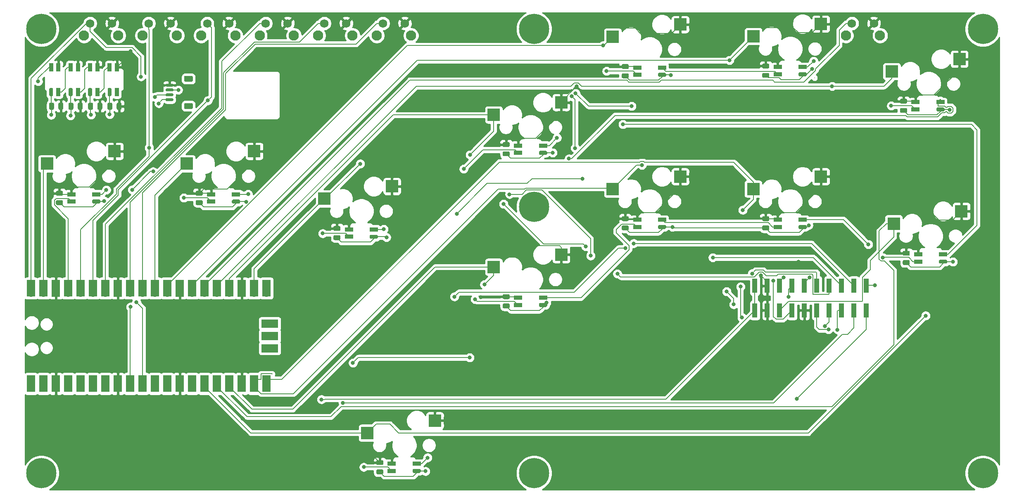
<source format=gbl>
G04 #@! TF.GenerationSoftware,KiCad,Pcbnew,(5.1.9)-1*
G04 #@! TF.CreationDate,2021-09-13T12:17:35-05:00*
G04 #@! TF.ProjectId,OSFRD,4f534652-442e-46b6-9963-61645f706362,rev?*
G04 #@! TF.SameCoordinates,Original*
G04 #@! TF.FileFunction,Copper,L2,Bot*
G04 #@! TF.FilePolarity,Positive*
%FSLAX46Y46*%
G04 Gerber Fmt 4.6, Leading zero omitted, Abs format (unit mm)*
G04 Created by KiCad (PCBNEW (5.1.9)-1) date 2021-09-13 12:17:35*
%MOMM*%
%LPD*%
G01*
G04 APERTURE LIST*
G04 #@! TA.AperFunction,SMDPad,CuDef*
%ADD10R,1.000000X3.000000*%
G04 #@! TD*
G04 #@! TA.AperFunction,ComponentPad*
%ADD11O,1.700000X1.700000*%
G04 #@! TD*
G04 #@! TA.AperFunction,SMDPad,CuDef*
%ADD12R,3.500000X1.700000*%
G04 #@! TD*
G04 #@! TA.AperFunction,ComponentPad*
%ADD13R,1.700000X1.700000*%
G04 #@! TD*
G04 #@! TA.AperFunction,SMDPad,CuDef*
%ADD14R,1.700000X3.500000*%
G04 #@! TD*
G04 #@! TA.AperFunction,SMDPad,CuDef*
%ADD15R,0.820000X1.700000*%
G04 #@! TD*
G04 #@! TA.AperFunction,ComponentPad*
%ADD16C,2.100000*%
G04 #@! TD*
G04 #@! TA.AperFunction,ComponentPad*
%ADD17C,1.750000*%
G04 #@! TD*
G04 #@! TA.AperFunction,SMDPad,CuDef*
%ADD18R,2.550000X2.500000*%
G04 #@! TD*
G04 #@! TA.AperFunction,SMDPad,CuDef*
%ADD19R,1.700000X0.820000*%
G04 #@! TD*
G04 #@! TA.AperFunction,ComponentPad*
%ADD20C,6.200000*%
G04 #@! TD*
G04 #@! TA.AperFunction,ViaPad*
%ADD21C,0.800000*%
G04 #@! TD*
G04 #@! TA.AperFunction,Conductor*
%ADD22C,0.200000*%
G04 #@! TD*
G04 #@! TA.AperFunction,Conductor*
%ADD23C,0.254000*%
G04 #@! TD*
G04 #@! TA.AperFunction,Conductor*
%ADD24C,0.100000*%
G04 #@! TD*
G04 APERTURE END LIST*
D10*
X204260000Y-94710000D03*
X204260000Y-89670000D03*
X206800000Y-94710000D03*
X206800000Y-89670000D03*
X209340000Y-94710000D03*
X209340000Y-89670000D03*
X211880000Y-94710000D03*
X211880000Y-89670000D03*
X214420000Y-94710000D03*
X214420000Y-89670000D03*
X216960000Y-94710000D03*
X216960000Y-89670000D03*
X219500000Y-94710000D03*
X219500000Y-89670000D03*
X222040000Y-94710000D03*
X222040000Y-89670000D03*
X224580000Y-94710000D03*
X224580000Y-89670000D03*
X227120000Y-94710000D03*
X227120000Y-89670000D03*
D11*
X103940000Y-102510000D03*
D12*
X104840000Y-102510000D03*
D13*
X103940000Y-99970000D03*
D12*
X104840000Y-99970000D03*
D11*
X103940000Y-97430000D03*
D12*
X104840000Y-97430000D03*
D14*
X104170000Y-109760000D03*
X101630000Y-109760000D03*
X99090000Y-109760000D03*
X96550000Y-109760000D03*
X94010000Y-109760000D03*
X91470000Y-109760000D03*
X88930000Y-109760000D03*
X86390000Y-109760000D03*
X83850000Y-109760000D03*
X81310000Y-109760000D03*
X78770000Y-109760000D03*
X76230000Y-109760000D03*
X73690000Y-109760000D03*
X71150000Y-109760000D03*
X68610000Y-109760000D03*
X66070000Y-109760000D03*
X63530000Y-109760000D03*
X60990000Y-109760000D03*
X58450000Y-109760000D03*
X55910000Y-109760000D03*
X104170000Y-90180000D03*
X101630000Y-90180000D03*
X99090000Y-90180000D03*
X96550000Y-90180000D03*
X94010000Y-90180000D03*
X91470000Y-90180000D03*
X88930000Y-90180000D03*
X86390000Y-90180000D03*
X83850000Y-90180000D03*
X81310000Y-90180000D03*
X78770000Y-90180000D03*
X76230000Y-90180000D03*
X73690000Y-90180000D03*
X71150000Y-90180000D03*
X68610000Y-90180000D03*
X66070000Y-90180000D03*
X63530000Y-90180000D03*
X60990000Y-90180000D03*
X58450000Y-90180000D03*
X55910000Y-90180000D03*
D11*
X55910000Y-108860000D03*
X58450000Y-108860000D03*
D13*
X60990000Y-108860000D03*
D11*
X63530000Y-108860000D03*
X66070000Y-108860000D03*
X68610000Y-108860000D03*
X71150000Y-108860000D03*
D13*
X73690000Y-108860000D03*
D11*
X76230000Y-108860000D03*
X78770000Y-108860000D03*
X81310000Y-108860000D03*
X83850000Y-108860000D03*
D13*
X86390000Y-108860000D03*
D11*
X88930000Y-108860000D03*
X91470000Y-108860000D03*
X94010000Y-108860000D03*
X96550000Y-108860000D03*
D13*
X99090000Y-108860000D03*
D11*
X101630000Y-108860000D03*
X104170000Y-108860000D03*
X104170000Y-91080000D03*
X101630000Y-91080000D03*
D13*
X99090000Y-91080000D03*
D11*
X96550000Y-91080000D03*
X94010000Y-91080000D03*
X91470000Y-91080000D03*
X88930000Y-91080000D03*
D13*
X86390000Y-91080000D03*
D11*
X83850000Y-91080000D03*
X81310000Y-91080000D03*
X78770000Y-91080000D03*
X76230000Y-91080000D03*
D13*
X73690000Y-91080000D03*
D11*
X71150000Y-91080000D03*
X68610000Y-91080000D03*
X66070000Y-91080000D03*
X63530000Y-91080000D03*
D13*
X60990000Y-91080000D03*
D11*
X58450000Y-91080000D03*
X55910000Y-91080000D03*
G04 #@! TA.AperFunction,SMDPad,CuDef*
G36*
G01*
X72550000Y-52375000D02*
X72550000Y-53325000D01*
G75*
G02*
X72300000Y-53575000I-250000J0D01*
G01*
X71800000Y-53575000D01*
G75*
G02*
X71550000Y-53325000I0J250000D01*
G01*
X71550000Y-52375000D01*
G75*
G02*
X71800000Y-52125000I250000J0D01*
G01*
X72300000Y-52125000D01*
G75*
G02*
X72550000Y-52375000I0J-250000D01*
G01*
G37*
G04 #@! TD.AperFunction*
G04 #@! TA.AperFunction,SMDPad,CuDef*
G36*
G01*
X74450000Y-52375000D02*
X74450000Y-53325000D01*
G75*
G02*
X74200000Y-53575000I-250000J0D01*
G01*
X73700000Y-53575000D01*
G75*
G02*
X73450000Y-53325000I0J250000D01*
G01*
X73450000Y-52375000D01*
G75*
G02*
X73700000Y-52125000I250000J0D01*
G01*
X74200000Y-52125000D01*
G75*
G02*
X74450000Y-52375000I0J-250000D01*
G01*
G37*
G04 #@! TD.AperFunction*
G04 #@! TA.AperFunction,SMDPad,CuDef*
G36*
G01*
X68600000Y-52375000D02*
X68600000Y-53325000D01*
G75*
G02*
X68350000Y-53575000I-250000J0D01*
G01*
X67850000Y-53575000D01*
G75*
G02*
X67600000Y-53325000I0J250000D01*
G01*
X67600000Y-52375000D01*
G75*
G02*
X67850000Y-52125000I250000J0D01*
G01*
X68350000Y-52125000D01*
G75*
G02*
X68600000Y-52375000I0J-250000D01*
G01*
G37*
G04 #@! TD.AperFunction*
G04 #@! TA.AperFunction,SMDPad,CuDef*
G36*
G01*
X70500000Y-52375000D02*
X70500000Y-53325000D01*
G75*
G02*
X70250000Y-53575000I-250000J0D01*
G01*
X69750000Y-53575000D01*
G75*
G02*
X69500000Y-53325000I0J250000D01*
G01*
X69500000Y-52375000D01*
G75*
G02*
X69750000Y-52125000I250000J0D01*
G01*
X70250000Y-52125000D01*
G75*
G02*
X70500000Y-52375000I0J-250000D01*
G01*
G37*
G04 #@! TD.AperFunction*
G04 #@! TA.AperFunction,SMDPad,CuDef*
G36*
G01*
X64575000Y-52375000D02*
X64575000Y-53325000D01*
G75*
G02*
X64325000Y-53575000I-250000J0D01*
G01*
X63825000Y-53575000D01*
G75*
G02*
X63575000Y-53325000I0J250000D01*
G01*
X63575000Y-52375000D01*
G75*
G02*
X63825000Y-52125000I250000J0D01*
G01*
X64325000Y-52125000D01*
G75*
G02*
X64575000Y-52375000I0J-250000D01*
G01*
G37*
G04 #@! TD.AperFunction*
G04 #@! TA.AperFunction,SMDPad,CuDef*
G36*
G01*
X66475000Y-52375000D02*
X66475000Y-53325000D01*
G75*
G02*
X66225000Y-53575000I-250000J0D01*
G01*
X65725000Y-53575000D01*
G75*
G02*
X65475000Y-53325000I0J250000D01*
G01*
X65475000Y-52375000D01*
G75*
G02*
X65725000Y-52125000I250000J0D01*
G01*
X66225000Y-52125000D01*
G75*
G02*
X66475000Y-52375000I0J-250000D01*
G01*
G37*
G04 #@! TD.AperFunction*
G04 #@! TA.AperFunction,SMDPad,CuDef*
G36*
G01*
X60600000Y-52375000D02*
X60600000Y-53325000D01*
G75*
G02*
X60350000Y-53575000I-250000J0D01*
G01*
X59850000Y-53575000D01*
G75*
G02*
X59600000Y-53325000I0J250000D01*
G01*
X59600000Y-52375000D01*
G75*
G02*
X59850000Y-52125000I250000J0D01*
G01*
X60350000Y-52125000D01*
G75*
G02*
X60600000Y-52375000I0J-250000D01*
G01*
G37*
G04 #@! TD.AperFunction*
G04 #@! TA.AperFunction,SMDPad,CuDef*
G36*
G01*
X62500000Y-52375000D02*
X62500000Y-53325000D01*
G75*
G02*
X62250000Y-53575000I-250000J0D01*
G01*
X61750000Y-53575000D01*
G75*
G02*
X61500000Y-53325000I0J250000D01*
G01*
X61500000Y-52375000D01*
G75*
G02*
X61750000Y-52125000I250000J0D01*
G01*
X62250000Y-52125000D01*
G75*
G02*
X62500000Y-52375000I0J-250000D01*
G01*
G37*
G04 #@! TD.AperFunction*
G04 #@! TA.AperFunction,SMDPad,CuDef*
G36*
G01*
X234810000Y-84410000D02*
X235760000Y-84410000D01*
G75*
G02*
X236010000Y-84660000I0J-250000D01*
G01*
X236010000Y-85160000D01*
G75*
G02*
X235760000Y-85410000I-250000J0D01*
G01*
X234810000Y-85410000D01*
G75*
G02*
X234560000Y-85160000I0J250000D01*
G01*
X234560000Y-84660000D01*
G75*
G02*
X234810000Y-84410000I250000J0D01*
G01*
G37*
G04 #@! TD.AperFunction*
G04 #@! TA.AperFunction,SMDPad,CuDef*
G36*
G01*
X234810000Y-82510000D02*
X235760000Y-82510000D01*
G75*
G02*
X236010000Y-82760000I0J-250000D01*
G01*
X236010000Y-83260000D01*
G75*
G02*
X235760000Y-83510000I-250000J0D01*
G01*
X234810000Y-83510000D01*
G75*
G02*
X234560000Y-83260000I0J250000D01*
G01*
X234560000Y-82760000D01*
G75*
G02*
X234810000Y-82510000I250000J0D01*
G01*
G37*
G04 #@! TD.AperFunction*
G04 #@! TA.AperFunction,SMDPad,CuDef*
G36*
G01*
X206010000Y-77310000D02*
X206960000Y-77310000D01*
G75*
G02*
X207210000Y-77560000I0J-250000D01*
G01*
X207210000Y-78060000D01*
G75*
G02*
X206960000Y-78310000I-250000J0D01*
G01*
X206010000Y-78310000D01*
G75*
G02*
X205760000Y-78060000I0J250000D01*
G01*
X205760000Y-77560000D01*
G75*
G02*
X206010000Y-77310000I250000J0D01*
G01*
G37*
G04 #@! TD.AperFunction*
G04 #@! TA.AperFunction,SMDPad,CuDef*
G36*
G01*
X206010000Y-75410000D02*
X206960000Y-75410000D01*
G75*
G02*
X207210000Y-75660000I0J-250000D01*
G01*
X207210000Y-76160000D01*
G75*
G02*
X206960000Y-76410000I-250000J0D01*
G01*
X206010000Y-76410000D01*
G75*
G02*
X205760000Y-76160000I0J250000D01*
G01*
X205760000Y-75660000D01*
G75*
G02*
X206010000Y-75410000I250000J0D01*
G01*
G37*
G04 #@! TD.AperFunction*
G04 #@! TA.AperFunction,SMDPad,CuDef*
G36*
G01*
X177210000Y-77310000D02*
X178160000Y-77310000D01*
G75*
G02*
X178410000Y-77560000I0J-250000D01*
G01*
X178410000Y-78060000D01*
G75*
G02*
X178160000Y-78310000I-250000J0D01*
G01*
X177210000Y-78310000D01*
G75*
G02*
X176960000Y-78060000I0J250000D01*
G01*
X176960000Y-77560000D01*
G75*
G02*
X177210000Y-77310000I250000J0D01*
G01*
G37*
G04 #@! TD.AperFunction*
G04 #@! TA.AperFunction,SMDPad,CuDef*
G36*
G01*
X177210000Y-75410000D02*
X178160000Y-75410000D01*
G75*
G02*
X178410000Y-75660000I0J-250000D01*
G01*
X178410000Y-76160000D01*
G75*
G02*
X178160000Y-76410000I-250000J0D01*
G01*
X177210000Y-76410000D01*
G75*
G02*
X176960000Y-76160000I0J250000D01*
G01*
X176960000Y-75660000D01*
G75*
G02*
X177210000Y-75410000I250000J0D01*
G01*
G37*
G04 #@! TD.AperFunction*
G04 #@! TA.AperFunction,SMDPad,CuDef*
G36*
G01*
X152810000Y-93310000D02*
X153760000Y-93310000D01*
G75*
G02*
X154010000Y-93560000I0J-250000D01*
G01*
X154010000Y-94060000D01*
G75*
G02*
X153760000Y-94310000I-250000J0D01*
G01*
X152810000Y-94310000D01*
G75*
G02*
X152560000Y-94060000I0J250000D01*
G01*
X152560000Y-93560000D01*
G75*
G02*
X152810000Y-93310000I250000J0D01*
G01*
G37*
G04 #@! TD.AperFunction*
G04 #@! TA.AperFunction,SMDPad,CuDef*
G36*
G01*
X152810000Y-91410000D02*
X153760000Y-91410000D01*
G75*
G02*
X154010000Y-91660000I0J-250000D01*
G01*
X154010000Y-92160000D01*
G75*
G02*
X153760000Y-92410000I-250000J0D01*
G01*
X152810000Y-92410000D01*
G75*
G02*
X152560000Y-92160000I0J250000D01*
G01*
X152560000Y-91660000D01*
G75*
G02*
X152810000Y-91410000I250000J0D01*
G01*
G37*
G04 #@! TD.AperFunction*
G04 #@! TA.AperFunction,SMDPad,CuDef*
G36*
G01*
X234260000Y-53210000D02*
X235210000Y-53210000D01*
G75*
G02*
X235460000Y-53460000I0J-250000D01*
G01*
X235460000Y-53960000D01*
G75*
G02*
X235210000Y-54210000I-250000J0D01*
G01*
X234260000Y-54210000D01*
G75*
G02*
X234010000Y-53960000I0J250000D01*
G01*
X234010000Y-53460000D01*
G75*
G02*
X234260000Y-53210000I250000J0D01*
G01*
G37*
G04 #@! TD.AperFunction*
G04 #@! TA.AperFunction,SMDPad,CuDef*
G36*
G01*
X234260000Y-51310000D02*
X235210000Y-51310000D01*
G75*
G02*
X235460000Y-51560000I0J-250000D01*
G01*
X235460000Y-52060000D01*
G75*
G02*
X235210000Y-52310000I-250000J0D01*
G01*
X234260000Y-52310000D01*
G75*
G02*
X234010000Y-52060000I0J250000D01*
G01*
X234010000Y-51560000D01*
G75*
G02*
X234260000Y-51310000I250000J0D01*
G01*
G37*
G04 #@! TD.AperFunction*
G04 #@! TA.AperFunction,SMDPad,CuDef*
G36*
G01*
X206010000Y-46010000D02*
X206960000Y-46010000D01*
G75*
G02*
X207210000Y-46260000I0J-250000D01*
G01*
X207210000Y-46760000D01*
G75*
G02*
X206960000Y-47010000I-250000J0D01*
G01*
X206010000Y-47010000D01*
G75*
G02*
X205760000Y-46760000I0J250000D01*
G01*
X205760000Y-46260000D01*
G75*
G02*
X206010000Y-46010000I250000J0D01*
G01*
G37*
G04 #@! TD.AperFunction*
G04 #@! TA.AperFunction,SMDPad,CuDef*
G36*
G01*
X206010000Y-44110000D02*
X206960000Y-44110000D01*
G75*
G02*
X207210000Y-44360000I0J-250000D01*
G01*
X207210000Y-44860000D01*
G75*
G02*
X206960000Y-45110000I-250000J0D01*
G01*
X206010000Y-45110000D01*
G75*
G02*
X205760000Y-44860000I0J250000D01*
G01*
X205760000Y-44360000D01*
G75*
G02*
X206010000Y-44110000I250000J0D01*
G01*
G37*
G04 #@! TD.AperFunction*
G04 #@! TA.AperFunction,SMDPad,CuDef*
G36*
G01*
X177210000Y-46110000D02*
X178160000Y-46110000D01*
G75*
G02*
X178410000Y-46360000I0J-250000D01*
G01*
X178410000Y-46860000D01*
G75*
G02*
X178160000Y-47110000I-250000J0D01*
G01*
X177210000Y-47110000D01*
G75*
G02*
X176960000Y-46860000I0J250000D01*
G01*
X176960000Y-46360000D01*
G75*
G02*
X177210000Y-46110000I250000J0D01*
G01*
G37*
G04 #@! TD.AperFunction*
G04 #@! TA.AperFunction,SMDPad,CuDef*
G36*
G01*
X177210000Y-44210000D02*
X178160000Y-44210000D01*
G75*
G02*
X178410000Y-44460000I0J-250000D01*
G01*
X178410000Y-44960000D01*
G75*
G02*
X178160000Y-45210000I-250000J0D01*
G01*
X177210000Y-45210000D01*
G75*
G02*
X176960000Y-44960000I0J250000D01*
G01*
X176960000Y-44460000D01*
G75*
G02*
X177210000Y-44210000I250000J0D01*
G01*
G37*
G04 #@! TD.AperFunction*
G04 #@! TA.AperFunction,SMDPad,CuDef*
G36*
G01*
X152810000Y-62110000D02*
X153760000Y-62110000D01*
G75*
G02*
X154010000Y-62360000I0J-250000D01*
G01*
X154010000Y-62860000D01*
G75*
G02*
X153760000Y-63110000I-250000J0D01*
G01*
X152810000Y-63110000D01*
G75*
G02*
X152560000Y-62860000I0J250000D01*
G01*
X152560000Y-62360000D01*
G75*
G02*
X152810000Y-62110000I250000J0D01*
G01*
G37*
G04 #@! TD.AperFunction*
G04 #@! TA.AperFunction,SMDPad,CuDef*
G36*
G01*
X152810000Y-60210000D02*
X153760000Y-60210000D01*
G75*
G02*
X154010000Y-60460000I0J-250000D01*
G01*
X154010000Y-60960000D01*
G75*
G02*
X153760000Y-61210000I-250000J0D01*
G01*
X152810000Y-61210000D01*
G75*
G02*
X152560000Y-60960000I0J250000D01*
G01*
X152560000Y-60460000D01*
G75*
G02*
X152810000Y-60210000I250000J0D01*
G01*
G37*
G04 #@! TD.AperFunction*
G04 #@! TA.AperFunction,SMDPad,CuDef*
G36*
G01*
X118115000Y-79310000D02*
X119065000Y-79310000D01*
G75*
G02*
X119315000Y-79560000I0J-250000D01*
G01*
X119315000Y-80060000D01*
G75*
G02*
X119065000Y-80310000I-250000J0D01*
G01*
X118115000Y-80310000D01*
G75*
G02*
X117865000Y-80060000I0J250000D01*
G01*
X117865000Y-79560000D01*
G75*
G02*
X118115000Y-79310000I250000J0D01*
G01*
G37*
G04 #@! TD.AperFunction*
G04 #@! TA.AperFunction,SMDPad,CuDef*
G36*
G01*
X118115000Y-77410000D02*
X119065000Y-77410000D01*
G75*
G02*
X119315000Y-77660000I0J-250000D01*
G01*
X119315000Y-78160000D01*
G75*
G02*
X119065000Y-78410000I-250000J0D01*
G01*
X118115000Y-78410000D01*
G75*
G02*
X117865000Y-78160000I0J250000D01*
G01*
X117865000Y-77660000D01*
G75*
G02*
X118115000Y-77410000I250000J0D01*
G01*
G37*
G04 #@! TD.AperFunction*
G04 #@! TA.AperFunction,SMDPad,CuDef*
G36*
G01*
X61245000Y-72110000D02*
X62195000Y-72110000D01*
G75*
G02*
X62445000Y-72360000I0J-250000D01*
G01*
X62445000Y-72860000D01*
G75*
G02*
X62195000Y-73110000I-250000J0D01*
G01*
X61245000Y-73110000D01*
G75*
G02*
X60995000Y-72860000I0J250000D01*
G01*
X60995000Y-72360000D01*
G75*
G02*
X61245000Y-72110000I250000J0D01*
G01*
G37*
G04 #@! TD.AperFunction*
G04 #@! TA.AperFunction,SMDPad,CuDef*
G36*
G01*
X61245000Y-70210000D02*
X62195000Y-70210000D01*
G75*
G02*
X62445000Y-70460000I0J-250000D01*
G01*
X62445000Y-70960000D01*
G75*
G02*
X62195000Y-71210000I-250000J0D01*
G01*
X61245000Y-71210000D01*
G75*
G02*
X60995000Y-70960000I0J250000D01*
G01*
X60995000Y-70460000D01*
G75*
G02*
X61245000Y-70210000I250000J0D01*
G01*
G37*
G04 #@! TD.AperFunction*
G04 #@! TA.AperFunction,SMDPad,CuDef*
G36*
G01*
X89880000Y-72110000D02*
X90830000Y-72110000D01*
G75*
G02*
X91080000Y-72360000I0J-250000D01*
G01*
X91080000Y-72860000D01*
G75*
G02*
X90830000Y-73110000I-250000J0D01*
G01*
X89880000Y-73110000D01*
G75*
G02*
X89630000Y-72860000I0J250000D01*
G01*
X89630000Y-72360000D01*
G75*
G02*
X89880000Y-72110000I250000J0D01*
G01*
G37*
G04 #@! TD.AperFunction*
G04 #@! TA.AperFunction,SMDPad,CuDef*
G36*
G01*
X89880000Y-70210000D02*
X90830000Y-70210000D01*
G75*
G02*
X91080000Y-70460000I0J-250000D01*
G01*
X91080000Y-70960000D01*
G75*
G02*
X90830000Y-71210000I-250000J0D01*
G01*
X89880000Y-71210000D01*
G75*
G02*
X89630000Y-70960000I0J250000D01*
G01*
X89630000Y-70460000D01*
G75*
G02*
X89880000Y-70210000I250000J0D01*
G01*
G37*
G04 #@! TD.AperFunction*
G04 #@! TA.AperFunction,SMDPad,CuDef*
G36*
G01*
X126915000Y-127340000D02*
X127865000Y-127340000D01*
G75*
G02*
X128115000Y-127590000I0J-250000D01*
G01*
X128115000Y-128090000D01*
G75*
G02*
X127865000Y-128340000I-250000J0D01*
G01*
X126915000Y-128340000D01*
G75*
G02*
X126665000Y-128090000I0J250000D01*
G01*
X126665000Y-127590000D01*
G75*
G02*
X126915000Y-127340000I250000J0D01*
G01*
G37*
G04 #@! TD.AperFunction*
G04 #@! TA.AperFunction,SMDPad,CuDef*
G36*
G01*
X126915000Y-125440000D02*
X127865000Y-125440000D01*
G75*
G02*
X128115000Y-125690000I0J-250000D01*
G01*
X128115000Y-126190000D01*
G75*
G02*
X127865000Y-126440000I-250000J0D01*
G01*
X126915000Y-126440000D01*
G75*
G02*
X126665000Y-126190000I0J250000D01*
G01*
X126665000Y-125690000D01*
G75*
G02*
X126915000Y-125440000I250000J0D01*
G01*
G37*
G04 #@! TD.AperFunction*
G04 #@! TA.AperFunction,SMDPad,CuDef*
G36*
G01*
X71795000Y-49100000D02*
X72205000Y-49100000D01*
G75*
G02*
X72410000Y-49305000I0J-205000D01*
G01*
X72410000Y-50595000D01*
G75*
G02*
X72205000Y-50800000I-205000J0D01*
G01*
X71795000Y-50800000D01*
G75*
G02*
X71590000Y-50595000I0J205000D01*
G01*
X71590000Y-49305000D01*
G75*
G02*
X71795000Y-49100000I205000J0D01*
G01*
G37*
G04 #@! TD.AperFunction*
D15*
X73500000Y-49950000D03*
X72000000Y-44850000D03*
X73500000Y-44850000D03*
G04 #@! TA.AperFunction,SMDPad,CuDef*
G36*
G01*
X67795000Y-49100000D02*
X68205000Y-49100000D01*
G75*
G02*
X68410000Y-49305000I0J-205000D01*
G01*
X68410000Y-50595000D01*
G75*
G02*
X68205000Y-50800000I-205000J0D01*
G01*
X67795000Y-50800000D01*
G75*
G02*
X67590000Y-50595000I0J205000D01*
G01*
X67590000Y-49305000D01*
G75*
G02*
X67795000Y-49100000I205000J0D01*
G01*
G37*
G04 #@! TD.AperFunction*
X69500000Y-49950000D03*
X68000000Y-44850000D03*
X69500000Y-44850000D03*
G04 #@! TA.AperFunction,SMDPad,CuDef*
G36*
G01*
X63795000Y-49100000D02*
X64205000Y-49100000D01*
G75*
G02*
X64410000Y-49305000I0J-205000D01*
G01*
X64410000Y-50595000D01*
G75*
G02*
X64205000Y-50800000I-205000J0D01*
G01*
X63795000Y-50800000D01*
G75*
G02*
X63590000Y-50595000I0J205000D01*
G01*
X63590000Y-49305000D01*
G75*
G02*
X63795000Y-49100000I205000J0D01*
G01*
G37*
G04 #@! TD.AperFunction*
X65500000Y-49950000D03*
X64000000Y-44850000D03*
X65500000Y-44850000D03*
G04 #@! TA.AperFunction,SMDPad,CuDef*
G36*
G01*
X59795000Y-49100000D02*
X60205000Y-49100000D01*
G75*
G02*
X60410000Y-49305000I0J-205000D01*
G01*
X60410000Y-50595000D01*
G75*
G02*
X60205000Y-50800000I-205000J0D01*
G01*
X59795000Y-50800000D01*
G75*
G02*
X59590000Y-50595000I0J205000D01*
G01*
X59590000Y-49305000D01*
G75*
G02*
X59795000Y-49100000I205000J0D01*
G01*
G37*
G04 #@! TD.AperFunction*
X61500000Y-49950000D03*
X60000000Y-44850000D03*
X61500000Y-44850000D03*
D16*
X126750000Y-38340000D03*
D17*
X128000000Y-35850000D03*
X132500000Y-35850000D03*
D16*
X133760000Y-38340000D03*
X90750000Y-38340000D03*
D17*
X92000000Y-35850000D03*
X96500000Y-35850000D03*
D16*
X97760000Y-38340000D03*
X114750000Y-38340000D03*
D17*
X116000000Y-35850000D03*
X120500000Y-35850000D03*
D16*
X121760000Y-38340000D03*
X78750000Y-38340000D03*
D17*
X80000000Y-35850000D03*
X84500000Y-35850000D03*
D16*
X85760000Y-38340000D03*
X222900000Y-38340000D03*
D17*
X224150000Y-35850000D03*
X228650000Y-35850000D03*
D16*
X229910000Y-38340000D03*
X102750000Y-38340000D03*
D17*
X104000000Y-35850000D03*
X108500000Y-35850000D03*
D16*
X109760000Y-38340000D03*
X66750000Y-38340000D03*
D17*
X68000000Y-35850000D03*
X72500000Y-35850000D03*
D16*
X73760000Y-38340000D03*
G04 #@! TA.AperFunction,SMDPad,CuDef*
G36*
G01*
X87504999Y-52210000D02*
X88805001Y-52210000D01*
G75*
G02*
X89055000Y-52459999I0J-249999D01*
G01*
X89055000Y-53160001D01*
G75*
G02*
X88805001Y-53410000I-249999J0D01*
G01*
X87504999Y-53410000D01*
G75*
G02*
X87255000Y-53160001I0J249999D01*
G01*
X87255000Y-52459999D01*
G75*
G02*
X87504999Y-52210000I249999J0D01*
G01*
G37*
G04 #@! TD.AperFunction*
G04 #@! TA.AperFunction,SMDPad,CuDef*
G36*
G01*
X87504999Y-46610000D02*
X88805001Y-46610000D01*
G75*
G02*
X89055000Y-46859999I0J-249999D01*
G01*
X89055000Y-47560001D01*
G75*
G02*
X88805001Y-47810000I-249999J0D01*
G01*
X87504999Y-47810000D01*
G75*
G02*
X87255000Y-47560001I0J249999D01*
G01*
X87255000Y-46859999D01*
G75*
G02*
X87504999Y-46610000I249999J0D01*
G01*
G37*
G04 #@! TD.AperFunction*
G04 #@! TA.AperFunction,SMDPad,CuDef*
G36*
G01*
X83655000Y-51210000D02*
X84905000Y-51210000D01*
G75*
G02*
X85055000Y-51360000I0J-150000D01*
G01*
X85055000Y-51660000D01*
G75*
G02*
X84905000Y-51810000I-150000J0D01*
G01*
X83655000Y-51810000D01*
G75*
G02*
X83505000Y-51660000I0J150000D01*
G01*
X83505000Y-51360000D01*
G75*
G02*
X83655000Y-51210000I150000J0D01*
G01*
G37*
G04 #@! TD.AperFunction*
G04 #@! TA.AperFunction,SMDPad,CuDef*
G36*
G01*
X83655000Y-50210000D02*
X84905000Y-50210000D01*
G75*
G02*
X85055000Y-50360000I0J-150000D01*
G01*
X85055000Y-50660000D01*
G75*
G02*
X84905000Y-50810000I-150000J0D01*
G01*
X83655000Y-50810000D01*
G75*
G02*
X83505000Y-50660000I0J150000D01*
G01*
X83505000Y-50360000D01*
G75*
G02*
X83655000Y-50210000I150000J0D01*
G01*
G37*
G04 #@! TD.AperFunction*
G04 #@! TA.AperFunction,SMDPad,CuDef*
G36*
G01*
X83655000Y-49210000D02*
X84905000Y-49210000D01*
G75*
G02*
X85055000Y-49360000I0J-150000D01*
G01*
X85055000Y-49660000D01*
G75*
G02*
X84905000Y-49810000I-150000J0D01*
G01*
X83655000Y-49810000D01*
G75*
G02*
X83505000Y-49660000I0J150000D01*
G01*
X83505000Y-49360000D01*
G75*
G02*
X83655000Y-49210000I150000J0D01*
G01*
G37*
G04 #@! TD.AperFunction*
G04 #@! TA.AperFunction,SMDPad,CuDef*
G36*
G01*
X83655000Y-48210000D02*
X84905000Y-48210000D01*
G75*
G02*
X85055000Y-48360000I0J-150000D01*
G01*
X85055000Y-48660000D01*
G75*
G02*
X84905000Y-48810000I-150000J0D01*
G01*
X83655000Y-48810000D01*
G75*
G02*
X83505000Y-48660000I0J150000D01*
G01*
X83505000Y-48360000D01*
G75*
G02*
X83655000Y-48210000I150000J0D01*
G01*
G37*
G04 #@! TD.AperFunction*
D18*
X150725000Y-85820000D03*
X164575000Y-83280000D03*
G04 #@! TA.AperFunction,SMDPad,CuDef*
G36*
G01*
X241985000Y-84915000D02*
X241985000Y-84505000D01*
G75*
G02*
X242190000Y-84300000I205000J0D01*
G01*
X243480000Y-84300000D01*
G75*
G02*
X243685000Y-84505000I0J-205000D01*
G01*
X243685000Y-84915000D01*
G75*
G02*
X243480000Y-85120000I-205000J0D01*
G01*
X242190000Y-85120000D01*
G75*
G02*
X241985000Y-84915000I0J205000D01*
G01*
G37*
G04 #@! TD.AperFunction*
D19*
X242835000Y-83210000D03*
X237735000Y-84710000D03*
X237735000Y-83210000D03*
G04 #@! TA.AperFunction,SMDPad,CuDef*
G36*
G01*
X213185000Y-77815000D02*
X213185000Y-77405000D01*
G75*
G02*
X213390000Y-77200000I205000J0D01*
G01*
X214680000Y-77200000D01*
G75*
G02*
X214885000Y-77405000I0J-205000D01*
G01*
X214885000Y-77815000D01*
G75*
G02*
X214680000Y-78020000I-205000J0D01*
G01*
X213390000Y-78020000D01*
G75*
G02*
X213185000Y-77815000I0J205000D01*
G01*
G37*
G04 #@! TD.AperFunction*
X214035000Y-76110000D03*
X208935000Y-77610000D03*
X208935000Y-76110000D03*
G04 #@! TA.AperFunction,SMDPad,CuDef*
G36*
G01*
X184385000Y-77815000D02*
X184385000Y-77405000D01*
G75*
G02*
X184590000Y-77200000I205000J0D01*
G01*
X185880000Y-77200000D01*
G75*
G02*
X186085000Y-77405000I0J-205000D01*
G01*
X186085000Y-77815000D01*
G75*
G02*
X185880000Y-78020000I-205000J0D01*
G01*
X184590000Y-78020000D01*
G75*
G02*
X184385000Y-77815000I0J205000D01*
G01*
G37*
G04 #@! TD.AperFunction*
X185235000Y-76110000D03*
X180135000Y-77610000D03*
X180135000Y-76110000D03*
G04 #@! TA.AperFunction,SMDPad,CuDef*
G36*
G01*
X159985000Y-93815000D02*
X159985000Y-93405000D01*
G75*
G02*
X160190000Y-93200000I205000J0D01*
G01*
X161480000Y-93200000D01*
G75*
G02*
X161685000Y-93405000I0J-205000D01*
G01*
X161685000Y-93815000D01*
G75*
G02*
X161480000Y-94020000I-205000J0D01*
G01*
X160190000Y-94020000D01*
G75*
G02*
X159985000Y-93815000I0J205000D01*
G01*
G37*
G04 #@! TD.AperFunction*
X160835000Y-92110000D03*
X155735000Y-93610000D03*
X155735000Y-92110000D03*
G04 #@! TA.AperFunction,SMDPad,CuDef*
G36*
G01*
X241435000Y-53715000D02*
X241435000Y-53305000D01*
G75*
G02*
X241640000Y-53100000I205000J0D01*
G01*
X242930000Y-53100000D01*
G75*
G02*
X243135000Y-53305000I0J-205000D01*
G01*
X243135000Y-53715000D01*
G75*
G02*
X242930000Y-53920000I-205000J0D01*
G01*
X241640000Y-53920000D01*
G75*
G02*
X241435000Y-53715000I0J205000D01*
G01*
G37*
G04 #@! TD.AperFunction*
X242285000Y-52010000D03*
X237185000Y-53510000D03*
X237185000Y-52010000D03*
G04 #@! TA.AperFunction,SMDPad,CuDef*
G36*
G01*
X213185000Y-46515000D02*
X213185000Y-46105000D01*
G75*
G02*
X213390000Y-45900000I205000J0D01*
G01*
X214680000Y-45900000D01*
G75*
G02*
X214885000Y-46105000I0J-205000D01*
G01*
X214885000Y-46515000D01*
G75*
G02*
X214680000Y-46720000I-205000J0D01*
G01*
X213390000Y-46720000D01*
G75*
G02*
X213185000Y-46515000I0J205000D01*
G01*
G37*
G04 #@! TD.AperFunction*
X214035000Y-44810000D03*
X208935000Y-46310000D03*
X208935000Y-44810000D03*
G04 #@! TA.AperFunction,SMDPad,CuDef*
G36*
G01*
X184385000Y-46615000D02*
X184385000Y-46205000D01*
G75*
G02*
X184590000Y-46000000I205000J0D01*
G01*
X185880000Y-46000000D01*
G75*
G02*
X186085000Y-46205000I0J-205000D01*
G01*
X186085000Y-46615000D01*
G75*
G02*
X185880000Y-46820000I-205000J0D01*
G01*
X184590000Y-46820000D01*
G75*
G02*
X184385000Y-46615000I0J205000D01*
G01*
G37*
G04 #@! TD.AperFunction*
X185235000Y-44910000D03*
X180135000Y-46410000D03*
X180135000Y-44910000D03*
G04 #@! TA.AperFunction,SMDPad,CuDef*
G36*
G01*
X159985000Y-62615000D02*
X159985000Y-62205000D01*
G75*
G02*
X160190000Y-62000000I205000J0D01*
G01*
X161480000Y-62000000D01*
G75*
G02*
X161685000Y-62205000I0J-205000D01*
G01*
X161685000Y-62615000D01*
G75*
G02*
X161480000Y-62820000I-205000J0D01*
G01*
X160190000Y-62820000D01*
G75*
G02*
X159985000Y-62615000I0J205000D01*
G01*
G37*
G04 #@! TD.AperFunction*
X160835000Y-60910000D03*
X155735000Y-62410000D03*
X155735000Y-60910000D03*
D18*
X232725000Y-76920000D03*
X246575000Y-74380000D03*
X203925000Y-69820000D03*
X217775000Y-67280000D03*
X175125000Y-69820000D03*
X188975000Y-67280000D03*
X232325000Y-45720000D03*
X246175000Y-43180000D03*
X203925000Y-38520000D03*
X217775000Y-35980000D03*
X175125000Y-38620000D03*
X188975000Y-36080000D03*
X150725000Y-54620000D03*
X164575000Y-52080000D03*
G04 #@! TA.AperFunction,SMDPad,CuDef*
G36*
G01*
X125290000Y-79815000D02*
X125290000Y-79405000D01*
G75*
G02*
X125495000Y-79200000I205000J0D01*
G01*
X126785000Y-79200000D01*
G75*
G02*
X126990000Y-79405000I0J-205000D01*
G01*
X126990000Y-79815000D01*
G75*
G02*
X126785000Y-80020000I-205000J0D01*
G01*
X125495000Y-80020000D01*
G75*
G02*
X125290000Y-79815000I0J205000D01*
G01*
G37*
G04 #@! TD.AperFunction*
D19*
X126140000Y-78110000D03*
X121040000Y-79610000D03*
X121040000Y-78110000D03*
G04 #@! TA.AperFunction,SMDPad,CuDef*
G36*
G01*
X68420000Y-72615000D02*
X68420000Y-72205000D01*
G75*
G02*
X68625000Y-72000000I205000J0D01*
G01*
X69915000Y-72000000D01*
G75*
G02*
X70120000Y-72205000I0J-205000D01*
G01*
X70120000Y-72615000D01*
G75*
G02*
X69915000Y-72820000I-205000J0D01*
G01*
X68625000Y-72820000D01*
G75*
G02*
X68420000Y-72615000I0J205000D01*
G01*
G37*
G04 #@! TD.AperFunction*
X69270000Y-70910000D03*
X64170000Y-72410000D03*
X64170000Y-70910000D03*
G04 #@! TA.AperFunction,SMDPad,CuDef*
G36*
G01*
X97055000Y-72615000D02*
X97055000Y-72205000D01*
G75*
G02*
X97260000Y-72000000I205000J0D01*
G01*
X98550000Y-72000000D01*
G75*
G02*
X98755000Y-72205000I0J-205000D01*
G01*
X98755000Y-72615000D01*
G75*
G02*
X98550000Y-72820000I-205000J0D01*
G01*
X97260000Y-72820000D01*
G75*
G02*
X97055000Y-72615000I0J205000D01*
G01*
G37*
G04 #@! TD.AperFunction*
X97905000Y-70910000D03*
X92805000Y-72410000D03*
X92805000Y-70910000D03*
G04 #@! TA.AperFunction,SMDPad,CuDef*
G36*
G01*
X134090000Y-127845000D02*
X134090000Y-127435000D01*
G75*
G02*
X134295000Y-127230000I205000J0D01*
G01*
X135585000Y-127230000D01*
G75*
G02*
X135790000Y-127435000I0J-205000D01*
G01*
X135790000Y-127845000D01*
G75*
G02*
X135585000Y-128050000I-205000J0D01*
G01*
X134295000Y-128050000D01*
G75*
G02*
X134090000Y-127845000I0J205000D01*
G01*
G37*
G04 #@! TD.AperFunction*
X134940000Y-126140000D03*
X129840000Y-127640000D03*
X129840000Y-126140000D03*
D18*
X87795000Y-64620000D03*
X101645000Y-62080000D03*
X124830000Y-119850000D03*
X138680000Y-117310000D03*
X116030000Y-71820000D03*
X129880000Y-69280000D03*
X59160000Y-64620000D03*
X73010000Y-62080000D03*
D20*
X159000000Y-73450000D03*
X58000000Y-37000000D03*
X58000000Y-128100000D03*
X159000000Y-128100000D03*
X159000000Y-37000000D03*
X251000000Y-37000000D03*
X251000000Y-128100000D03*
D21*
X201450000Y-42730000D03*
X199230000Y-40580000D03*
X170870000Y-44660000D03*
X170870000Y-38240000D03*
X233420000Y-82210000D03*
X228930000Y-74620000D03*
X167750000Y-48800000D03*
X204000000Y-75500000D03*
X205480000Y-87560000D03*
X204380000Y-85280000D03*
X213210000Y-84710000D03*
X106350000Y-121050000D03*
X148260000Y-84730000D03*
X148110000Y-92010000D03*
X76250000Y-41530000D03*
X99195000Y-116945000D03*
X86080000Y-49510000D03*
X60020000Y-54630000D03*
X63980000Y-54780000D03*
X68200000Y-54620000D03*
X72010000Y-54520000D03*
X136760000Y-127710000D03*
X162800000Y-62370000D03*
X244190000Y-53570000D03*
X215970000Y-45200000D03*
X187360000Y-77620000D03*
X244860000Y-84750000D03*
X70899990Y-72280000D03*
X99970000Y-72460000D03*
X187060000Y-46470000D03*
X215280018Y-77270018D03*
X161530036Y-93120012D03*
X128740000Y-79730000D03*
X115420000Y-112990000D03*
X145880000Y-62800000D03*
X153970000Y-70900000D03*
X198480000Y-90840000D03*
X199920000Y-93500000D03*
X218618397Y-97949980D03*
X170587168Y-83497168D03*
X167410000Y-61430000D03*
X78430000Y-46780000D03*
X176070024Y-87200010D03*
X166724982Y-50814982D03*
X119830000Y-113720000D03*
X80100001Y-61359999D03*
X142680000Y-91910000D03*
X177750000Y-81960000D03*
X195640000Y-83890000D03*
X76280000Y-94010000D03*
X82074058Y-52277609D03*
X77510000Y-93030000D03*
X81300000Y-50940002D03*
X208060000Y-88660000D03*
X181089982Y-64910018D03*
X201774982Y-74135018D03*
X210165376Y-88000032D03*
X179420000Y-80980000D03*
X168890000Y-67690000D03*
X143150000Y-74920000D03*
X123370000Y-64650000D03*
X128180000Y-78070000D03*
X124100000Y-126860000D03*
X137170000Y-124930000D03*
X144575018Y-65704982D03*
X71330000Y-70010000D03*
X76640000Y-69970000D03*
X80920000Y-66230000D03*
X87220000Y-71630000D03*
X100390000Y-70860000D03*
X115680000Y-78940000D03*
X163690000Y-59320000D03*
X173850009Y-45640000D03*
X216300000Y-43590000D03*
X232200000Y-52750000D03*
X146910000Y-92430000D03*
X166160000Y-63599990D03*
X227516247Y-81173789D03*
X230445018Y-83885018D03*
X57350000Y-47760000D03*
X177200000Y-56570010D03*
X179010000Y-52830000D03*
X167506571Y-50191170D03*
X211170000Y-91900000D03*
X148810010Y-89410000D03*
X239260000Y-95810000D03*
X228890000Y-89610000D03*
X92144947Y-51664947D03*
X152760000Y-72900000D03*
X169570000Y-81600000D03*
X201320000Y-89850000D03*
X201582132Y-96152097D03*
X221191155Y-98684216D03*
X212840000Y-112870000D03*
X145800000Y-104400000D03*
X121870000Y-105490000D03*
X173149999Y-40400001D03*
X203690000Y-87169989D03*
X199037500Y-43407500D03*
X219350000Y-98649990D03*
X220080000Y-48750000D03*
X215459989Y-88000032D03*
D22*
X216469892Y-47020000D02*
X216469890Y-47020000D01*
X179935000Y-44710000D02*
X180135000Y-44910000D01*
X177685000Y-44710000D02*
X179935000Y-44710000D01*
X61920000Y-70910000D02*
X61720000Y-70710000D01*
X64170000Y-70910000D02*
X61920000Y-70910000D01*
X203330000Y-44610000D02*
X201450000Y-42730000D01*
X206485000Y-44610000D02*
X203330000Y-44610000D01*
X213160999Y-37780001D02*
X215974999Y-37780001D01*
X212100997Y-36719999D02*
X213160999Y-37780001D01*
X202524316Y-36719999D02*
X212100997Y-36719999D01*
X199230000Y-40014315D02*
X202524316Y-36719999D01*
X215974999Y-37780001D02*
X217775000Y-35980000D01*
X199230000Y-40580000D02*
X199230000Y-40014315D01*
X170920000Y-44710000D02*
X170870000Y-44660000D01*
X177685000Y-44710000D02*
X170920000Y-44710000D01*
X187174999Y-37880001D02*
X188975000Y-36080000D01*
X180799003Y-37880001D02*
X187174999Y-37880001D01*
X172290001Y-36819999D02*
X179739001Y-36819999D01*
X179739001Y-36819999D02*
X180799003Y-37880001D01*
X170870000Y-38240000D02*
X172290001Y-36819999D01*
X234220000Y-83010000D02*
X233420000Y-82210000D01*
X235285000Y-83010000D02*
X234220000Y-83010000D01*
X244774999Y-76180001D02*
X246575000Y-74380000D01*
X241960999Y-76180001D02*
X244774999Y-76180001D01*
X240400998Y-74620000D02*
X241960999Y-76180001D01*
X228930000Y-74620000D02*
X240400998Y-74620000D01*
X179935000Y-75910000D02*
X180135000Y-76110000D01*
X177685000Y-75910000D02*
X179935000Y-75910000D01*
X180135000Y-76110000D02*
X178349998Y-76110000D01*
X246175000Y-45364974D02*
X246175000Y-43180000D01*
X240986073Y-50553901D02*
X246175000Y-45364974D01*
X238031099Y-50553901D02*
X240986073Y-50553901D01*
X237185000Y-51400000D02*
X238031099Y-50553901D01*
X237185000Y-52010000D02*
X237185000Y-51400000D01*
X236985000Y-51810000D02*
X237185000Y-52010000D01*
X234735000Y-51810000D02*
X236985000Y-51810000D01*
X188975000Y-69464974D02*
X188975000Y-67280000D01*
X183786073Y-74653901D02*
X188975000Y-69464974D01*
X180981099Y-74653901D02*
X183786073Y-74653901D01*
X180135000Y-75500000D02*
X180981099Y-74653901D01*
X180135000Y-76110000D02*
X180135000Y-75500000D01*
X164575000Y-54264974D02*
X164575000Y-52080000D01*
X159386073Y-59453901D02*
X164575000Y-54264974D01*
X156581099Y-59453901D02*
X159386073Y-59453901D01*
X155735000Y-60300000D02*
X156581099Y-59453901D01*
X155735000Y-60910000D02*
X155735000Y-60300000D01*
X164575000Y-52080000D02*
X164575000Y-51975000D01*
X164575000Y-51975000D02*
X167750000Y-48800000D01*
X208735000Y-75910000D02*
X208935000Y-76110000D01*
X206485000Y-75910000D02*
X208735000Y-75910000D01*
X217775000Y-69464974D02*
X217775000Y-67280000D01*
X212586073Y-74653901D02*
X217775000Y-69464974D01*
X209781099Y-74653901D02*
X212586073Y-74653901D01*
X208935000Y-75500000D02*
X209781099Y-74653901D01*
X208935000Y-76110000D02*
X208935000Y-75500000D01*
X204410000Y-75910000D02*
X204000000Y-75500000D01*
X206485000Y-75910000D02*
X204410000Y-75910000D01*
X206800000Y-89670000D02*
X206800000Y-88880000D01*
X206800000Y-88880000D02*
X205480000Y-87560000D01*
X212640000Y-85280000D02*
X213210000Y-84710000D01*
X204380000Y-85280000D02*
X212640000Y-85280000D01*
X106749999Y-121449999D02*
X122899999Y-121449999D01*
X122899999Y-121449999D02*
X127390000Y-125940000D01*
X106350000Y-121050000D02*
X106749999Y-121449999D01*
X155535000Y-91910000D02*
X155735000Y-92110000D01*
X153285000Y-91910000D02*
X155535000Y-91910000D01*
X164224999Y-81479999D02*
X151510001Y-81479999D01*
X164575000Y-81830000D02*
X164224999Y-81479999D01*
X164575000Y-83280000D02*
X164575000Y-81830000D01*
X151510001Y-81479999D02*
X148260000Y-84730000D01*
X153185000Y-92010000D02*
X153285000Y-91910000D01*
X148110000Y-92010000D02*
X153185000Y-92010000D01*
X76250000Y-42100000D02*
X73500000Y-44850000D01*
X76250000Y-41530000D02*
X76250000Y-42100000D01*
X73010000Y-64264974D02*
X73010000Y-62080000D01*
X65016099Y-69453901D02*
X67821073Y-69453901D01*
X64170000Y-70300000D02*
X65016099Y-69453901D01*
X67821073Y-69453901D02*
X73010000Y-64264974D01*
X64170000Y-70910000D02*
X64170000Y-70300000D01*
X92605000Y-70710000D02*
X92805000Y-70910000D01*
X90355000Y-70710000D02*
X92605000Y-70710000D01*
X101645000Y-64264974D02*
X101645000Y-62080000D01*
X96109984Y-69799990D02*
X101645000Y-64264974D01*
X91265010Y-69799990D02*
X96109984Y-69799990D01*
X90355000Y-70710000D02*
X91265010Y-69799990D01*
X69270000Y-72820000D02*
X69270000Y-72410000D01*
X68569990Y-73520010D02*
X69270000Y-72820000D01*
X62630010Y-73520010D02*
X68569990Y-73520010D01*
X61720000Y-72610000D02*
X62630010Y-73520010D01*
X60000000Y-52750000D02*
X60100000Y-52850000D01*
X60000000Y-49950000D02*
X60000000Y-52750000D01*
X64000000Y-52775000D02*
X64075000Y-52850000D01*
X64000000Y-49950000D02*
X64000000Y-52775000D01*
X68000000Y-52750000D02*
X68100000Y-52850000D01*
X68000000Y-49950000D02*
X68000000Y-52750000D01*
X72000000Y-52800000D02*
X72050000Y-52850000D01*
X72000000Y-49950000D02*
X72000000Y-52800000D01*
X97204990Y-73520010D02*
X97905000Y-72820000D01*
X97905000Y-72820000D02*
X97905000Y-72410000D01*
X91265010Y-73520010D02*
X97204990Y-73520010D01*
X90355000Y-72610000D02*
X91265010Y-73520010D01*
X126140000Y-80020000D02*
X126140000Y-79610000D01*
X125439990Y-80720010D02*
X126140000Y-80020000D01*
X119500010Y-80720010D02*
X125439990Y-80720010D01*
X118590000Y-79810000D02*
X119500010Y-80720010D01*
X214035000Y-46720000D02*
X214035000Y-46310000D01*
X213334990Y-47420010D02*
X214035000Y-46720000D01*
X209635879Y-47420010D02*
X213334990Y-47420010D01*
X209235870Y-47020001D02*
X209635879Y-47420010D01*
X206995001Y-47020001D02*
X209235870Y-47020001D01*
X206485000Y-46510000D02*
X206995001Y-47020001D01*
X241584990Y-54620010D02*
X242285000Y-53920000D01*
X235645010Y-54620010D02*
X241584990Y-54620010D01*
X242285000Y-53920000D02*
X242285000Y-53510000D01*
X234735000Y-53710000D02*
X235645010Y-54620010D01*
X184534121Y-47520010D02*
X185235000Y-46819131D01*
X178595010Y-47520010D02*
X184534121Y-47520010D01*
X185235000Y-46819131D02*
X185235000Y-46410000D01*
X177685000Y-46610000D02*
X178595010Y-47520010D01*
X160835000Y-94020000D02*
X160835000Y-93610000D01*
X160134990Y-94720010D02*
X160835000Y-94020000D01*
X154195010Y-94720010D02*
X160134990Y-94720010D01*
X153285000Y-93810000D02*
X154195010Y-94720010D01*
X185235000Y-78020000D02*
X185235000Y-77610000D01*
X184534990Y-78720010D02*
X185235000Y-78020000D01*
X178595010Y-78720010D02*
X184534990Y-78720010D01*
X177685000Y-77810000D02*
X178595010Y-78720010D01*
X214035000Y-78020000D02*
X214035000Y-77610000D01*
X213334990Y-78720010D02*
X214035000Y-78020000D01*
X207395010Y-78720010D02*
X213334990Y-78720010D01*
X206485000Y-77810000D02*
X207395010Y-78720010D01*
X242835000Y-85120000D02*
X242835000Y-84710000D01*
X242134990Y-85820010D02*
X242835000Y-85120000D01*
X236195010Y-85820010D02*
X242134990Y-85820010D01*
X235285000Y-84910000D02*
X236195010Y-85820010D01*
X84280000Y-49510000D02*
X86080000Y-49510000D01*
X60100000Y-54550000D02*
X60020000Y-54630000D01*
X60100000Y-52850000D02*
X60100000Y-54550000D01*
X64075000Y-54685000D02*
X63980000Y-54780000D01*
X64075000Y-52850000D02*
X64075000Y-54685000D01*
X68100000Y-54520000D02*
X68200000Y-54620000D01*
X68100000Y-52850000D02*
X68100000Y-54520000D01*
X72050000Y-54480000D02*
X72010000Y-54520000D01*
X72050000Y-52850000D02*
X72050000Y-54480000D01*
X134940000Y-128049131D02*
X134940000Y-127640000D01*
X134239121Y-128750010D02*
X134940000Y-128049131D01*
X128300010Y-128750010D02*
X134239121Y-128750010D01*
X127390000Y-127840000D02*
X128300010Y-128750010D01*
X136690000Y-127640000D02*
X136760000Y-127710000D01*
X134940000Y-127640000D02*
X136690000Y-127640000D01*
X160134990Y-63520010D02*
X160835000Y-62820000D01*
X160835000Y-62820000D02*
X160835000Y-62410000D01*
X154195010Y-63520010D02*
X160134990Y-63520010D01*
X153285000Y-62610000D02*
X154195010Y-63520010D01*
X162760000Y-62410000D02*
X162800000Y-62370000D01*
X160835000Y-62410000D02*
X162760000Y-62410000D01*
X244130000Y-53510000D02*
X244190000Y-53570000D01*
X242285000Y-53510000D02*
X244130000Y-53510000D01*
X214035000Y-46310000D02*
X214860000Y-46310000D01*
X214860000Y-46310000D02*
X215970000Y-45200000D01*
X187350000Y-77610000D02*
X187360000Y-77620000D01*
X185235000Y-77610000D02*
X187350000Y-77610000D01*
X244820000Y-84710000D02*
X244860000Y-84750000D01*
X242835000Y-84710000D02*
X244820000Y-84710000D01*
X69270000Y-72410000D02*
X70769990Y-72410000D01*
X70769990Y-72410000D02*
X70899990Y-72280000D01*
X99920000Y-72410000D02*
X99970000Y-72460000D01*
X97905000Y-72410000D02*
X99920000Y-72410000D01*
X187000000Y-46410000D02*
X187060000Y-46470000D01*
X185235000Y-46410000D02*
X187000000Y-46410000D01*
X214035000Y-77610000D02*
X214940036Y-77610000D01*
X214940036Y-77610000D02*
X215280018Y-77270018D01*
X161324988Y-93120012D02*
X161530036Y-93120012D01*
X160835000Y-93610000D02*
X161324988Y-93120012D01*
X128620000Y-79610000D02*
X128740000Y-79730000D01*
X126140000Y-79610000D02*
X128620000Y-79610000D01*
X187550000Y-77810000D02*
X187360000Y-77620000D01*
X206485000Y-77810000D02*
X187550000Y-77810000D01*
X204260000Y-94710000D02*
X204260000Y-89670000D01*
X204260000Y-94710000D02*
X186050002Y-112919998D01*
X115985685Y-112990000D02*
X115420000Y-112990000D01*
X116055687Y-112919998D02*
X115985685Y-112990000D01*
X186050002Y-112919998D02*
X116055687Y-112919998D01*
X130164998Y-54620000D02*
X150725000Y-54620000D01*
X96550000Y-88234998D02*
X130164998Y-54620000D01*
X96550000Y-91080000D02*
X96550000Y-88234998D01*
X150725000Y-57955000D02*
X145880000Y-62800000D01*
X150725000Y-54620000D02*
X150725000Y-57955000D01*
X199920000Y-92280000D02*
X199920000Y-93500000D01*
X198480000Y-90840000D02*
X199920000Y-92280000D01*
X219500000Y-97068377D02*
X218618397Y-97949980D01*
X219500000Y-94710000D02*
X219500000Y-97068377D01*
X156517998Y-70900000D02*
X157367999Y-70049999D01*
X160632001Y-70049999D02*
X170587168Y-80005166D01*
X170587168Y-80005166D02*
X170587168Y-83497168D01*
X157367999Y-70049999D02*
X160632001Y-70049999D01*
X153970000Y-70900000D02*
X156517998Y-70900000D01*
X67241998Y-35850000D02*
X68000000Y-35850000D01*
X55910000Y-47181998D02*
X67241998Y-35850000D01*
X55910000Y-91080000D02*
X55910000Y-47181998D01*
X167410000Y-51500000D02*
X166724982Y-50814982D01*
X167410000Y-61430000D02*
X167410000Y-51500000D01*
X176740013Y-87869999D02*
X176070024Y-87200010D01*
X219500000Y-89670000D02*
X219500000Y-91370000D01*
X219500000Y-91370000D02*
X219399999Y-91470001D01*
X219399999Y-91470001D02*
X216219999Y-91470001D01*
X215954053Y-87300022D02*
X209004566Y-87300022D01*
X216159999Y-87505968D02*
X215954053Y-87300022D01*
X204133997Y-87869999D02*
X176740013Y-87869999D01*
X205143998Y-86859998D02*
X204133997Y-87869999D01*
X205816002Y-86859998D02*
X205143998Y-86859998D01*
X206556002Y-87599998D02*
X205816002Y-86859998D01*
X216219999Y-91470001D02*
X216159999Y-91410001D01*
X208704590Y-87599998D02*
X206556002Y-87599998D01*
X209004566Y-87300022D02*
X208704590Y-87599998D01*
X216159999Y-91410001D02*
X216159999Y-87505968D01*
X76586001Y-40829999D02*
X71314267Y-40829999D01*
X68000000Y-37087436D02*
X68000000Y-35850000D01*
X78430000Y-46780000D02*
X78430000Y-42673998D01*
X78430000Y-42673998D02*
X76586001Y-40829999D01*
X71314267Y-40829999D02*
X68000000Y-37515732D01*
X68000000Y-37515732D02*
X68000000Y-37087436D01*
X58450000Y-65330000D02*
X59160000Y-64620000D01*
X58450000Y-91080000D02*
X58450000Y-65330000D01*
X208086012Y-113720000D02*
X119830000Y-113720000D01*
X222190001Y-99616011D02*
X208086012Y-113720000D01*
X223263989Y-99616011D02*
X222190001Y-99616011D01*
X224570000Y-98310000D02*
X223263989Y-99616011D01*
X224570000Y-96420000D02*
X224570000Y-98310000D01*
X224580000Y-96410000D02*
X224570000Y-96420000D01*
X224580000Y-94710000D02*
X224580000Y-96410000D01*
X80100001Y-37187437D02*
X80000000Y-37087436D01*
X80100001Y-63144193D02*
X80100001Y-61359999D01*
X73370000Y-69874194D02*
X80100001Y-63144193D01*
X73370000Y-70856004D02*
X73370000Y-69874194D01*
X80000000Y-37087436D02*
X80000000Y-35850000D01*
X66070000Y-78156004D02*
X73370000Y-70856004D01*
X66070000Y-91080000D02*
X66070000Y-78156004D01*
X80100001Y-61359999D02*
X80100001Y-37187437D01*
X142680000Y-91910000D02*
X143590010Y-90999990D01*
X143590010Y-90999990D02*
X167240010Y-90999990D01*
X167240010Y-90999990D02*
X176280000Y-81960000D01*
X176280000Y-81960000D02*
X177750000Y-81960000D01*
X216260002Y-83890000D02*
X195640000Y-83890000D01*
X222040000Y-89670000D02*
X216260002Y-83890000D01*
X102762564Y-35850000D02*
X104000000Y-35850000D01*
X94979968Y-43632596D02*
X102762564Y-35850000D01*
X94979968Y-53238630D02*
X94979968Y-43632596D01*
X71150000Y-77068598D02*
X94979968Y-53238630D01*
X71150000Y-91080000D02*
X71150000Y-77068598D01*
X110922563Y-39690001D02*
X114762564Y-35850000D01*
X101669311Y-39690001D02*
X110922563Y-39690001D01*
X95379979Y-45979333D02*
X101669311Y-39690001D01*
X114762564Y-35850000D02*
X116000000Y-35850000D01*
X95379979Y-53404319D02*
X95379979Y-45979333D01*
X76230000Y-72554298D02*
X95379979Y-53404319D01*
X76230000Y-91080000D02*
X76230000Y-72554298D01*
X122522552Y-40090012D02*
X126762564Y-35850000D01*
X101835000Y-40090012D02*
X122522552Y-40090012D01*
X95779990Y-46145022D02*
X101835000Y-40090012D01*
X126762564Y-35850000D02*
X128000000Y-35850000D01*
X95779990Y-53570008D02*
X95779990Y-46145022D01*
X78770000Y-70579998D02*
X95779990Y-53570008D01*
X78770000Y-91080000D02*
X78770000Y-70579998D01*
X76230000Y-94060000D02*
X76280000Y-94010000D01*
X76230000Y-108860000D02*
X76230000Y-94060000D01*
X82841667Y-51510000D02*
X82074058Y-52277609D01*
X84280000Y-51510000D02*
X82841667Y-51510000D01*
X78770000Y-94290000D02*
X77510000Y-93030000D01*
X78770000Y-108860000D02*
X78770000Y-94290000D01*
X81730002Y-50510000D02*
X81300000Y-50940002D01*
X84280000Y-50510000D02*
X81730002Y-50510000D01*
X105260001Y-107709999D02*
X105320001Y-107769999D01*
X101630000Y-108860000D02*
X103019999Y-108860000D01*
X103079999Y-107709999D02*
X105260001Y-107709999D01*
X103019999Y-108860000D02*
X103019999Y-107769999D01*
X103019999Y-107769999D02*
X103079999Y-107709999D01*
X151660000Y-69820000D02*
X157032298Y-69820000D01*
X109669999Y-111810001D02*
X151660000Y-69820000D01*
X101630000Y-108860000D02*
X101630000Y-110360002D01*
X103079999Y-111810001D02*
X109669999Y-111810001D01*
X174954988Y-69649988D02*
X175125000Y-69820000D01*
X157202310Y-69649988D02*
X174954988Y-69649988D01*
X101630000Y-110360002D02*
X103079999Y-111810001D01*
X157032298Y-69820000D02*
X157202310Y-69649988D01*
X208060000Y-95970002D02*
X208060000Y-88660000D01*
X210079999Y-96510001D02*
X208599999Y-96510001D01*
X208599999Y-96510001D02*
X208060000Y-95970002D01*
X211880000Y-94710000D02*
X210079999Y-96510001D01*
X175125000Y-69820000D02*
X180034982Y-64910018D01*
X180034982Y-64910018D02*
X181089982Y-64910018D01*
X203925000Y-69820000D02*
X203925000Y-71985000D01*
X203925000Y-71985000D02*
X201774982Y-74135018D01*
X203925000Y-68370000D02*
X203925000Y-69820000D01*
X180753981Y-64210017D02*
X181425983Y-64210017D01*
X151870000Y-64300000D02*
X180663998Y-64300000D01*
X199915000Y-64360000D02*
X203925000Y-68370000D01*
X180663998Y-64300000D02*
X180753981Y-64210017D01*
X107310000Y-108860000D02*
X151870000Y-64300000D01*
X181425983Y-64210017D02*
X181575966Y-64360000D01*
X104170000Y-108860000D02*
X107310000Y-108860000D01*
X181575966Y-64360000D02*
X199915000Y-64360000D01*
X209340000Y-89670000D02*
X209340000Y-88825408D01*
X209340000Y-88825408D02*
X210165376Y-88000032D01*
X101630000Y-86220000D02*
X116030000Y-71820000D01*
X101630000Y-91080000D02*
X101630000Y-86220000D01*
X215890002Y-80980000D02*
X179420000Y-80980000D01*
X224580000Y-89670000D02*
X215890002Y-80980000D01*
X158596598Y-67690000D02*
X157606598Y-68680000D01*
X168890000Y-67690000D02*
X158596598Y-67690000D01*
X149390000Y-68680000D02*
X143150000Y-74920000D01*
X157606598Y-68680000D02*
X149390000Y-68680000D01*
X116200000Y-71820000D02*
X116030000Y-71820000D01*
X123370000Y-64650000D02*
X116200000Y-71820000D01*
X128140000Y-78110000D02*
X128180000Y-78070000D01*
X126140000Y-78110000D02*
X128140000Y-78110000D01*
X129060000Y-126860000D02*
X129840000Y-127640000D01*
X124100000Y-126860000D02*
X129060000Y-126860000D01*
X135960000Y-126140000D02*
X137170000Y-124930000D01*
X134940000Y-126140000D02*
X135960000Y-126140000D01*
X155119983Y-61794983D02*
X148485017Y-61794983D01*
X155735000Y-62410000D02*
X155119983Y-61794983D01*
X148485017Y-61794983D02*
X144575018Y-65704982D01*
X70430000Y-70910000D02*
X71330000Y-70010000D01*
X69270000Y-70910000D02*
X70430000Y-70910000D01*
X80380000Y-66230000D02*
X80920000Y-66230000D01*
X76640000Y-69970000D02*
X80380000Y-66230000D01*
X92025000Y-71630000D02*
X92805000Y-72410000D01*
X87220000Y-71630000D02*
X92025000Y-71630000D01*
X100340000Y-70910000D02*
X100390000Y-70860000D01*
X97905000Y-70910000D02*
X100340000Y-70910000D01*
X120370000Y-78940000D02*
X121040000Y-79610000D01*
X115680000Y-78940000D02*
X120370000Y-78940000D01*
X162100000Y-60910000D02*
X163690000Y-59320000D01*
X160835000Y-60910000D02*
X162100000Y-60910000D01*
X179365000Y-45640000D02*
X173850009Y-45640000D01*
X180135000Y-46410000D02*
X179365000Y-45640000D01*
X208334990Y-45709990D02*
X208935000Y-46310000D01*
X186034990Y-45709990D02*
X208334990Y-45709990D01*
X185235000Y-44910000D02*
X186034990Y-45709990D01*
X215080000Y-44810000D02*
X216300000Y-43590000D01*
X214035000Y-44810000D02*
X215080000Y-44810000D01*
X236425000Y-52750000D02*
X237185000Y-53510000D01*
X232200000Y-52750000D02*
X236425000Y-52750000D01*
X154954999Y-92829999D02*
X155735000Y-93610000D01*
X147309999Y-92829999D02*
X154954999Y-92829999D01*
X146910000Y-92430000D02*
X147309999Y-92829999D01*
X244526001Y-52869999D02*
X244890001Y-53233999D01*
X243139184Y-54220010D02*
X242550689Y-54220010D01*
X244890001Y-53233999D02*
X244890001Y-53906001D01*
X243853999Y-54270001D02*
X243494008Y-53910010D01*
X243853999Y-52869999D02*
X244526001Y-52869999D01*
X243435010Y-53910010D02*
X243435010Y-53924184D01*
X241750679Y-55020020D02*
X235479321Y-55020020D01*
X243435010Y-53924184D02*
X243139184Y-54220010D01*
X175570000Y-54760000D02*
X166730010Y-63599990D01*
X244890001Y-53906001D02*
X244526001Y-54270001D01*
X235479321Y-55020020D02*
X235219302Y-54760000D01*
X244526001Y-54270001D02*
X243853999Y-54270001D01*
X166730010Y-63599990D02*
X166160000Y-63599990D01*
X243139184Y-52799990D02*
X243435010Y-53095816D01*
X243614008Y-53109990D02*
X243853999Y-52869999D01*
X243435010Y-53109990D02*
X243614008Y-53109990D01*
X241795010Y-52799990D02*
X243139184Y-52799990D01*
X243494008Y-53910010D02*
X243435010Y-53910010D01*
X242285000Y-51400000D02*
X241795010Y-51889990D01*
X235219302Y-54760000D02*
X175570000Y-54760000D01*
X242285000Y-52010000D02*
X242285000Y-51400000D01*
X241795010Y-51889990D02*
X241795010Y-52799990D01*
X242550689Y-54220010D02*
X241750679Y-55020020D01*
X243435010Y-53095816D02*
X243435010Y-53109990D01*
X178490002Y-82256002D02*
X178490002Y-81433998D01*
X178490002Y-81433998D02*
X175860009Y-78804005D01*
X168636004Y-92110000D02*
X178490002Y-82256002D01*
X175860009Y-78804005D02*
X175860009Y-78132157D01*
X179534990Y-77009990D02*
X180135000Y-77610000D01*
X175860009Y-78132157D02*
X176982176Y-77009990D01*
X160835000Y-92110000D02*
X168636004Y-92110000D01*
X176982176Y-77009990D02*
X179534990Y-77009990D01*
X207885000Y-77610000D02*
X208935000Y-77610000D01*
X206985010Y-76710010D02*
X207885000Y-77610000D01*
X185835010Y-76710010D02*
X206985010Y-76710010D01*
X185235000Y-76110000D02*
X185835010Y-76710010D01*
X235809982Y-83834982D02*
X230495054Y-83834982D01*
X237735000Y-84710000D02*
X236685000Y-84710000D01*
X222452458Y-76110000D02*
X227516247Y-81173789D01*
X236685000Y-84710000D02*
X235809982Y-83834982D01*
X214035000Y-76110000D02*
X222452458Y-76110000D01*
X230495054Y-83834982D02*
X230445018Y-83885018D01*
X59590869Y-44850000D02*
X60000000Y-44850000D01*
X57350000Y-47090869D02*
X59590869Y-44850000D01*
X57350000Y-47760000D02*
X57350000Y-47090869D01*
X243885000Y-83210000D02*
X249770000Y-77325000D01*
X242835000Y-83210000D02*
X243885000Y-83210000D01*
X249770000Y-77325000D02*
X249770000Y-57710000D01*
X248630010Y-56570010D02*
X177200000Y-56570010D01*
X249770000Y-57710000D02*
X248630010Y-56570010D01*
X170145401Y-52830000D02*
X167506571Y-50191170D01*
X179010000Y-52830000D02*
X170145401Y-52830000D01*
X63390000Y-44850000D02*
X64000000Y-44850000D01*
X62889990Y-45350010D02*
X63390000Y-44850000D01*
X62889990Y-49170010D02*
X62889990Y-45350010D01*
X62110000Y-49950000D02*
X62889990Y-49170010D01*
X61500000Y-49950000D02*
X62110000Y-49950000D01*
X67390000Y-44850000D02*
X68000000Y-44850000D01*
X66889990Y-45350010D02*
X67390000Y-44850000D01*
X66889990Y-49170010D02*
X66889990Y-45350010D01*
X66110000Y-49950000D02*
X66889990Y-49170010D01*
X65500000Y-49950000D02*
X66110000Y-49950000D01*
X71590869Y-44850000D02*
X72000000Y-44850000D01*
X70889990Y-45550879D02*
X71590869Y-44850000D01*
X70889990Y-49170010D02*
X70889990Y-45550879D01*
X70110000Y-49950000D02*
X70889990Y-49170010D01*
X69500000Y-49950000D02*
X70110000Y-49950000D01*
X211880000Y-89670000D02*
X211170000Y-90380000D01*
X211170000Y-90380000D02*
X211170000Y-91900000D01*
X109530000Y-115010000D02*
X138720000Y-85820000D01*
X101199998Y-115010000D02*
X109530000Y-115010000D01*
X138720000Y-85820000D02*
X150725000Y-85820000D01*
X96550000Y-108860000D02*
X96550000Y-110360002D01*
X96550000Y-110360002D02*
X101199998Y-115010000D01*
X150725000Y-85820000D02*
X150725000Y-87495010D01*
X150725000Y-87495010D02*
X148810010Y-89410000D01*
X227920001Y-84449999D02*
X227920001Y-86329997D01*
X232725000Y-79645000D02*
X227920001Y-84449999D01*
X226319999Y-87929999D02*
X226319999Y-92809995D01*
X232725000Y-76920000D02*
X232725000Y-79645000D01*
X227920001Y-86329997D02*
X226319999Y-87929999D01*
X226219995Y-92909999D02*
X211140001Y-92909999D01*
X226319999Y-92809995D02*
X226219995Y-92909999D01*
X211140001Y-92909999D02*
X209340000Y-94710000D01*
X232725000Y-86529000D02*
X230781019Y-84585019D01*
X100169998Y-116520000D02*
X117394000Y-116520000D01*
X232725000Y-101779300D02*
X232725000Y-86529000D01*
X230109017Y-84585019D02*
X229745017Y-84221019D01*
X231250000Y-76920000D02*
X232725000Y-76920000D01*
X119493998Y-114420002D02*
X220084298Y-114420002D01*
X230781019Y-84585019D02*
X230109017Y-84585019D01*
X117394000Y-116520000D02*
X119493998Y-114420002D01*
X94010000Y-110360002D02*
X100169998Y-116520000D01*
X229745017Y-78424983D02*
X231250000Y-76920000D01*
X229745017Y-84221019D02*
X229745017Y-78424983D01*
X94010000Y-108860000D02*
X94010000Y-110360002D01*
X220084298Y-114420002D02*
X232725000Y-101779300D01*
X131244002Y-119850000D02*
X215220000Y-119850000D01*
X129444001Y-118049999D02*
X131244002Y-119850000D01*
X215220000Y-119850000D02*
X239260000Y-95810000D01*
X126630001Y-118049999D02*
X129444001Y-118049999D01*
X124830000Y-119850000D02*
X126630001Y-118049999D01*
X227180000Y-89610000D02*
X227120000Y-89670000D01*
X228890000Y-89610000D02*
X227180000Y-89610000D01*
X91470000Y-110360002D02*
X100959998Y-119850000D01*
X123355000Y-119850000D02*
X124830000Y-119850000D01*
X91470000Y-108860000D02*
X91470000Y-110360002D01*
X100959998Y-119850000D02*
X123355000Y-119850000D01*
X92874999Y-50934895D02*
X92874999Y-36724999D01*
X73770011Y-70039883D02*
X92144947Y-51664947D01*
X73770011Y-71101693D02*
X73770011Y-70039883D01*
X68610000Y-91080000D02*
X68610000Y-76261704D01*
X68610000Y-76261704D02*
X73770011Y-71101693D01*
X92874999Y-36724999D02*
X92000000Y-35850000D01*
X92144947Y-51664947D02*
X92874999Y-50934895D01*
X201320000Y-89850000D02*
X201320000Y-95889965D01*
X201320000Y-95889965D02*
X201582132Y-96152097D01*
X221191155Y-94858845D02*
X221191155Y-98684216D01*
X222040000Y-94710000D02*
X221340000Y-94710000D01*
X221340000Y-94710000D02*
X221191155Y-94858845D01*
X160939988Y-81079988D02*
X169049988Y-81079988D01*
X152760000Y-72900000D02*
X160939988Y-81079988D01*
X169049988Y-81079988D02*
X169170001Y-81200001D01*
X169170001Y-81200001D02*
X169570000Y-81600000D01*
X81310000Y-71105000D02*
X87795000Y-64620000D01*
X81310000Y-91080000D02*
X81310000Y-71105000D01*
X227120000Y-98590000D02*
X212840000Y-112870000D01*
X227120000Y-94710000D02*
X227120000Y-98590000D01*
X122960000Y-104400000D02*
X121870000Y-105490000D01*
X145800000Y-104400000D02*
X122960000Y-104400000D01*
X63569990Y-71809990D02*
X64170000Y-72410000D01*
X61017176Y-71809990D02*
X63569990Y-71809990D01*
X60694990Y-72132176D02*
X61017176Y-71809990D01*
X60694990Y-73087824D02*
X60694990Y-72132176D01*
X63530000Y-75922834D02*
X60694990Y-73087824D01*
X63530000Y-91080000D02*
X63530000Y-75922834D01*
X173344999Y-40400001D02*
X175125000Y-38620000D01*
X83850000Y-89579998D02*
X133029997Y-40400001D01*
X133029997Y-40400001D02*
X173149999Y-40400001D01*
X83850000Y-91080000D02*
X83850000Y-89579998D01*
X173149999Y-40400001D02*
X173344999Y-40400001D01*
X206421715Y-86900011D02*
X205981691Y-86459987D01*
X204400002Y-86459987D02*
X203690000Y-87169989D01*
X216960000Y-87032297D02*
X216827714Y-86900011D01*
X216960000Y-89670000D02*
X216960000Y-87032297D01*
X205981691Y-86459987D02*
X204400002Y-86459987D01*
X216827714Y-86900011D02*
X206421715Y-86900011D01*
X135056097Y-43453901D02*
X198991099Y-43453901D01*
X88930000Y-89579998D02*
X135056097Y-43453901D01*
X198991099Y-43453901D02*
X199037500Y-43407500D01*
X88930000Y-91080000D02*
X88930000Y-89579998D01*
X199037500Y-43407500D02*
X203925000Y-38520000D01*
X216960000Y-98145675D02*
X217464315Y-98649990D01*
X216960000Y-94710000D02*
X216960000Y-98145675D01*
X217464315Y-98649990D02*
X219350000Y-98649990D01*
X230745000Y-48750000D02*
X232325000Y-47170000D01*
X232325000Y-47170000D02*
X232325000Y-45720000D01*
X220080000Y-48750000D02*
X230745000Y-48750000D01*
X94010000Y-89579998D02*
X134839998Y-48750000D01*
X134839998Y-48750000D02*
X166523996Y-48750000D01*
X168086002Y-48079998D02*
X168756004Y-48750000D01*
X168756004Y-48750000D02*
X219514315Y-48750000D01*
X167193998Y-48079998D02*
X168086002Y-48079998D01*
X219514315Y-48750000D02*
X220080000Y-48750000D01*
X94010000Y-91080000D02*
X94010000Y-89579998D01*
X166523996Y-48750000D02*
X167193998Y-48079998D01*
X214420000Y-89670000D02*
X214420000Y-89040021D01*
X214420000Y-89040021D02*
X215459989Y-88000032D01*
X214325995Y-47880009D02*
X216670002Y-45536002D01*
X207914310Y-47520010D02*
X208274309Y-47880009D01*
X216670002Y-45536002D02*
X216670002Y-45239192D01*
X208274309Y-47880009D02*
X214325995Y-47880009D01*
X185099821Y-47520010D02*
X207914310Y-47520010D01*
X184699810Y-47920021D02*
X185099821Y-47520010D01*
X178429321Y-47920021D02*
X184699810Y-47920021D01*
X178029310Y-47520010D02*
X178429321Y-47920021D01*
X221549999Y-40359195D02*
X221549999Y-37212565D01*
X133529988Y-47520010D02*
X178029310Y-47520010D01*
X91470000Y-89579998D02*
X133529988Y-47520010D01*
X216670002Y-45239192D02*
X221549999Y-40359195D01*
X91470000Y-91080000D02*
X91470000Y-89579998D01*
X221549999Y-37212565D02*
X222912564Y-35850000D01*
X222912564Y-35850000D02*
X224150000Y-35850000D01*
D23*
X249230814Y-33690086D02*
X248619076Y-34098836D01*
X248098836Y-34619076D01*
X247690086Y-35230814D01*
X247408534Y-35910541D01*
X247265000Y-36632135D01*
X247265000Y-37367865D01*
X247408534Y-38089459D01*
X247690086Y-38769186D01*
X248098836Y-39380924D01*
X248619076Y-39901164D01*
X249230814Y-40309914D01*
X249910541Y-40591466D01*
X250632135Y-40735000D01*
X251367865Y-40735000D01*
X252089459Y-40591466D01*
X252769186Y-40309914D01*
X253380924Y-39901164D01*
X253901164Y-39380924D01*
X254309914Y-38769186D01*
X254340000Y-38696552D01*
X254340001Y-126403450D01*
X254309914Y-126330814D01*
X253901164Y-125719076D01*
X253380924Y-125198836D01*
X252769186Y-124790086D01*
X252089459Y-124508534D01*
X251367865Y-124365000D01*
X250632135Y-124365000D01*
X249910541Y-124508534D01*
X249230814Y-124790086D01*
X248619076Y-125198836D01*
X248098836Y-125719076D01*
X247690086Y-126330814D01*
X247408534Y-127010541D01*
X247265000Y-127732135D01*
X247265000Y-128467865D01*
X247408534Y-129189459D01*
X247690086Y-129869186D01*
X248098836Y-130480924D01*
X248619076Y-131001164D01*
X249230814Y-131409914D01*
X249303448Y-131440000D01*
X160696552Y-131440000D01*
X160769186Y-131409914D01*
X161380924Y-131001164D01*
X161901164Y-130480924D01*
X162309914Y-129869186D01*
X162591466Y-129189459D01*
X162735000Y-128467865D01*
X162735000Y-127732135D01*
X162591466Y-127010541D01*
X162309914Y-126330814D01*
X161901164Y-125719076D01*
X161380924Y-125198836D01*
X160769186Y-124790086D01*
X160089459Y-124508534D01*
X159367865Y-124365000D01*
X158632135Y-124365000D01*
X157910541Y-124508534D01*
X157230814Y-124790086D01*
X156619076Y-125198836D01*
X156098836Y-125719076D01*
X155690086Y-126330814D01*
X155408534Y-127010541D01*
X155265000Y-127732135D01*
X155265000Y-128467865D01*
X155408534Y-129189459D01*
X155690086Y-129869186D01*
X156098836Y-130480924D01*
X156619076Y-131001164D01*
X157230814Y-131409914D01*
X157303448Y-131440000D01*
X59696552Y-131440000D01*
X59769186Y-131409914D01*
X60380924Y-131001164D01*
X60901164Y-130480924D01*
X61309914Y-129869186D01*
X61591466Y-129189459D01*
X61735000Y-128467865D01*
X61735000Y-127732135D01*
X61591466Y-127010541D01*
X61309914Y-126330814D01*
X60901164Y-125719076D01*
X60622088Y-125440000D01*
X126026928Y-125440000D01*
X126030000Y-125654250D01*
X126188750Y-125813000D01*
X127263000Y-125813000D01*
X127263000Y-124963750D01*
X127104250Y-124805000D01*
X126665000Y-124801928D01*
X126540518Y-124814188D01*
X126420820Y-124850498D01*
X126310506Y-124909463D01*
X126213815Y-124988815D01*
X126134463Y-125085506D01*
X126075498Y-125195820D01*
X126039188Y-125315518D01*
X126026928Y-125440000D01*
X60622088Y-125440000D01*
X60380924Y-125198836D01*
X59769186Y-124790086D01*
X59089459Y-124508534D01*
X58367865Y-124365000D01*
X57632135Y-124365000D01*
X56910541Y-124508534D01*
X56230814Y-124790086D01*
X55619076Y-125198836D01*
X55098836Y-125719076D01*
X54690086Y-126330814D01*
X54660000Y-126403448D01*
X54660000Y-112003191D01*
X54705506Y-112040537D01*
X54815820Y-112099502D01*
X54935518Y-112135812D01*
X55060000Y-112148072D01*
X56760000Y-112148072D01*
X56884482Y-112135812D01*
X57004180Y-112099502D01*
X57114494Y-112040537D01*
X57180000Y-111986778D01*
X57245506Y-112040537D01*
X57355820Y-112099502D01*
X57475518Y-112135812D01*
X57600000Y-112148072D01*
X59300000Y-112148072D01*
X59424482Y-112135812D01*
X59544180Y-112099502D01*
X59654494Y-112040537D01*
X59720000Y-111986778D01*
X59785506Y-112040537D01*
X59895820Y-112099502D01*
X60015518Y-112135812D01*
X60140000Y-112148072D01*
X60704250Y-112145000D01*
X60863000Y-111986250D01*
X60863000Y-107533750D01*
X61117000Y-107533750D01*
X61117000Y-111986250D01*
X61275750Y-112145000D01*
X61840000Y-112148072D01*
X61964482Y-112135812D01*
X62084180Y-112099502D01*
X62194494Y-112040537D01*
X62260000Y-111986778D01*
X62325506Y-112040537D01*
X62435820Y-112099502D01*
X62555518Y-112135812D01*
X62680000Y-112148072D01*
X64380000Y-112148072D01*
X64504482Y-112135812D01*
X64624180Y-112099502D01*
X64734494Y-112040537D01*
X64800000Y-111986778D01*
X64865506Y-112040537D01*
X64975820Y-112099502D01*
X65095518Y-112135812D01*
X65220000Y-112148072D01*
X66920000Y-112148072D01*
X67044482Y-112135812D01*
X67164180Y-112099502D01*
X67274494Y-112040537D01*
X67340000Y-111986778D01*
X67405506Y-112040537D01*
X67515820Y-112099502D01*
X67635518Y-112135812D01*
X67760000Y-112148072D01*
X69460000Y-112148072D01*
X69584482Y-112135812D01*
X69704180Y-112099502D01*
X69814494Y-112040537D01*
X69880000Y-111986778D01*
X69945506Y-112040537D01*
X70055820Y-112099502D01*
X70175518Y-112135812D01*
X70300000Y-112148072D01*
X72000000Y-112148072D01*
X72124482Y-112135812D01*
X72244180Y-112099502D01*
X72354494Y-112040537D01*
X72420000Y-111986778D01*
X72485506Y-112040537D01*
X72595820Y-112099502D01*
X72715518Y-112135812D01*
X72840000Y-112148072D01*
X73404250Y-112145000D01*
X73563000Y-111986250D01*
X73563000Y-107533750D01*
X73404250Y-107375000D01*
X72840000Y-107371928D01*
X72715518Y-107384188D01*
X72595820Y-107420498D01*
X72485506Y-107479463D01*
X72420000Y-107533222D01*
X72354494Y-107479463D01*
X72244180Y-107420498D01*
X72124482Y-107384188D01*
X72000000Y-107371928D01*
X70300000Y-107371928D01*
X70175518Y-107384188D01*
X70055820Y-107420498D01*
X69945506Y-107479463D01*
X69880000Y-107533222D01*
X69814494Y-107479463D01*
X69704180Y-107420498D01*
X69584482Y-107384188D01*
X69460000Y-107371928D01*
X67760000Y-107371928D01*
X67635518Y-107384188D01*
X67515820Y-107420498D01*
X67405506Y-107479463D01*
X67340000Y-107533222D01*
X67274494Y-107479463D01*
X67164180Y-107420498D01*
X67044482Y-107384188D01*
X66920000Y-107371928D01*
X65220000Y-107371928D01*
X65095518Y-107384188D01*
X64975820Y-107420498D01*
X64865506Y-107479463D01*
X64800000Y-107533222D01*
X64734494Y-107479463D01*
X64624180Y-107420498D01*
X64504482Y-107384188D01*
X64380000Y-107371928D01*
X62680000Y-107371928D01*
X62555518Y-107384188D01*
X62435820Y-107420498D01*
X62325506Y-107479463D01*
X62260000Y-107533222D01*
X62194494Y-107479463D01*
X62084180Y-107420498D01*
X61964482Y-107384188D01*
X61840000Y-107371928D01*
X61275750Y-107375000D01*
X61117000Y-107533750D01*
X60863000Y-107533750D01*
X60704250Y-107375000D01*
X60140000Y-107371928D01*
X60015518Y-107384188D01*
X59895820Y-107420498D01*
X59785506Y-107479463D01*
X59720000Y-107533222D01*
X59654494Y-107479463D01*
X59544180Y-107420498D01*
X59424482Y-107384188D01*
X59300000Y-107371928D01*
X57600000Y-107371928D01*
X57475518Y-107384188D01*
X57355820Y-107420498D01*
X57245506Y-107479463D01*
X57180000Y-107533222D01*
X57114494Y-107479463D01*
X57004180Y-107420498D01*
X56884482Y-107384188D01*
X56760000Y-107371928D01*
X55060000Y-107371928D01*
X54935518Y-107384188D01*
X54815820Y-107420498D01*
X54705506Y-107479463D01*
X54660000Y-107516809D01*
X54660000Y-103374533D01*
X54679701Y-103422095D01*
X54847688Y-103673505D01*
X55061495Y-103887312D01*
X55312905Y-104055299D01*
X55592257Y-104171011D01*
X55888816Y-104230000D01*
X56191184Y-104230000D01*
X56487743Y-104171011D01*
X56767095Y-104055299D01*
X57018505Y-103887312D01*
X57232312Y-103673505D01*
X57400299Y-103422095D01*
X57516011Y-103142743D01*
X57575000Y-102846184D01*
X57575000Y-102543816D01*
X57518266Y-102258589D01*
X57685000Y-102258589D01*
X57685000Y-102531411D01*
X57738225Y-102798989D01*
X57842629Y-103051043D01*
X57994201Y-103277886D01*
X58187114Y-103470799D01*
X58413957Y-103622371D01*
X58666011Y-103726775D01*
X58933589Y-103780000D01*
X59206411Y-103780000D01*
X59473989Y-103726775D01*
X59726043Y-103622371D01*
X59952886Y-103470799D01*
X60145799Y-103277886D01*
X60297371Y-103051043D01*
X60401775Y-102798989D01*
X60455000Y-102531411D01*
X60455000Y-102258589D01*
X60401775Y-101991011D01*
X60297371Y-101738957D01*
X60145799Y-101512114D01*
X59952886Y-101319201D01*
X59726043Y-101167629D01*
X59473989Y-101063225D01*
X59206411Y-101010000D01*
X58933589Y-101010000D01*
X58666011Y-101063225D01*
X58413957Y-101167629D01*
X58187114Y-101319201D01*
X57994201Y-101512114D01*
X57842629Y-101738957D01*
X57738225Y-101991011D01*
X57685000Y-102258589D01*
X57518266Y-102258589D01*
X57516011Y-102247257D01*
X57400299Y-101967905D01*
X57232312Y-101716495D01*
X57018505Y-101502688D01*
X56767095Y-101334701D01*
X56487743Y-101218989D01*
X56191184Y-101160000D01*
X55888816Y-101160000D01*
X55592257Y-101218989D01*
X55312905Y-101334701D01*
X55061495Y-101502688D01*
X54847688Y-101716495D01*
X54679701Y-101967905D01*
X54660000Y-102015467D01*
X54660000Y-97924533D01*
X54679701Y-97972095D01*
X54847688Y-98223505D01*
X55061495Y-98437312D01*
X55312905Y-98605299D01*
X55592257Y-98721011D01*
X55888816Y-98780000D01*
X56191184Y-98780000D01*
X56487743Y-98721011D01*
X56767095Y-98605299D01*
X57018505Y-98437312D01*
X57232312Y-98223505D01*
X57400299Y-97972095D01*
X57516011Y-97692743D01*
X57572532Y-97408589D01*
X57685000Y-97408589D01*
X57685000Y-97681411D01*
X57738225Y-97948989D01*
X57842629Y-98201043D01*
X57994201Y-98427886D01*
X58187114Y-98620799D01*
X58413957Y-98772371D01*
X58666011Y-98876775D01*
X58933589Y-98930000D01*
X59206411Y-98930000D01*
X59473989Y-98876775D01*
X59726043Y-98772371D01*
X59952886Y-98620799D01*
X60145799Y-98427886D01*
X60297371Y-98201043D01*
X60401775Y-97948989D01*
X60455000Y-97681411D01*
X60455000Y-97408589D01*
X60401775Y-97141011D01*
X60297371Y-96888957D01*
X60145799Y-96662114D01*
X59952886Y-96469201D01*
X59726043Y-96317629D01*
X59473989Y-96213225D01*
X59206411Y-96160000D01*
X58933589Y-96160000D01*
X58666011Y-96213225D01*
X58413957Y-96317629D01*
X58187114Y-96469201D01*
X57994201Y-96662114D01*
X57842629Y-96888957D01*
X57738225Y-97141011D01*
X57685000Y-97408589D01*
X57572532Y-97408589D01*
X57575000Y-97396184D01*
X57575000Y-97093816D01*
X57516011Y-96797257D01*
X57400299Y-96517905D01*
X57232312Y-96266495D01*
X57018505Y-96052688D01*
X56767095Y-95884701D01*
X56487743Y-95768989D01*
X56191184Y-95710000D01*
X55888816Y-95710000D01*
X55592257Y-95768989D01*
X55312905Y-95884701D01*
X55061495Y-96052688D01*
X54847688Y-96266495D01*
X54679701Y-96517905D01*
X54660000Y-96565467D01*
X54660000Y-92423191D01*
X54705506Y-92460537D01*
X54815820Y-92519502D01*
X54935518Y-92555812D01*
X55060000Y-92568072D01*
X56760000Y-92568072D01*
X56884482Y-92555812D01*
X57004180Y-92519502D01*
X57114494Y-92460537D01*
X57180000Y-92406778D01*
X57245506Y-92460537D01*
X57355820Y-92519502D01*
X57475518Y-92555812D01*
X57600000Y-92568072D01*
X59300000Y-92568072D01*
X59424482Y-92555812D01*
X59544180Y-92519502D01*
X59654494Y-92460537D01*
X59720000Y-92406778D01*
X59785506Y-92460537D01*
X59895820Y-92519502D01*
X60015518Y-92555812D01*
X60140000Y-92568072D01*
X60704250Y-92565000D01*
X60863000Y-92406250D01*
X60863000Y-87953750D01*
X60704250Y-87795000D01*
X60140000Y-87791928D01*
X60015518Y-87804188D01*
X59895820Y-87840498D01*
X59785506Y-87899463D01*
X59720000Y-87953222D01*
X59654494Y-87899463D01*
X59544180Y-87840498D01*
X59424482Y-87804188D01*
X59300000Y-87791928D01*
X59185000Y-87791928D01*
X59185000Y-70210000D01*
X60356928Y-70210000D01*
X60360000Y-70424250D01*
X60518750Y-70583000D01*
X61593000Y-70583000D01*
X61593000Y-69733750D01*
X61434250Y-69575000D01*
X60995000Y-69571928D01*
X60870518Y-69584188D01*
X60750820Y-69620498D01*
X60640506Y-69679463D01*
X60543815Y-69758815D01*
X60464463Y-69855506D01*
X60405498Y-69965820D01*
X60369188Y-70085518D01*
X60356928Y-70210000D01*
X59185000Y-70210000D01*
X59185000Y-66508072D01*
X60301710Y-66508072D01*
X60211202Y-66726579D01*
X60154100Y-67013652D01*
X60154100Y-67306348D01*
X60211202Y-67593421D01*
X60323212Y-67863838D01*
X60485826Y-68107206D01*
X60692794Y-68314174D01*
X60936162Y-68476788D01*
X61206579Y-68588798D01*
X61493652Y-68645900D01*
X61786348Y-68645900D01*
X62073421Y-68588798D01*
X62343838Y-68476788D01*
X62587206Y-68314174D01*
X62794174Y-68107206D01*
X62956788Y-67863838D01*
X63068798Y-67593421D01*
X63125900Y-67306348D01*
X63125900Y-67013652D01*
X63074451Y-66755000D01*
X63120279Y-66755000D01*
X63532756Y-66672953D01*
X63921302Y-66512012D01*
X64227708Y-66307279D01*
X64192127Y-66393178D01*
X64091100Y-66901076D01*
X64091100Y-67418924D01*
X64192127Y-67926822D01*
X64390299Y-68405251D01*
X64678000Y-68835826D01*
X65044174Y-69202000D01*
X65437781Y-69465000D01*
X65054134Y-69465000D01*
X65020000Y-69461638D01*
X64985865Y-69465000D01*
X64883756Y-69475057D01*
X64752748Y-69514798D01*
X64632011Y-69579333D01*
X64526183Y-69666183D01*
X64439333Y-69772011D01*
X64374798Y-69892748D01*
X64351631Y-69969119D01*
X64297000Y-70023750D01*
X64297000Y-70783000D01*
X64317000Y-70783000D01*
X64317000Y-71037000D01*
X64297000Y-71037000D01*
X64297000Y-71057000D01*
X64043000Y-71057000D01*
X64043000Y-71037000D01*
X64023000Y-71037000D01*
X64023000Y-70783000D01*
X64043000Y-70783000D01*
X64043000Y-70023750D01*
X63884250Y-69865000D01*
X63320000Y-69861928D01*
X63195518Y-69874188D01*
X63075820Y-69910498D01*
X63020684Y-69939969D01*
X62975537Y-69855506D01*
X62896185Y-69758815D01*
X62799494Y-69679463D01*
X62689180Y-69620498D01*
X62569482Y-69584188D01*
X62445000Y-69571928D01*
X62005750Y-69575000D01*
X61847000Y-69733750D01*
X61847000Y-70583000D01*
X61867000Y-70583000D01*
X61867000Y-70837000D01*
X61847000Y-70837000D01*
X61847000Y-70857000D01*
X61593000Y-70857000D01*
X61593000Y-70837000D01*
X60518750Y-70837000D01*
X60360000Y-70995750D01*
X60356928Y-71210000D01*
X60369188Y-71334482D01*
X60388750Y-71398970D01*
X60200798Y-71586922D01*
X60172753Y-71609938D01*
X60080904Y-71721856D01*
X60025207Y-71826058D01*
X60012654Y-71849543D01*
X59970625Y-71988091D01*
X59956434Y-72132176D01*
X59959991Y-72168290D01*
X59959990Y-73051718D01*
X59956434Y-73087824D01*
X59970625Y-73231909D01*
X59972284Y-73237377D01*
X60012653Y-73370456D01*
X60080903Y-73498143D01*
X60172752Y-73610061D01*
X60200798Y-73633078D01*
X62795001Y-76227282D01*
X62795000Y-87791928D01*
X62680000Y-87791928D01*
X62555518Y-87804188D01*
X62435820Y-87840498D01*
X62325506Y-87899463D01*
X62260000Y-87953222D01*
X62194494Y-87899463D01*
X62084180Y-87840498D01*
X61964482Y-87804188D01*
X61840000Y-87791928D01*
X61275750Y-87795000D01*
X61117000Y-87953750D01*
X61117000Y-92406250D01*
X61275750Y-92565000D01*
X61840000Y-92568072D01*
X61964482Y-92555812D01*
X62084180Y-92519502D01*
X62194494Y-92460537D01*
X62260000Y-92406778D01*
X62325506Y-92460537D01*
X62435820Y-92519502D01*
X62555518Y-92555812D01*
X62680000Y-92568072D01*
X64380000Y-92568072D01*
X64504482Y-92555812D01*
X64624180Y-92519502D01*
X64734494Y-92460537D01*
X64800000Y-92406778D01*
X64865506Y-92460537D01*
X64975820Y-92519502D01*
X65095518Y-92555812D01*
X65220000Y-92568072D01*
X66920000Y-92568072D01*
X67044482Y-92555812D01*
X67164180Y-92519502D01*
X67274494Y-92460537D01*
X67340000Y-92406778D01*
X67405506Y-92460537D01*
X67515820Y-92519502D01*
X67635518Y-92555812D01*
X67760000Y-92568072D01*
X69460000Y-92568072D01*
X69584482Y-92555812D01*
X69704180Y-92519502D01*
X69814494Y-92460537D01*
X69880000Y-92406778D01*
X69945506Y-92460537D01*
X70055820Y-92519502D01*
X70175518Y-92555812D01*
X70300000Y-92568072D01*
X72000000Y-92568072D01*
X72124482Y-92555812D01*
X72244180Y-92519502D01*
X72354494Y-92460537D01*
X72420000Y-92406778D01*
X72485506Y-92460537D01*
X72595820Y-92519502D01*
X72715518Y-92555812D01*
X72840000Y-92568072D01*
X73404250Y-92565000D01*
X73563000Y-92406250D01*
X73563000Y-87953750D01*
X73404250Y-87795000D01*
X72840000Y-87791928D01*
X72715518Y-87804188D01*
X72595820Y-87840498D01*
X72485506Y-87899463D01*
X72420000Y-87953222D01*
X72354494Y-87899463D01*
X72244180Y-87840498D01*
X72124482Y-87804188D01*
X72000000Y-87791928D01*
X71885000Y-87791928D01*
X71885000Y-77373044D01*
X75495001Y-73763043D01*
X75495000Y-87791928D01*
X75380000Y-87791928D01*
X75255518Y-87804188D01*
X75135820Y-87840498D01*
X75025506Y-87899463D01*
X74960000Y-87953222D01*
X74894494Y-87899463D01*
X74784180Y-87840498D01*
X74664482Y-87804188D01*
X74540000Y-87791928D01*
X73975750Y-87795000D01*
X73817000Y-87953750D01*
X73817000Y-92406250D01*
X73975750Y-92565000D01*
X74540000Y-92568072D01*
X74664482Y-92555812D01*
X74784180Y-92519502D01*
X74894494Y-92460537D01*
X74960000Y-92406778D01*
X75025506Y-92460537D01*
X75135820Y-92519502D01*
X75255518Y-92555812D01*
X75380000Y-92568072D01*
X76581061Y-92568072D01*
X76514774Y-92728102D01*
X76475000Y-92928061D01*
X76475000Y-92993511D01*
X76381939Y-92975000D01*
X76178061Y-92975000D01*
X75978102Y-93014774D01*
X75789744Y-93092795D01*
X75620226Y-93206063D01*
X75476063Y-93350226D01*
X75362795Y-93519744D01*
X75284774Y-93708102D01*
X75245000Y-93908061D01*
X75245000Y-94111939D01*
X75284774Y-94311898D01*
X75362795Y-94500256D01*
X75476063Y-94669774D01*
X75495001Y-94688712D01*
X75495000Y-107371928D01*
X75380000Y-107371928D01*
X75255518Y-107384188D01*
X75135820Y-107420498D01*
X75025506Y-107479463D01*
X74960000Y-107533222D01*
X74894494Y-107479463D01*
X74784180Y-107420498D01*
X74664482Y-107384188D01*
X74540000Y-107371928D01*
X73975750Y-107375000D01*
X73817000Y-107533750D01*
X73817000Y-111986250D01*
X73975750Y-112145000D01*
X74540000Y-112148072D01*
X74664482Y-112135812D01*
X74784180Y-112099502D01*
X74894494Y-112040537D01*
X74960000Y-111986778D01*
X75025506Y-112040537D01*
X75135820Y-112099502D01*
X75255518Y-112135812D01*
X75380000Y-112148072D01*
X77080000Y-112148072D01*
X77204482Y-112135812D01*
X77324180Y-112099502D01*
X77434494Y-112040537D01*
X77500000Y-111986778D01*
X77565506Y-112040537D01*
X77675820Y-112099502D01*
X77795518Y-112135812D01*
X77920000Y-112148072D01*
X79620000Y-112148072D01*
X79744482Y-112135812D01*
X79864180Y-112099502D01*
X79974494Y-112040537D01*
X80040000Y-111986778D01*
X80105506Y-112040537D01*
X80215820Y-112099502D01*
X80335518Y-112135812D01*
X80460000Y-112148072D01*
X82160000Y-112148072D01*
X82284482Y-112135812D01*
X82404180Y-112099502D01*
X82514494Y-112040537D01*
X82580000Y-111986778D01*
X82645506Y-112040537D01*
X82755820Y-112099502D01*
X82875518Y-112135812D01*
X83000000Y-112148072D01*
X84700000Y-112148072D01*
X84824482Y-112135812D01*
X84944180Y-112099502D01*
X85054494Y-112040537D01*
X85120000Y-111986778D01*
X85185506Y-112040537D01*
X85295820Y-112099502D01*
X85415518Y-112135812D01*
X85540000Y-112148072D01*
X86104250Y-112145000D01*
X86263000Y-111986250D01*
X86263000Y-107533750D01*
X86104250Y-107375000D01*
X85540000Y-107371928D01*
X85415518Y-107384188D01*
X85295820Y-107420498D01*
X85185506Y-107479463D01*
X85120000Y-107533222D01*
X85054494Y-107479463D01*
X84944180Y-107420498D01*
X84824482Y-107384188D01*
X84700000Y-107371928D01*
X83000000Y-107371928D01*
X82875518Y-107384188D01*
X82755820Y-107420498D01*
X82645506Y-107479463D01*
X82580000Y-107533222D01*
X82514494Y-107479463D01*
X82404180Y-107420498D01*
X82284482Y-107384188D01*
X82160000Y-107371928D01*
X80460000Y-107371928D01*
X80335518Y-107384188D01*
X80215820Y-107420498D01*
X80105506Y-107479463D01*
X80040000Y-107533222D01*
X79974494Y-107479463D01*
X79864180Y-107420498D01*
X79744482Y-107384188D01*
X79620000Y-107371928D01*
X79505000Y-107371928D01*
X79505000Y-96580000D01*
X102451928Y-96580000D01*
X102451928Y-98280000D01*
X102464188Y-98404482D01*
X102500498Y-98524180D01*
X102559463Y-98634494D01*
X102613222Y-98700000D01*
X102559463Y-98765506D01*
X102500498Y-98875820D01*
X102464188Y-98995518D01*
X102451928Y-99120000D01*
X102451928Y-100820000D01*
X102464188Y-100944482D01*
X102500498Y-101064180D01*
X102559463Y-101174494D01*
X102613222Y-101240000D01*
X102559463Y-101305506D01*
X102500498Y-101415820D01*
X102464188Y-101535518D01*
X102451928Y-101660000D01*
X102451928Y-103360000D01*
X102464188Y-103484482D01*
X102500498Y-103604180D01*
X102559463Y-103714494D01*
X102638815Y-103811185D01*
X102735506Y-103890537D01*
X102845820Y-103949502D01*
X102965518Y-103985812D01*
X103090000Y-103998072D01*
X106590000Y-103998072D01*
X106714482Y-103985812D01*
X106834180Y-103949502D01*
X106944494Y-103890537D01*
X107041185Y-103811185D01*
X107120537Y-103714494D01*
X107179502Y-103604180D01*
X107215812Y-103484482D01*
X107228072Y-103360000D01*
X107228072Y-101660000D01*
X107215812Y-101535518D01*
X107179502Y-101415820D01*
X107120537Y-101305506D01*
X107066778Y-101240000D01*
X107120537Y-101174494D01*
X107179502Y-101064180D01*
X107215812Y-100944482D01*
X107228072Y-100820000D01*
X107228072Y-99120000D01*
X107215812Y-98995518D01*
X107179502Y-98875820D01*
X107120537Y-98765506D01*
X107066778Y-98700000D01*
X107120537Y-98634494D01*
X107179502Y-98524180D01*
X107215812Y-98404482D01*
X107228072Y-98280000D01*
X107228072Y-96580000D01*
X107215812Y-96455518D01*
X107179502Y-96335820D01*
X107120537Y-96225506D01*
X107041185Y-96128815D01*
X106944494Y-96049463D01*
X106834180Y-95990498D01*
X106714482Y-95954188D01*
X106590000Y-95941928D01*
X103090000Y-95941928D01*
X102965518Y-95954188D01*
X102845820Y-95990498D01*
X102735506Y-96049463D01*
X102638815Y-96128815D01*
X102559463Y-96225506D01*
X102500498Y-96335820D01*
X102464188Y-96455518D01*
X102451928Y-96580000D01*
X79505000Y-96580000D01*
X79505000Y-94326096D01*
X79508555Y-94289999D01*
X79505000Y-94253902D01*
X79505000Y-94253895D01*
X79494365Y-94145915D01*
X79493931Y-94144482D01*
X79478202Y-94092633D01*
X79452337Y-94007367D01*
X79384087Y-93879680D01*
X79292238Y-93767762D01*
X79264193Y-93744746D01*
X78545000Y-93025554D01*
X78545000Y-92928061D01*
X78505226Y-92728102D01*
X78438939Y-92568072D01*
X79620000Y-92568072D01*
X79744482Y-92555812D01*
X79864180Y-92519502D01*
X79974494Y-92460537D01*
X80040000Y-92406778D01*
X80105506Y-92460537D01*
X80215820Y-92519502D01*
X80335518Y-92555812D01*
X80460000Y-92568072D01*
X82160000Y-92568072D01*
X82284482Y-92555812D01*
X82404180Y-92519502D01*
X82514494Y-92460537D01*
X82580000Y-92406778D01*
X82645506Y-92460537D01*
X82755820Y-92519502D01*
X82875518Y-92555812D01*
X83000000Y-92568072D01*
X84700000Y-92568072D01*
X84824482Y-92555812D01*
X84944180Y-92519502D01*
X85054494Y-92460537D01*
X85120000Y-92406778D01*
X85185506Y-92460537D01*
X85295820Y-92519502D01*
X85415518Y-92555812D01*
X85540000Y-92568072D01*
X86104250Y-92565000D01*
X86263000Y-92406250D01*
X86263000Y-90033000D01*
X86517000Y-90033000D01*
X86517000Y-92406250D01*
X86675750Y-92565000D01*
X87240000Y-92568072D01*
X87364482Y-92555812D01*
X87484180Y-92519502D01*
X87594494Y-92460537D01*
X87660000Y-92406778D01*
X87725506Y-92460537D01*
X87835820Y-92519502D01*
X87955518Y-92555812D01*
X88080000Y-92568072D01*
X89780000Y-92568072D01*
X89904482Y-92555812D01*
X90024180Y-92519502D01*
X90134494Y-92460537D01*
X90200000Y-92406778D01*
X90265506Y-92460537D01*
X90375820Y-92519502D01*
X90495518Y-92555812D01*
X90620000Y-92568072D01*
X92320000Y-92568072D01*
X92444482Y-92555812D01*
X92564180Y-92519502D01*
X92674494Y-92460537D01*
X92740000Y-92406778D01*
X92805506Y-92460537D01*
X92915820Y-92519502D01*
X93035518Y-92555812D01*
X93160000Y-92568072D01*
X94860000Y-92568072D01*
X94984482Y-92555812D01*
X95104180Y-92519502D01*
X95214494Y-92460537D01*
X95280000Y-92406778D01*
X95345506Y-92460537D01*
X95455820Y-92519502D01*
X95575518Y-92555812D01*
X95700000Y-92568072D01*
X97400000Y-92568072D01*
X97524482Y-92555812D01*
X97644180Y-92519502D01*
X97754494Y-92460537D01*
X97820000Y-92406778D01*
X97885506Y-92460537D01*
X97995820Y-92519502D01*
X98115518Y-92555812D01*
X98240000Y-92568072D01*
X98804250Y-92565000D01*
X98963000Y-92406250D01*
X98963000Y-87953750D01*
X98804250Y-87795000D01*
X98240000Y-87791928D01*
X98115518Y-87804188D01*
X97995820Y-87840498D01*
X97970311Y-87854133D01*
X114116928Y-71707517D01*
X114116928Y-72693625D01*
X101135808Y-85674746D01*
X101107763Y-85697762D01*
X101015914Y-85809680D01*
X100947664Y-85937367D01*
X100905635Y-86075915D01*
X100891444Y-86220000D01*
X100895001Y-86256115D01*
X100895001Y-87791928D01*
X100780000Y-87791928D01*
X100655518Y-87804188D01*
X100535820Y-87840498D01*
X100425506Y-87899463D01*
X100360000Y-87953222D01*
X100294494Y-87899463D01*
X100184180Y-87840498D01*
X100064482Y-87804188D01*
X99940000Y-87791928D01*
X99375750Y-87795000D01*
X99217000Y-87953750D01*
X99217000Y-92406250D01*
X99375750Y-92565000D01*
X99940000Y-92568072D01*
X100064482Y-92555812D01*
X100184180Y-92519502D01*
X100294494Y-92460537D01*
X100360000Y-92406778D01*
X100425506Y-92460537D01*
X100535820Y-92519502D01*
X100655518Y-92555812D01*
X100780000Y-92568072D01*
X102480000Y-92568072D01*
X102604482Y-92555812D01*
X102724180Y-92519502D01*
X102834494Y-92460537D01*
X102900000Y-92406778D01*
X102965506Y-92460537D01*
X103075820Y-92519502D01*
X103195518Y-92555812D01*
X103320000Y-92568072D01*
X105020000Y-92568072D01*
X105144482Y-92555812D01*
X105264180Y-92519502D01*
X105374494Y-92460537D01*
X105471185Y-92381185D01*
X105550537Y-92284494D01*
X105609502Y-92174180D01*
X105645812Y-92054482D01*
X105658072Y-91930000D01*
X105658072Y-88430000D01*
X105645812Y-88305518D01*
X105609502Y-88185820D01*
X105550537Y-88075506D01*
X105471185Y-87978815D01*
X105374494Y-87899463D01*
X105264180Y-87840498D01*
X105144482Y-87804188D01*
X105020000Y-87791928D01*
X103320000Y-87791928D01*
X103195518Y-87804188D01*
X103075820Y-87840498D01*
X102965506Y-87899463D01*
X102900000Y-87953222D01*
X102834494Y-87899463D01*
X102724180Y-87840498D01*
X102604482Y-87804188D01*
X102480000Y-87791928D01*
X102365000Y-87791928D01*
X102365000Y-86524446D01*
X111479446Y-77410000D01*
X117226928Y-77410000D01*
X117230000Y-77624250D01*
X117388750Y-77783000D01*
X118463000Y-77783000D01*
X118463000Y-76933750D01*
X118304250Y-76775000D01*
X117865000Y-76771928D01*
X117740518Y-76784188D01*
X117620820Y-76820498D01*
X117510506Y-76879463D01*
X117413815Y-76958815D01*
X117334463Y-77055506D01*
X117275498Y-77165820D01*
X117239188Y-77285518D01*
X117226928Y-77410000D01*
X111479446Y-77410000D01*
X115181375Y-73708072D01*
X117171710Y-73708072D01*
X117081202Y-73926579D01*
X117024100Y-74213652D01*
X117024100Y-74506348D01*
X117081202Y-74793421D01*
X117193212Y-75063838D01*
X117355826Y-75307206D01*
X117562794Y-75514174D01*
X117806162Y-75676788D01*
X118076579Y-75788798D01*
X118363652Y-75845900D01*
X118656348Y-75845900D01*
X118943421Y-75788798D01*
X119213838Y-75676788D01*
X119457206Y-75514174D01*
X119664174Y-75307206D01*
X119826788Y-75063838D01*
X119938798Y-74793421D01*
X119995900Y-74506348D01*
X119995900Y-74213652D01*
X119944451Y-73955000D01*
X119990279Y-73955000D01*
X120402756Y-73872953D01*
X120791302Y-73712012D01*
X121097708Y-73507279D01*
X121062127Y-73593178D01*
X120961100Y-74101076D01*
X120961100Y-74618924D01*
X121062127Y-75126822D01*
X121260299Y-75605251D01*
X121548000Y-76035826D01*
X121914174Y-76402000D01*
X122307781Y-76665000D01*
X121924134Y-76665000D01*
X121890000Y-76661638D01*
X121855865Y-76665000D01*
X121753756Y-76675057D01*
X121622748Y-76714798D01*
X121502011Y-76779333D01*
X121396183Y-76866183D01*
X121309333Y-76972011D01*
X121244798Y-77092748D01*
X121221631Y-77169119D01*
X121167000Y-77223750D01*
X121167000Y-77983000D01*
X121187000Y-77983000D01*
X121187000Y-78237000D01*
X121167000Y-78237000D01*
X121167000Y-78257000D01*
X120913000Y-78257000D01*
X120913000Y-78237000D01*
X120893000Y-78237000D01*
X120893000Y-77983000D01*
X120913000Y-77983000D01*
X120913000Y-77223750D01*
X120754250Y-77065000D01*
X120190000Y-77061928D01*
X120065518Y-77074188D01*
X119945820Y-77110498D01*
X119890684Y-77139969D01*
X119845537Y-77055506D01*
X119766185Y-76958815D01*
X119669494Y-76879463D01*
X119559180Y-76820498D01*
X119439482Y-76784188D01*
X119315000Y-76771928D01*
X118875750Y-76775000D01*
X118717000Y-76933750D01*
X118717000Y-77783000D01*
X118737000Y-77783000D01*
X118737000Y-78037000D01*
X118717000Y-78037000D01*
X118717000Y-78057000D01*
X118463000Y-78057000D01*
X118463000Y-78037000D01*
X117388750Y-78037000D01*
X117230000Y-78195750D01*
X117229867Y-78205000D01*
X116408711Y-78205000D01*
X116339774Y-78136063D01*
X116170256Y-78022795D01*
X115981898Y-77944774D01*
X115781939Y-77905000D01*
X115578061Y-77905000D01*
X115378102Y-77944774D01*
X115189744Y-78022795D01*
X115020226Y-78136063D01*
X114876063Y-78280226D01*
X114762795Y-78449744D01*
X114684774Y-78638102D01*
X114645000Y-78838061D01*
X114645000Y-79041939D01*
X114684774Y-79241898D01*
X114762795Y-79430256D01*
X114876063Y-79599774D01*
X115020226Y-79743937D01*
X115189744Y-79857205D01*
X115378102Y-79935226D01*
X115578061Y-79975000D01*
X115781939Y-79975000D01*
X115981898Y-79935226D01*
X116170256Y-79857205D01*
X116339774Y-79743937D01*
X116408711Y-79675000D01*
X117226928Y-79675000D01*
X117226928Y-80060000D01*
X117243992Y-80233254D01*
X117294528Y-80399850D01*
X117376595Y-80553386D01*
X117487038Y-80687962D01*
X117621614Y-80798405D01*
X117775150Y-80880472D01*
X117941746Y-80931008D01*
X118115000Y-80948072D01*
X118688625Y-80948072D01*
X118954756Y-81214203D01*
X118977772Y-81242248D01*
X119089690Y-81334097D01*
X119217377Y-81402347D01*
X119355925Y-81444375D01*
X119463905Y-81455010D01*
X119463914Y-81455010D01*
X119500009Y-81458565D01*
X119536104Y-81455010D01*
X125403885Y-81455010D01*
X125439990Y-81458566D01*
X125476095Y-81455010D01*
X125584075Y-81444375D01*
X125722623Y-81402347D01*
X125850310Y-81334097D01*
X125962228Y-81242248D01*
X125985248Y-81214198D01*
X126541375Y-80658072D01*
X126785000Y-80658072D01*
X126949475Y-80641873D01*
X127107630Y-80593897D01*
X127253386Y-80515989D01*
X127381142Y-80411142D01*
X127435424Y-80345000D01*
X127906146Y-80345000D01*
X127936063Y-80389774D01*
X128080226Y-80533937D01*
X128249744Y-80647205D01*
X128438102Y-80725226D01*
X128638061Y-80765000D01*
X128841939Y-80765000D01*
X129041898Y-80725226D01*
X129230256Y-80647205D01*
X129399774Y-80533937D01*
X129543937Y-80389774D01*
X129657205Y-80220256D01*
X129735226Y-80031898D01*
X129775000Y-79831939D01*
X129775000Y-79628061D01*
X129735226Y-79428102D01*
X129657205Y-79239744D01*
X129543937Y-79070226D01*
X129399774Y-78926063D01*
X129230256Y-78812795D01*
X129041898Y-78734774D01*
X128987788Y-78724011D01*
X129097205Y-78560256D01*
X129175226Y-78371898D01*
X129215000Y-78171939D01*
X129215000Y-77968061D01*
X129175226Y-77768102D01*
X129097205Y-77579744D01*
X128983937Y-77410226D01*
X128839774Y-77266063D01*
X128670256Y-77152795D01*
X128481898Y-77074774D01*
X128281939Y-77035000D01*
X128078061Y-77035000D01*
X127878102Y-77074774D01*
X127689744Y-77152795D01*
X127520226Y-77266063D01*
X127484588Y-77301701D01*
X127441185Y-77248815D01*
X127344494Y-77169463D01*
X127234180Y-77110498D01*
X127114482Y-77074188D01*
X126990000Y-77061928D01*
X125918728Y-77061928D01*
X125870667Y-76972011D01*
X125783817Y-76866183D01*
X125677989Y-76779333D01*
X125557252Y-76714798D01*
X125426244Y-76675057D01*
X125324135Y-76665000D01*
X125290000Y-76661638D01*
X125255866Y-76665000D01*
X124872219Y-76665000D01*
X125265826Y-76402000D01*
X125632000Y-76035826D01*
X125919701Y-75605251D01*
X126117873Y-75126822D01*
X126218900Y-74618924D01*
X126218900Y-74213652D01*
X127184100Y-74213652D01*
X127184100Y-74506348D01*
X127241202Y-74793421D01*
X127353212Y-75063838D01*
X127515826Y-75307206D01*
X127722794Y-75514174D01*
X127966162Y-75676788D01*
X128236579Y-75788798D01*
X128523652Y-75845900D01*
X128816348Y-75845900D01*
X129103421Y-75788798D01*
X129373838Y-75676788D01*
X129617206Y-75514174D01*
X129824174Y-75307206D01*
X129986788Y-75063838D01*
X130098798Y-74793421D01*
X130155900Y-74506348D01*
X130155900Y-74213652D01*
X130098798Y-73926579D01*
X129986788Y-73656162D01*
X129824174Y-73412794D01*
X129617206Y-73205826D01*
X129373838Y-73043212D01*
X129103421Y-72931202D01*
X128816348Y-72874100D01*
X128523652Y-72874100D01*
X128236579Y-72931202D01*
X127966162Y-73043212D01*
X127722794Y-73205826D01*
X127515826Y-73412794D01*
X127353212Y-73656162D01*
X127241202Y-73926579D01*
X127184100Y-74213652D01*
X126218900Y-74213652D01*
X126218900Y-74101076D01*
X126117873Y-73593178D01*
X125919701Y-73114749D01*
X125632000Y-72684174D01*
X125265826Y-72318000D01*
X124835251Y-72030299D01*
X124356822Y-71832127D01*
X123848924Y-71731100D01*
X123331076Y-71731100D01*
X122823178Y-71832127D01*
X122344749Y-72030299D01*
X121914174Y-72318000D01*
X121843763Y-72388411D01*
X121915000Y-72030279D01*
X121915000Y-71609721D01*
X121832953Y-71197244D01*
X121672012Y-70808698D01*
X121438363Y-70459017D01*
X121140983Y-70161637D01*
X120791302Y-69927988D01*
X120402756Y-69767047D01*
X119990279Y-69685000D01*
X119569721Y-69685000D01*
X119325959Y-69733487D01*
X119989725Y-69069721D01*
X123995000Y-69069721D01*
X123995000Y-69490279D01*
X124077047Y-69902756D01*
X124237988Y-70291302D01*
X124471637Y-70640983D01*
X124769017Y-70938363D01*
X125118698Y-71172012D01*
X125507244Y-71332953D01*
X125919721Y-71415000D01*
X126340279Y-71415000D01*
X126752756Y-71332953D01*
X127141302Y-71172012D01*
X127490983Y-70938363D01*
X127788363Y-70640983D01*
X127967428Y-70372993D01*
X127966928Y-70530000D01*
X127979188Y-70654482D01*
X128015498Y-70774180D01*
X128074463Y-70884494D01*
X128153815Y-70981185D01*
X128250506Y-71060537D01*
X128360820Y-71119502D01*
X128480518Y-71155812D01*
X128605000Y-71168072D01*
X129594250Y-71165000D01*
X129753000Y-71006250D01*
X129753000Y-69407000D01*
X130007000Y-69407000D01*
X130007000Y-71006250D01*
X130165750Y-71165000D01*
X131155000Y-71168072D01*
X131279482Y-71155812D01*
X131399180Y-71119502D01*
X131509494Y-71060537D01*
X131606185Y-70981185D01*
X131685537Y-70884494D01*
X131744502Y-70774180D01*
X131780812Y-70654482D01*
X131793072Y-70530000D01*
X131790000Y-69565750D01*
X131631250Y-69407000D01*
X130007000Y-69407000D01*
X129753000Y-69407000D01*
X129733000Y-69407000D01*
X129733000Y-69153000D01*
X129753000Y-69153000D01*
X129753000Y-67553750D01*
X130007000Y-67553750D01*
X130007000Y-69153000D01*
X131631250Y-69153000D01*
X131790000Y-68994250D01*
X131793072Y-68030000D01*
X131780812Y-67905518D01*
X131744502Y-67785820D01*
X131685537Y-67675506D01*
X131606185Y-67578815D01*
X131509494Y-67499463D01*
X131399180Y-67440498D01*
X131279482Y-67404188D01*
X131155000Y-67391928D01*
X130165750Y-67395000D01*
X130007000Y-67553750D01*
X129753000Y-67553750D01*
X129594250Y-67395000D01*
X128605000Y-67391928D01*
X128480518Y-67404188D01*
X128360820Y-67440498D01*
X128250506Y-67499463D01*
X128153815Y-67578815D01*
X128074463Y-67675506D01*
X128015498Y-67785820D01*
X127979188Y-67905518D01*
X127966928Y-68030000D01*
X127967428Y-68187007D01*
X127788363Y-67919017D01*
X127490983Y-67621637D01*
X127141302Y-67387988D01*
X126752756Y-67227047D01*
X126340279Y-67145000D01*
X125919721Y-67145000D01*
X125507244Y-67227047D01*
X125118698Y-67387988D01*
X124769017Y-67621637D01*
X124471637Y-67919017D01*
X124237988Y-68268698D01*
X124077047Y-68657244D01*
X123995000Y-69069721D01*
X119989725Y-69069721D01*
X123374447Y-65685000D01*
X123471939Y-65685000D01*
X123671898Y-65645226D01*
X123860256Y-65567205D01*
X124029774Y-65453937D01*
X124173937Y-65309774D01*
X124287205Y-65140256D01*
X124365226Y-64951898D01*
X124405000Y-64751939D01*
X124405000Y-64548061D01*
X124365226Y-64348102D01*
X124287205Y-64159744D01*
X124173937Y-63990226D01*
X124029774Y-63846063D01*
X123860256Y-63732795D01*
X123671898Y-63654774D01*
X123471939Y-63615000D01*
X123268061Y-63615000D01*
X123068102Y-63654774D01*
X122879744Y-63732795D01*
X122710226Y-63846063D01*
X122566063Y-63990226D01*
X122452795Y-64159744D01*
X122374774Y-64348102D01*
X122335000Y-64548061D01*
X122335000Y-64645553D01*
X117048626Y-69931928D01*
X115892517Y-69931928D01*
X130469445Y-55355000D01*
X148811928Y-55355000D01*
X148811928Y-55870000D01*
X148824188Y-55994482D01*
X148860498Y-56114180D01*
X148919463Y-56224494D01*
X148998815Y-56321185D01*
X149095506Y-56400537D01*
X149205820Y-56459502D01*
X149325518Y-56495812D01*
X149450000Y-56508072D01*
X149990001Y-56508072D01*
X149990001Y-57650552D01*
X145875554Y-61765000D01*
X145778061Y-61765000D01*
X145578102Y-61804774D01*
X145389744Y-61882795D01*
X145220226Y-61996063D01*
X145076063Y-62140226D01*
X144962795Y-62309744D01*
X144884774Y-62498102D01*
X144845000Y-62698061D01*
X144845000Y-62901939D01*
X144884774Y-63101898D01*
X144962795Y-63290256D01*
X145076063Y-63459774D01*
X145220226Y-63603937D01*
X145389744Y-63717205D01*
X145484217Y-63756337D01*
X144570572Y-64669982D01*
X144473079Y-64669982D01*
X144273120Y-64709756D01*
X144084762Y-64787777D01*
X143915244Y-64901045D01*
X143771081Y-65045208D01*
X143657813Y-65214726D01*
X143579792Y-65403084D01*
X143540018Y-65603043D01*
X143540018Y-65806921D01*
X143579792Y-66006880D01*
X143657813Y-66195238D01*
X143771081Y-66364756D01*
X143915244Y-66508919D01*
X144084762Y-66622187D01*
X144273120Y-66700208D01*
X144473079Y-66739982D01*
X144676957Y-66739982D01*
X144876916Y-66700208D01*
X145065274Y-66622187D01*
X145234792Y-66508919D01*
X145378955Y-66364756D01*
X145492223Y-66195238D01*
X145570244Y-66006880D01*
X145610018Y-65806921D01*
X145610018Y-65709428D01*
X148789464Y-62529983D01*
X151921928Y-62529983D01*
X151921928Y-62860000D01*
X151938992Y-63033254D01*
X151989528Y-63199850D01*
X152071595Y-63353386D01*
X152182038Y-63487962D01*
X152275910Y-63565000D01*
X151906094Y-63565000D01*
X151869999Y-63561445D01*
X151833904Y-63565000D01*
X151833895Y-63565000D01*
X151725915Y-63575635D01*
X151587367Y-63617663D01*
X151459680Y-63685913D01*
X151347762Y-63777762D01*
X151324746Y-63805807D01*
X107005554Y-108125000D01*
X105963656Y-108125000D01*
X106002337Y-108052632D01*
X106044366Y-107914084D01*
X106058557Y-107769999D01*
X106044366Y-107625915D01*
X106002337Y-107487366D01*
X105934088Y-107359680D01*
X105865254Y-107275806D01*
X105805260Y-107215812D01*
X105782239Y-107187761D01*
X105670321Y-107095912D01*
X105542634Y-107027662D01*
X105404086Y-106985634D01*
X105296106Y-106974999D01*
X105260001Y-106971443D01*
X105223896Y-106974999D01*
X103116104Y-106974999D01*
X103079999Y-106971443D01*
X103043894Y-106974999D01*
X102935914Y-106985634D01*
X102797366Y-107027662D01*
X102669679Y-107095912D01*
X102557761Y-107187761D01*
X102534740Y-107215812D01*
X102525807Y-107224745D01*
X102497762Y-107247761D01*
X102405913Y-107359679D01*
X102399366Y-107371928D01*
X100780000Y-107371928D01*
X100655518Y-107384188D01*
X100535820Y-107420498D01*
X100425506Y-107479463D01*
X100360000Y-107533222D01*
X100294494Y-107479463D01*
X100184180Y-107420498D01*
X100064482Y-107384188D01*
X99940000Y-107371928D01*
X99375750Y-107375000D01*
X99217000Y-107533750D01*
X99217000Y-109907000D01*
X98963000Y-109907000D01*
X98963000Y-107533750D01*
X98804250Y-107375000D01*
X98240000Y-107371928D01*
X98115518Y-107384188D01*
X97995820Y-107420498D01*
X97885506Y-107479463D01*
X97820000Y-107533222D01*
X97754494Y-107479463D01*
X97644180Y-107420498D01*
X97524482Y-107384188D01*
X97400000Y-107371928D01*
X95700000Y-107371928D01*
X95575518Y-107384188D01*
X95455820Y-107420498D01*
X95345506Y-107479463D01*
X95280000Y-107533222D01*
X95214494Y-107479463D01*
X95104180Y-107420498D01*
X94984482Y-107384188D01*
X94860000Y-107371928D01*
X93160000Y-107371928D01*
X93035518Y-107384188D01*
X92915820Y-107420498D01*
X92805506Y-107479463D01*
X92740000Y-107533222D01*
X92674494Y-107479463D01*
X92564180Y-107420498D01*
X92444482Y-107384188D01*
X92320000Y-107371928D01*
X90620000Y-107371928D01*
X90495518Y-107384188D01*
X90375820Y-107420498D01*
X90265506Y-107479463D01*
X90200000Y-107533222D01*
X90134494Y-107479463D01*
X90024180Y-107420498D01*
X89904482Y-107384188D01*
X89780000Y-107371928D01*
X88080000Y-107371928D01*
X87955518Y-107384188D01*
X87835820Y-107420498D01*
X87725506Y-107479463D01*
X87660000Y-107533222D01*
X87594494Y-107479463D01*
X87484180Y-107420498D01*
X87364482Y-107384188D01*
X87240000Y-107371928D01*
X86675750Y-107375000D01*
X86517000Y-107533750D01*
X86517000Y-111986250D01*
X86675750Y-112145000D01*
X87240000Y-112148072D01*
X87364482Y-112135812D01*
X87484180Y-112099502D01*
X87594494Y-112040537D01*
X87660000Y-111986778D01*
X87725506Y-112040537D01*
X87835820Y-112099502D01*
X87955518Y-112135812D01*
X88080000Y-112148072D01*
X89780000Y-112148072D01*
X89904482Y-112135812D01*
X90024180Y-112099502D01*
X90134494Y-112040537D01*
X90200000Y-111986778D01*
X90265506Y-112040537D01*
X90375820Y-112099502D01*
X90495518Y-112135812D01*
X90620000Y-112148072D01*
X92218624Y-112148072D01*
X100414744Y-120344193D01*
X100437760Y-120372238D01*
X100549678Y-120464087D01*
X100677365Y-120532337D01*
X100815913Y-120574365D01*
X100959998Y-120588556D01*
X100996103Y-120585000D01*
X122916928Y-120585000D01*
X122916928Y-121100000D01*
X122929188Y-121224482D01*
X122965498Y-121344180D01*
X123024463Y-121454494D01*
X123103815Y-121551185D01*
X123200506Y-121630537D01*
X123310820Y-121689502D01*
X123430518Y-121725812D01*
X123555000Y-121738072D01*
X125971710Y-121738072D01*
X125881202Y-121956579D01*
X125824100Y-122243652D01*
X125824100Y-122536348D01*
X125881202Y-122823421D01*
X125993212Y-123093838D01*
X126155826Y-123337206D01*
X126362794Y-123544174D01*
X126606162Y-123706788D01*
X126876579Y-123818798D01*
X127163652Y-123875900D01*
X127456348Y-123875900D01*
X127743421Y-123818798D01*
X128013838Y-123706788D01*
X128257206Y-123544174D01*
X128464174Y-123337206D01*
X128626788Y-123093838D01*
X128738798Y-122823421D01*
X128795900Y-122536348D01*
X128795900Y-122243652D01*
X128744451Y-121985000D01*
X128790279Y-121985000D01*
X129202756Y-121902953D01*
X129591302Y-121742012D01*
X129897708Y-121537279D01*
X129862127Y-121623178D01*
X129761100Y-122131076D01*
X129761100Y-122648924D01*
X129862127Y-123156822D01*
X130060299Y-123635251D01*
X130348000Y-124065826D01*
X130714174Y-124432000D01*
X131107781Y-124695000D01*
X130724134Y-124695000D01*
X130690000Y-124691638D01*
X130655865Y-124695000D01*
X130553756Y-124705057D01*
X130422748Y-124744798D01*
X130302011Y-124809333D01*
X130196183Y-124896183D01*
X130109333Y-125002011D01*
X130044798Y-125122748D01*
X130021631Y-125199119D01*
X129967000Y-125253750D01*
X129967000Y-126013000D01*
X129987000Y-126013000D01*
X129987000Y-126267000D01*
X129967000Y-126267000D01*
X129967000Y-126287000D01*
X129713000Y-126287000D01*
X129713000Y-126267000D01*
X129693000Y-126267000D01*
X129693000Y-126013000D01*
X129713000Y-126013000D01*
X129713000Y-125253750D01*
X129554250Y-125095000D01*
X128990000Y-125091928D01*
X128865518Y-125104188D01*
X128745820Y-125140498D01*
X128690684Y-125169969D01*
X128645537Y-125085506D01*
X128566185Y-124988815D01*
X128469494Y-124909463D01*
X128359180Y-124850498D01*
X128239482Y-124814188D01*
X128115000Y-124801928D01*
X127675750Y-124805000D01*
X127517000Y-124963750D01*
X127517000Y-125813000D01*
X127537000Y-125813000D01*
X127537000Y-126067000D01*
X127517000Y-126067000D01*
X127517000Y-126087000D01*
X127263000Y-126087000D01*
X127263000Y-126067000D01*
X126188750Y-126067000D01*
X126130750Y-126125000D01*
X124828711Y-126125000D01*
X124759774Y-126056063D01*
X124590256Y-125942795D01*
X124401898Y-125864774D01*
X124201939Y-125825000D01*
X123998061Y-125825000D01*
X123798102Y-125864774D01*
X123609744Y-125942795D01*
X123440226Y-126056063D01*
X123296063Y-126200226D01*
X123182795Y-126369744D01*
X123104774Y-126558102D01*
X123065000Y-126758061D01*
X123065000Y-126961939D01*
X123104774Y-127161898D01*
X123182795Y-127350256D01*
X123296063Y-127519774D01*
X123440226Y-127663937D01*
X123609744Y-127777205D01*
X123798102Y-127855226D01*
X123998061Y-127895000D01*
X124201939Y-127895000D01*
X124401898Y-127855226D01*
X124590256Y-127777205D01*
X124759774Y-127663937D01*
X124828711Y-127595000D01*
X126026928Y-127595000D01*
X126026928Y-128090000D01*
X126043992Y-128263254D01*
X126094528Y-128429850D01*
X126176595Y-128583386D01*
X126287038Y-128717962D01*
X126421614Y-128828405D01*
X126575150Y-128910472D01*
X126741746Y-128961008D01*
X126915000Y-128978072D01*
X127488625Y-128978072D01*
X127754756Y-129244203D01*
X127777772Y-129272248D01*
X127889690Y-129364097D01*
X128017377Y-129432347D01*
X128155925Y-129474375D01*
X128263905Y-129485010D01*
X128263914Y-129485010D01*
X128300009Y-129488565D01*
X128336104Y-129485010D01*
X134203016Y-129485010D01*
X134239121Y-129488566D01*
X134275226Y-129485010D01*
X134383206Y-129474375D01*
X134521754Y-129432347D01*
X134649441Y-129364097D01*
X134761359Y-129272248D01*
X134784379Y-129244198D01*
X135340506Y-128688072D01*
X135585000Y-128688072D01*
X135749475Y-128671873D01*
X135907630Y-128623897D01*
X136053386Y-128545989D01*
X136096717Y-128510428D01*
X136100226Y-128513937D01*
X136269744Y-128627205D01*
X136458102Y-128705226D01*
X136658061Y-128745000D01*
X136861939Y-128745000D01*
X137061898Y-128705226D01*
X137250256Y-128627205D01*
X137419774Y-128513937D01*
X137563937Y-128369774D01*
X137677205Y-128200256D01*
X137755226Y-128011898D01*
X137795000Y-127811939D01*
X137795000Y-127608061D01*
X137755226Y-127408102D01*
X137677205Y-127219744D01*
X137563937Y-127050226D01*
X137419774Y-126906063D01*
X137250256Y-126792795D01*
X137061898Y-126714774D01*
X136861939Y-126675000D01*
X136658061Y-126675000D01*
X136458102Y-126714774D01*
X136395756Y-126740599D01*
X136398739Y-126730764D01*
X136482238Y-126662238D01*
X136505258Y-126634188D01*
X137174447Y-125965000D01*
X137271939Y-125965000D01*
X137471898Y-125925226D01*
X137660256Y-125847205D01*
X137829774Y-125733937D01*
X137973937Y-125589774D01*
X138087205Y-125420256D01*
X138165226Y-125231898D01*
X138205000Y-125031939D01*
X138205000Y-124828061D01*
X138165226Y-124628102D01*
X138087205Y-124439744D01*
X137973937Y-124270226D01*
X137829774Y-124126063D01*
X137660256Y-124012795D01*
X137471898Y-123934774D01*
X137271939Y-123895000D01*
X137068061Y-123895000D01*
X136868102Y-123934774D01*
X136679744Y-124012795D01*
X136510226Y-124126063D01*
X136366063Y-124270226D01*
X136252795Y-124439744D01*
X136174774Y-124628102D01*
X136135000Y-124828061D01*
X136135000Y-124925553D01*
X135946617Y-125113936D01*
X135914482Y-125104188D01*
X135790000Y-125091928D01*
X134718728Y-125091928D01*
X134670667Y-125002011D01*
X134583817Y-124896183D01*
X134477989Y-124809333D01*
X134357252Y-124744798D01*
X134226244Y-124705057D01*
X134124135Y-124695000D01*
X134090000Y-124691638D01*
X134055866Y-124695000D01*
X133672219Y-124695000D01*
X134065826Y-124432000D01*
X134432000Y-124065826D01*
X134719701Y-123635251D01*
X134917873Y-123156822D01*
X135018900Y-122648924D01*
X135018900Y-122243652D01*
X135984100Y-122243652D01*
X135984100Y-122536348D01*
X136041202Y-122823421D01*
X136153212Y-123093838D01*
X136315826Y-123337206D01*
X136522794Y-123544174D01*
X136766162Y-123706788D01*
X137036579Y-123818798D01*
X137323652Y-123875900D01*
X137616348Y-123875900D01*
X137903421Y-123818798D01*
X138173838Y-123706788D01*
X138417206Y-123544174D01*
X138624174Y-123337206D01*
X138786788Y-123093838D01*
X138898798Y-122823421D01*
X138955900Y-122536348D01*
X138955900Y-122243652D01*
X138898798Y-121956579D01*
X138786788Y-121686162D01*
X138624174Y-121442794D01*
X138417206Y-121235826D01*
X138173838Y-121073212D01*
X137903421Y-120961202D01*
X137616348Y-120904100D01*
X137323652Y-120904100D01*
X137036579Y-120961202D01*
X136766162Y-121073212D01*
X136522794Y-121235826D01*
X136315826Y-121442794D01*
X136153212Y-121686162D01*
X136041202Y-121956579D01*
X135984100Y-122243652D01*
X135018900Y-122243652D01*
X135018900Y-122131076D01*
X134917873Y-121623178D01*
X134719701Y-121144749D01*
X134432000Y-120714174D01*
X134302826Y-120585000D01*
X215183895Y-120585000D01*
X215220000Y-120588556D01*
X215256105Y-120585000D01*
X215364085Y-120574365D01*
X215502633Y-120532337D01*
X215630320Y-120464087D01*
X215742238Y-120372238D01*
X215765259Y-120344187D01*
X239264447Y-96845000D01*
X239361939Y-96845000D01*
X239561898Y-96805226D01*
X239750256Y-96727205D01*
X239919774Y-96613937D01*
X240063937Y-96469774D01*
X240177205Y-96300256D01*
X240255226Y-96111898D01*
X240295000Y-95911939D01*
X240295000Y-95708061D01*
X240255226Y-95508102D01*
X240177205Y-95319744D01*
X240063937Y-95150226D01*
X239919774Y-95006063D01*
X239750256Y-94892795D01*
X239561898Y-94814774D01*
X239361939Y-94775000D01*
X239158061Y-94775000D01*
X238958102Y-94814774D01*
X238769744Y-94892795D01*
X238600226Y-95006063D01*
X238456063Y-95150226D01*
X238342795Y-95319744D01*
X238264774Y-95508102D01*
X238225000Y-95708061D01*
X238225000Y-95805553D01*
X233460000Y-100570553D01*
X233460000Y-86565094D01*
X233463555Y-86528999D01*
X233460000Y-86492904D01*
X233460000Y-86492895D01*
X233449365Y-86384915D01*
X233407337Y-86246367D01*
X233339087Y-86118680D01*
X233247238Y-86006762D01*
X233219193Y-85983746D01*
X231805428Y-84569982D01*
X233930794Y-84569982D01*
X233921928Y-84660000D01*
X233921928Y-85160000D01*
X233938992Y-85333254D01*
X233989528Y-85499850D01*
X234071595Y-85653386D01*
X234182038Y-85787962D01*
X234316614Y-85898405D01*
X234470150Y-85980472D01*
X234636746Y-86031008D01*
X234810000Y-86048072D01*
X235383625Y-86048072D01*
X235649756Y-86314203D01*
X235672772Y-86342248D01*
X235784690Y-86434097D01*
X235912377Y-86502347D01*
X236050925Y-86544375D01*
X236158905Y-86555010D01*
X236158914Y-86555010D01*
X236195009Y-86558565D01*
X236231104Y-86555010D01*
X242098885Y-86555010D01*
X242134990Y-86558566D01*
X242171095Y-86555010D01*
X242279075Y-86544375D01*
X242417623Y-86502347D01*
X242545310Y-86434097D01*
X242657228Y-86342248D01*
X242680248Y-86314198D01*
X243236375Y-85758072D01*
X243480000Y-85758072D01*
X243644475Y-85741873D01*
X243802630Y-85693897D01*
X243948386Y-85615989D01*
X244076142Y-85511142D01*
X244112783Y-85466494D01*
X244200226Y-85553937D01*
X244369744Y-85667205D01*
X244558102Y-85745226D01*
X244758061Y-85785000D01*
X244961939Y-85785000D01*
X245161898Y-85745226D01*
X245350256Y-85667205D01*
X245519774Y-85553937D01*
X245663937Y-85409774D01*
X245777205Y-85240256D01*
X245855226Y-85051898D01*
X245895000Y-84851939D01*
X245895000Y-84648061D01*
X245855226Y-84448102D01*
X245777205Y-84259744D01*
X245663937Y-84090226D01*
X245519774Y-83946063D01*
X245350256Y-83832795D01*
X245161898Y-83754774D01*
X244961939Y-83715000D01*
X244758061Y-83715000D01*
X244558102Y-83754774D01*
X244369744Y-83832795D01*
X244247684Y-83914353D01*
X244274502Y-83864180D01*
X244284989Y-83829609D01*
X244295320Y-83824087D01*
X244407238Y-83732238D01*
X244430259Y-83704187D01*
X250264198Y-77870249D01*
X250292237Y-77847238D01*
X250315250Y-77819197D01*
X250315253Y-77819194D01*
X250384087Y-77735320D01*
X250395056Y-77714798D01*
X250452337Y-77607633D01*
X250494365Y-77469085D01*
X250505000Y-77361105D01*
X250505000Y-77361104D01*
X250508556Y-77325000D01*
X250505000Y-77288895D01*
X250505000Y-57746094D01*
X250508555Y-57709999D01*
X250505000Y-57673904D01*
X250505000Y-57673895D01*
X250494365Y-57565915D01*
X250452337Y-57427367D01*
X250384087Y-57299680D01*
X250292238Y-57187762D01*
X250264193Y-57164746D01*
X249175268Y-56075822D01*
X249152248Y-56047772D01*
X249040330Y-55955923D01*
X248912643Y-55887673D01*
X248774095Y-55845645D01*
X248666115Y-55835010D01*
X248630010Y-55831454D01*
X248593905Y-55835010D01*
X177928711Y-55835010D01*
X177859774Y-55766073D01*
X177690256Y-55652805D01*
X177501898Y-55574784D01*
X177301939Y-55535010D01*
X177098061Y-55535010D01*
X176898102Y-55574784D01*
X176709744Y-55652805D01*
X176540226Y-55766073D01*
X176396063Y-55910236D01*
X176282795Y-56079754D01*
X176204774Y-56268112D01*
X176165000Y-56468071D01*
X176165000Y-56671949D01*
X176204774Y-56871908D01*
X176282795Y-57060266D01*
X176396063Y-57229784D01*
X176540226Y-57373947D01*
X176709744Y-57487215D01*
X176898102Y-57565236D01*
X177098061Y-57605010D01*
X177301939Y-57605010D01*
X177501898Y-57565236D01*
X177690256Y-57487215D01*
X177859774Y-57373947D01*
X177928711Y-57305010D01*
X248325564Y-57305010D01*
X249035001Y-58014448D01*
X249035000Y-77020553D01*
X246832816Y-79222737D01*
X246793798Y-79026579D01*
X246681788Y-78756162D01*
X246519174Y-78512794D01*
X246312206Y-78305826D01*
X246068838Y-78143212D01*
X245798421Y-78031202D01*
X245511348Y-77974100D01*
X245218652Y-77974100D01*
X244931579Y-78031202D01*
X244661162Y-78143212D01*
X244417794Y-78305826D01*
X244210826Y-78512794D01*
X244048212Y-78756162D01*
X243936202Y-79026579D01*
X243879100Y-79313652D01*
X243879100Y-79606348D01*
X243936202Y-79893421D01*
X244048212Y-80163838D01*
X244210826Y-80407206D01*
X244417794Y-80614174D01*
X244661162Y-80776788D01*
X244931579Y-80888798D01*
X245127738Y-80927816D01*
X243864635Y-82190919D01*
X243809482Y-82174188D01*
X243685000Y-82161928D01*
X242613728Y-82161928D01*
X242565667Y-82072011D01*
X242478817Y-81966183D01*
X242372989Y-81879333D01*
X242252252Y-81814798D01*
X242121244Y-81775057D01*
X242019135Y-81765000D01*
X241985000Y-81761638D01*
X241950866Y-81765000D01*
X241567219Y-81765000D01*
X241960826Y-81502000D01*
X242327000Y-81135826D01*
X242614701Y-80705251D01*
X242812873Y-80226822D01*
X242913900Y-79718924D01*
X242913900Y-79201076D01*
X242812873Y-78693178D01*
X242614701Y-78214749D01*
X242327000Y-77784174D01*
X241960826Y-77418000D01*
X241530251Y-77130299D01*
X241051822Y-76932127D01*
X240543924Y-76831100D01*
X240026076Y-76831100D01*
X239518178Y-76932127D01*
X239039749Y-77130299D01*
X238609174Y-77418000D01*
X238538763Y-77488411D01*
X238610000Y-77130279D01*
X238610000Y-76709721D01*
X238527953Y-76297244D01*
X238367012Y-75908698D01*
X238133363Y-75559017D01*
X237835983Y-75261637D01*
X237486302Y-75027988D01*
X237097756Y-74867047D01*
X236685279Y-74785000D01*
X236264721Y-74785000D01*
X235852244Y-74867047D01*
X235463698Y-75027988D01*
X235114017Y-75261637D01*
X234816637Y-75559017D01*
X234638072Y-75826259D01*
X234638072Y-75670000D01*
X234625812Y-75545518D01*
X234589502Y-75425820D01*
X234530537Y-75315506D01*
X234451185Y-75218815D01*
X234354494Y-75139463D01*
X234244180Y-75080498D01*
X234124482Y-75044188D01*
X234000000Y-75031928D01*
X231450000Y-75031928D01*
X231325518Y-75044188D01*
X231205820Y-75080498D01*
X231095506Y-75139463D01*
X230998815Y-75218815D01*
X230919463Y-75315506D01*
X230860498Y-75425820D01*
X230824188Y-75545518D01*
X230811928Y-75670000D01*
X230811928Y-76328689D01*
X230727762Y-76397762D01*
X230704746Y-76425807D01*
X229250825Y-77879729D01*
X229222780Y-77902745D01*
X229130931Y-78014663D01*
X229079836Y-78110256D01*
X229062681Y-78142350D01*
X229020652Y-78280898D01*
X229006461Y-78424983D01*
X229010018Y-78461098D01*
X229010017Y-82320536D01*
X227425809Y-83904745D01*
X227397763Y-83927762D01*
X227305914Y-84039680D01*
X227237664Y-84167367D01*
X227221389Y-84221019D01*
X227195636Y-84305914D01*
X227181445Y-84449999D01*
X227185001Y-84486104D01*
X227185002Y-86025549D01*
X225825807Y-87384745D01*
X225797761Y-87407762D01*
X225705912Y-87519680D01*
X225637662Y-87647367D01*
X225616418Y-87717399D01*
X225595634Y-87785914D01*
X225594629Y-87796122D01*
X225531185Y-87718815D01*
X225434494Y-87639463D01*
X225324180Y-87580498D01*
X225204482Y-87544188D01*
X225080000Y-87531928D01*
X224080000Y-87531928D01*
X223955518Y-87544188D01*
X223835820Y-87580498D01*
X223725506Y-87639463D01*
X223650481Y-87701034D01*
X216435261Y-80485813D01*
X216412240Y-80457762D01*
X216300322Y-80365913D01*
X216172635Y-80297663D01*
X216034087Y-80255635D01*
X215926107Y-80245000D01*
X215890002Y-80241444D01*
X215853897Y-80245000D01*
X180148711Y-80245000D01*
X180079774Y-80176063D01*
X179910256Y-80062795D01*
X179721898Y-79984774D01*
X179521939Y-79945000D01*
X179318061Y-79945000D01*
X179118102Y-79984774D01*
X178929744Y-80062795D01*
X178760226Y-80176063D01*
X178616063Y-80320226D01*
X178535800Y-80440349D01*
X177021979Y-78926528D01*
X177036746Y-78931008D01*
X177210000Y-78948072D01*
X177783625Y-78948072D01*
X178049756Y-79214203D01*
X178072772Y-79242248D01*
X178184690Y-79334097D01*
X178312377Y-79402347D01*
X178450925Y-79444375D01*
X178558905Y-79455010D01*
X178558914Y-79455010D01*
X178595009Y-79458565D01*
X178631104Y-79455010D01*
X184498885Y-79455010D01*
X184534990Y-79458566D01*
X184571095Y-79455010D01*
X184679075Y-79444375D01*
X184817623Y-79402347D01*
X184945310Y-79334097D01*
X185057228Y-79242248D01*
X185080248Y-79214198D01*
X185636375Y-78658072D01*
X185880000Y-78658072D01*
X186044475Y-78641873D01*
X186202630Y-78593897D01*
X186348386Y-78515989D01*
X186476142Y-78411142D01*
X186530424Y-78345000D01*
X186621289Y-78345000D01*
X186700226Y-78423937D01*
X186869744Y-78537205D01*
X187058102Y-78615226D01*
X187258061Y-78655000D01*
X187461939Y-78655000D01*
X187661898Y-78615226D01*
X187831437Y-78545000D01*
X205267113Y-78545000D01*
X205271595Y-78553386D01*
X205382038Y-78687962D01*
X205516614Y-78798405D01*
X205670150Y-78880472D01*
X205836746Y-78931008D01*
X206010000Y-78948072D01*
X206583625Y-78948072D01*
X206849756Y-79214203D01*
X206872772Y-79242248D01*
X206984690Y-79334097D01*
X207112377Y-79402347D01*
X207250925Y-79444375D01*
X207358905Y-79455010D01*
X207358914Y-79455010D01*
X207395009Y-79458565D01*
X207431104Y-79455010D01*
X213298885Y-79455010D01*
X213334990Y-79458566D01*
X213371095Y-79455010D01*
X213479075Y-79444375D01*
X213617623Y-79402347D01*
X213745310Y-79334097D01*
X213857228Y-79242248D01*
X213880248Y-79214198D01*
X214436375Y-78658072D01*
X214680000Y-78658072D01*
X214844475Y-78641873D01*
X215002630Y-78593897D01*
X215148386Y-78515989D01*
X215276142Y-78411142D01*
X215363236Y-78305018D01*
X215381957Y-78305018D01*
X215581916Y-78265244D01*
X215770274Y-78187223D01*
X215939792Y-78073955D01*
X216083955Y-77929792D01*
X216197223Y-77760274D01*
X216275244Y-77571916D01*
X216315018Y-77371957D01*
X216315018Y-77168079D01*
X216275244Y-76968120D01*
X216224246Y-76845000D01*
X222148012Y-76845000D01*
X226481247Y-81178236D01*
X226481247Y-81275728D01*
X226521021Y-81475687D01*
X226599042Y-81664045D01*
X226712310Y-81833563D01*
X226856473Y-81977726D01*
X227025991Y-82090994D01*
X227214349Y-82169015D01*
X227414308Y-82208789D01*
X227618186Y-82208789D01*
X227818145Y-82169015D01*
X228006503Y-82090994D01*
X228176021Y-81977726D01*
X228320184Y-81833563D01*
X228433452Y-81664045D01*
X228511473Y-81475687D01*
X228551247Y-81275728D01*
X228551247Y-81071850D01*
X228511473Y-80871891D01*
X228433452Y-80683533D01*
X228320184Y-80514015D01*
X228176021Y-80369852D01*
X228006503Y-80256584D01*
X227818145Y-80178563D01*
X227618186Y-80138789D01*
X227520694Y-80138789D01*
X222997717Y-75615813D01*
X222974696Y-75587762D01*
X222862778Y-75495913D01*
X222735091Y-75427663D01*
X222596543Y-75385635D01*
X222488563Y-75375000D01*
X222452458Y-75371444D01*
X222416353Y-75375000D01*
X215431302Y-75375000D01*
X215415537Y-75345506D01*
X215336185Y-75248815D01*
X215239494Y-75169463D01*
X215129180Y-75110498D01*
X215009482Y-75074188D01*
X214885000Y-75061928D01*
X213813728Y-75061928D01*
X213765667Y-74972011D01*
X213678817Y-74866183D01*
X213572989Y-74779333D01*
X213452252Y-74714798D01*
X213321244Y-74675057D01*
X213219135Y-74665000D01*
X213185000Y-74661638D01*
X213150866Y-74665000D01*
X212767219Y-74665000D01*
X213160826Y-74402000D01*
X213393105Y-74169721D01*
X240690000Y-74169721D01*
X240690000Y-74590279D01*
X240772047Y-75002756D01*
X240932988Y-75391302D01*
X241166637Y-75740983D01*
X241464017Y-76038363D01*
X241813698Y-76272012D01*
X242202244Y-76432953D01*
X242614721Y-76515000D01*
X243035279Y-76515000D01*
X243447756Y-76432953D01*
X243836302Y-76272012D01*
X244185983Y-76038363D01*
X244483363Y-75740983D01*
X244662428Y-75472993D01*
X244661928Y-75630000D01*
X244674188Y-75754482D01*
X244710498Y-75874180D01*
X244769463Y-75984494D01*
X244848815Y-76081185D01*
X244945506Y-76160537D01*
X245055820Y-76219502D01*
X245175518Y-76255812D01*
X245300000Y-76268072D01*
X246289250Y-76265000D01*
X246448000Y-76106250D01*
X246448000Y-74507000D01*
X246702000Y-74507000D01*
X246702000Y-76106250D01*
X246860750Y-76265000D01*
X247850000Y-76268072D01*
X247974482Y-76255812D01*
X248094180Y-76219502D01*
X248204494Y-76160537D01*
X248301185Y-76081185D01*
X248380537Y-75984494D01*
X248439502Y-75874180D01*
X248475812Y-75754482D01*
X248488072Y-75630000D01*
X248485000Y-74665750D01*
X248326250Y-74507000D01*
X246702000Y-74507000D01*
X246448000Y-74507000D01*
X246428000Y-74507000D01*
X246428000Y-74253000D01*
X246448000Y-74253000D01*
X246448000Y-72653750D01*
X246702000Y-72653750D01*
X246702000Y-74253000D01*
X248326250Y-74253000D01*
X248485000Y-74094250D01*
X248488072Y-73130000D01*
X248475812Y-73005518D01*
X248439502Y-72885820D01*
X248380537Y-72775506D01*
X248301185Y-72678815D01*
X248204494Y-72599463D01*
X248094180Y-72540498D01*
X247974482Y-72504188D01*
X247850000Y-72491928D01*
X246860750Y-72495000D01*
X246702000Y-72653750D01*
X246448000Y-72653750D01*
X246289250Y-72495000D01*
X245300000Y-72491928D01*
X245175518Y-72504188D01*
X245055820Y-72540498D01*
X244945506Y-72599463D01*
X244848815Y-72678815D01*
X244769463Y-72775506D01*
X244710498Y-72885820D01*
X244674188Y-73005518D01*
X244661928Y-73130000D01*
X244662428Y-73287007D01*
X244483363Y-73019017D01*
X244185983Y-72721637D01*
X243836302Y-72487988D01*
X243447756Y-72327047D01*
X243035279Y-72245000D01*
X242614721Y-72245000D01*
X242202244Y-72327047D01*
X241813698Y-72487988D01*
X241464017Y-72721637D01*
X241166637Y-73019017D01*
X240932988Y-73368698D01*
X240772047Y-73757244D01*
X240690000Y-74169721D01*
X213393105Y-74169721D01*
X213527000Y-74035826D01*
X213814701Y-73605251D01*
X214012873Y-73126822D01*
X214113900Y-72618924D01*
X214113900Y-72213652D01*
X215079100Y-72213652D01*
X215079100Y-72506348D01*
X215136202Y-72793421D01*
X215248212Y-73063838D01*
X215410826Y-73307206D01*
X215617794Y-73514174D01*
X215861162Y-73676788D01*
X216131579Y-73788798D01*
X216418652Y-73845900D01*
X216711348Y-73845900D01*
X216998421Y-73788798D01*
X217268838Y-73676788D01*
X217512206Y-73514174D01*
X217719174Y-73307206D01*
X217881788Y-73063838D01*
X217993798Y-72793421D01*
X218050900Y-72506348D01*
X218050900Y-72213652D01*
X217993798Y-71926579D01*
X217881788Y-71656162D01*
X217719174Y-71412794D01*
X217512206Y-71205826D01*
X217268838Y-71043212D01*
X216998421Y-70931202D01*
X216711348Y-70874100D01*
X216418652Y-70874100D01*
X216131579Y-70931202D01*
X215861162Y-71043212D01*
X215617794Y-71205826D01*
X215410826Y-71412794D01*
X215248212Y-71656162D01*
X215136202Y-71926579D01*
X215079100Y-72213652D01*
X214113900Y-72213652D01*
X214113900Y-72101076D01*
X214012873Y-71593178D01*
X213814701Y-71114749D01*
X213527000Y-70684174D01*
X213160826Y-70318000D01*
X212730251Y-70030299D01*
X212251822Y-69832127D01*
X211743924Y-69731100D01*
X211226076Y-69731100D01*
X210718178Y-69832127D01*
X210239749Y-70030299D01*
X209809174Y-70318000D01*
X209738763Y-70388411D01*
X209810000Y-70030279D01*
X209810000Y-69609721D01*
X209727953Y-69197244D01*
X209567012Y-68808698D01*
X209333363Y-68459017D01*
X209035983Y-68161637D01*
X208686302Y-67927988D01*
X208297756Y-67767047D01*
X207885279Y-67685000D01*
X207464721Y-67685000D01*
X207052244Y-67767047D01*
X206663698Y-67927988D01*
X206314017Y-68161637D01*
X206016637Y-68459017D01*
X205838072Y-68726259D01*
X205838072Y-68570000D01*
X205825812Y-68445518D01*
X205789502Y-68325820D01*
X205730537Y-68215506D01*
X205651185Y-68118815D01*
X205554494Y-68039463D01*
X205444180Y-67980498D01*
X205324482Y-67944188D01*
X205200000Y-67931928D01*
X204516311Y-67931928D01*
X204492370Y-67902756D01*
X204470253Y-67875806D01*
X204470250Y-67875803D01*
X204447237Y-67847762D01*
X204419197Y-67824750D01*
X203664168Y-67069721D01*
X211890000Y-67069721D01*
X211890000Y-67490279D01*
X211972047Y-67902756D01*
X212132988Y-68291302D01*
X212366637Y-68640983D01*
X212664017Y-68938363D01*
X213013698Y-69172012D01*
X213402244Y-69332953D01*
X213814721Y-69415000D01*
X214235279Y-69415000D01*
X214647756Y-69332953D01*
X215036302Y-69172012D01*
X215385983Y-68938363D01*
X215683363Y-68640983D01*
X215862428Y-68372993D01*
X215861928Y-68530000D01*
X215874188Y-68654482D01*
X215910498Y-68774180D01*
X215969463Y-68884494D01*
X216048815Y-68981185D01*
X216145506Y-69060537D01*
X216255820Y-69119502D01*
X216375518Y-69155812D01*
X216500000Y-69168072D01*
X217489250Y-69165000D01*
X217648000Y-69006250D01*
X217648000Y-67407000D01*
X217902000Y-67407000D01*
X217902000Y-69006250D01*
X218060750Y-69165000D01*
X219050000Y-69168072D01*
X219174482Y-69155812D01*
X219294180Y-69119502D01*
X219404494Y-69060537D01*
X219501185Y-68981185D01*
X219580537Y-68884494D01*
X219639502Y-68774180D01*
X219675812Y-68654482D01*
X219688072Y-68530000D01*
X219685000Y-67565750D01*
X219526250Y-67407000D01*
X217902000Y-67407000D01*
X217648000Y-67407000D01*
X217628000Y-67407000D01*
X217628000Y-67153000D01*
X217648000Y-67153000D01*
X217648000Y-65553750D01*
X217902000Y-65553750D01*
X217902000Y-67153000D01*
X219526250Y-67153000D01*
X219685000Y-66994250D01*
X219688072Y-66030000D01*
X219675812Y-65905518D01*
X219639502Y-65785820D01*
X219580537Y-65675506D01*
X219501185Y-65578815D01*
X219404494Y-65499463D01*
X219294180Y-65440498D01*
X219174482Y-65404188D01*
X219050000Y-65391928D01*
X218060750Y-65395000D01*
X217902000Y-65553750D01*
X217648000Y-65553750D01*
X217489250Y-65395000D01*
X216500000Y-65391928D01*
X216375518Y-65404188D01*
X216255820Y-65440498D01*
X216145506Y-65499463D01*
X216048815Y-65578815D01*
X215969463Y-65675506D01*
X215910498Y-65785820D01*
X215874188Y-65905518D01*
X215861928Y-66030000D01*
X215862428Y-66187007D01*
X215683363Y-65919017D01*
X215385983Y-65621637D01*
X215036302Y-65387988D01*
X214647756Y-65227047D01*
X214235279Y-65145000D01*
X213814721Y-65145000D01*
X213402244Y-65227047D01*
X213013698Y-65387988D01*
X212664017Y-65621637D01*
X212366637Y-65919017D01*
X212132988Y-66268698D01*
X211972047Y-66657244D01*
X211890000Y-67069721D01*
X203664168Y-67069721D01*
X200460259Y-63865813D01*
X200437238Y-63837762D01*
X200325320Y-63745913D01*
X200197633Y-63677663D01*
X200059085Y-63635635D01*
X199951105Y-63625000D01*
X199915000Y-63621444D01*
X199878895Y-63625000D01*
X181871725Y-63625000D01*
X181836303Y-63595930D01*
X181708616Y-63527680D01*
X181570068Y-63485652D01*
X181462088Y-63475017D01*
X181425983Y-63471461D01*
X181389878Y-63475017D01*
X180790077Y-63475017D01*
X180753980Y-63471462D01*
X180717883Y-63475017D01*
X180717876Y-63475017D01*
X180609896Y-63485652D01*
X180471348Y-63527680D01*
X180401527Y-63565000D01*
X167804446Y-63565000D01*
X175874447Y-55495000D01*
X234914855Y-55495000D01*
X234934062Y-55514206D01*
X234957083Y-55542258D01*
X235069001Y-55634107D01*
X235196688Y-55702357D01*
X235335236Y-55744385D01*
X235443216Y-55755020D01*
X235443224Y-55755020D01*
X235479319Y-55758575D01*
X235515416Y-55755020D01*
X241714574Y-55755020D01*
X241750679Y-55758576D01*
X241786784Y-55755020D01*
X241894764Y-55744385D01*
X242033312Y-55702357D01*
X242160999Y-55634107D01*
X242272917Y-55542258D01*
X242295937Y-55514208D01*
X242855136Y-54955010D01*
X243103079Y-54955010D01*
X243139184Y-54958566D01*
X243175289Y-54955010D01*
X243283269Y-54944375D01*
X243421817Y-54902347D01*
X243449828Y-54887375D01*
X243571366Y-54952338D01*
X243667885Y-54981617D01*
X243709913Y-54994366D01*
X243724131Y-54995766D01*
X243817894Y-55005001D01*
X243817901Y-55005001D01*
X243853998Y-55008556D01*
X243890095Y-55005001D01*
X244489896Y-55005001D01*
X244526001Y-55008557D01*
X244562106Y-55005001D01*
X244670086Y-54994366D01*
X244808634Y-54952338D01*
X244936321Y-54884088D01*
X245048239Y-54792239D01*
X245071260Y-54764188D01*
X245384188Y-54451260D01*
X245412239Y-54428239D01*
X245504088Y-54316321D01*
X245558380Y-54214748D01*
X245572338Y-54188635D01*
X245614366Y-54050086D01*
X245628557Y-53906001D01*
X245625001Y-53869896D01*
X245625001Y-53270104D01*
X245628557Y-53233999D01*
X245614366Y-53089914D01*
X245572338Y-52951365D01*
X245529480Y-52871185D01*
X245504088Y-52823679D01*
X245412238Y-52711761D01*
X245384193Y-52688745D01*
X245071260Y-52375812D01*
X245048239Y-52347761D01*
X244936321Y-52255912D01*
X244808634Y-52187662D01*
X244670086Y-52145634D01*
X244562106Y-52134999D01*
X244526001Y-52131443D01*
X244489896Y-52134999D01*
X243890104Y-52134999D01*
X243853999Y-52131443D01*
X243817894Y-52134999D01*
X243773072Y-52139414D01*
X243773072Y-51600000D01*
X243760812Y-51475518D01*
X243724502Y-51355820D01*
X243665537Y-51245506D01*
X243586185Y-51148815D01*
X243489494Y-51069463D01*
X243379180Y-51010498D01*
X243259482Y-50974188D01*
X243135000Y-50961928D01*
X242876311Y-50961928D01*
X242807238Y-50877762D01*
X242695320Y-50785913D01*
X242567633Y-50717663D01*
X242429085Y-50675635D01*
X242285000Y-50661444D01*
X242140915Y-50675635D01*
X242002366Y-50717663D01*
X241922023Y-50760607D01*
X241822989Y-50679333D01*
X241702252Y-50614798D01*
X241571244Y-50575057D01*
X241469135Y-50565000D01*
X241435000Y-50561638D01*
X241400866Y-50565000D01*
X241167219Y-50565000D01*
X241560826Y-50302000D01*
X241927000Y-49935826D01*
X242214701Y-49505251D01*
X242412873Y-49026822D01*
X242513900Y-48518924D01*
X242513900Y-48113652D01*
X243479100Y-48113652D01*
X243479100Y-48406348D01*
X243536202Y-48693421D01*
X243648212Y-48963838D01*
X243810826Y-49207206D01*
X244017794Y-49414174D01*
X244261162Y-49576788D01*
X244531579Y-49688798D01*
X244818652Y-49745900D01*
X245111348Y-49745900D01*
X245398421Y-49688798D01*
X245668838Y-49576788D01*
X245912206Y-49414174D01*
X246119174Y-49207206D01*
X246281788Y-48963838D01*
X246393798Y-48693421D01*
X246450900Y-48406348D01*
X246450900Y-48113652D01*
X246393798Y-47826579D01*
X246281788Y-47556162D01*
X246119174Y-47312794D01*
X245912206Y-47105826D01*
X245668838Y-46943212D01*
X245398421Y-46831202D01*
X245111348Y-46774100D01*
X244818652Y-46774100D01*
X244531579Y-46831202D01*
X244261162Y-46943212D01*
X244017794Y-47105826D01*
X243810826Y-47312794D01*
X243648212Y-47556162D01*
X243536202Y-47826579D01*
X243479100Y-48113652D01*
X242513900Y-48113652D01*
X242513900Y-48001076D01*
X242412873Y-47493178D01*
X242214701Y-47014749D01*
X241927000Y-46584174D01*
X241560826Y-46218000D01*
X241130251Y-45930299D01*
X240651822Y-45732127D01*
X240143924Y-45631100D01*
X239626076Y-45631100D01*
X239118178Y-45732127D01*
X238639749Y-45930299D01*
X238209174Y-46218000D01*
X238138763Y-46288411D01*
X238210000Y-45930279D01*
X238210000Y-45509721D01*
X238127953Y-45097244D01*
X237967012Y-44708698D01*
X237733363Y-44359017D01*
X237435983Y-44061637D01*
X237086302Y-43827988D01*
X236697756Y-43667047D01*
X236285279Y-43585000D01*
X235864721Y-43585000D01*
X235452244Y-43667047D01*
X235063698Y-43827988D01*
X234714017Y-44061637D01*
X234416637Y-44359017D01*
X234238072Y-44626259D01*
X234238072Y-44470000D01*
X234225812Y-44345518D01*
X234189502Y-44225820D01*
X234130537Y-44115506D01*
X234051185Y-44018815D01*
X233954494Y-43939463D01*
X233844180Y-43880498D01*
X233724482Y-43844188D01*
X233600000Y-43831928D01*
X231050000Y-43831928D01*
X230925518Y-43844188D01*
X230805820Y-43880498D01*
X230695506Y-43939463D01*
X230598815Y-44018815D01*
X230519463Y-44115506D01*
X230460498Y-44225820D01*
X230424188Y-44345518D01*
X230411928Y-44470000D01*
X230411928Y-46970000D01*
X230424188Y-47094482D01*
X230460498Y-47214180D01*
X230519463Y-47324494D01*
X230598815Y-47421185D01*
X230695506Y-47500537D01*
X230805820Y-47559502D01*
X230875051Y-47580503D01*
X230440554Y-48015000D01*
X220808711Y-48015000D01*
X220739774Y-47946063D01*
X220570256Y-47832795D01*
X220381898Y-47754774D01*
X220181939Y-47715000D01*
X219978061Y-47715000D01*
X219778102Y-47754774D01*
X219589744Y-47832795D01*
X219420226Y-47946063D01*
X219351289Y-48015000D01*
X215230450Y-48015000D01*
X215841636Y-47403815D01*
X215855803Y-47430320D01*
X215947652Y-47542238D01*
X216059570Y-47634087D01*
X216187257Y-47702337D01*
X216325805Y-47744365D01*
X216433785Y-47755000D01*
X216505997Y-47755000D01*
X216613977Y-47744365D01*
X216752525Y-47702337D01*
X216880212Y-47634087D01*
X216992130Y-47542238D01*
X217083979Y-47430320D01*
X217152229Y-47302633D01*
X217194257Y-47164085D01*
X217208448Y-47020000D01*
X217194257Y-46875915D01*
X217152229Y-46737367D01*
X217083979Y-46609680D01*
X216992130Y-46497762D01*
X216880212Y-46405913D01*
X216853706Y-46391745D01*
X217164199Y-46081252D01*
X217192239Y-46058240D01*
X217215252Y-46030199D01*
X217215255Y-46030196D01*
X217284088Y-45946323D01*
X217284089Y-45946322D01*
X217352339Y-45818635D01*
X217394367Y-45680087D01*
X217405002Y-45572107D01*
X217405002Y-45572098D01*
X217408111Y-45540529D01*
X219978919Y-42969721D01*
X240290000Y-42969721D01*
X240290000Y-43390279D01*
X240372047Y-43802756D01*
X240532988Y-44191302D01*
X240766637Y-44540983D01*
X241064017Y-44838363D01*
X241413698Y-45072012D01*
X241802244Y-45232953D01*
X242214721Y-45315000D01*
X242635279Y-45315000D01*
X243047756Y-45232953D01*
X243436302Y-45072012D01*
X243785983Y-44838363D01*
X244083363Y-44540983D01*
X244262428Y-44272993D01*
X244261928Y-44430000D01*
X244274188Y-44554482D01*
X244310498Y-44674180D01*
X244369463Y-44784494D01*
X244448815Y-44881185D01*
X244545506Y-44960537D01*
X244655820Y-45019502D01*
X244775518Y-45055812D01*
X244900000Y-45068072D01*
X245889250Y-45065000D01*
X246048000Y-44906250D01*
X246048000Y-43307000D01*
X246302000Y-43307000D01*
X246302000Y-44906250D01*
X246460750Y-45065000D01*
X247450000Y-45068072D01*
X247574482Y-45055812D01*
X247694180Y-45019502D01*
X247804494Y-44960537D01*
X247901185Y-44881185D01*
X247980537Y-44784494D01*
X248039502Y-44674180D01*
X248075812Y-44554482D01*
X248088072Y-44430000D01*
X248085000Y-43465750D01*
X247926250Y-43307000D01*
X246302000Y-43307000D01*
X246048000Y-43307000D01*
X246028000Y-43307000D01*
X246028000Y-43053000D01*
X246048000Y-43053000D01*
X246048000Y-41453750D01*
X246302000Y-41453750D01*
X246302000Y-43053000D01*
X247926250Y-43053000D01*
X248085000Y-42894250D01*
X248088072Y-41930000D01*
X248075812Y-41805518D01*
X248039502Y-41685820D01*
X247980537Y-41575506D01*
X247901185Y-41478815D01*
X247804494Y-41399463D01*
X247694180Y-41340498D01*
X247574482Y-41304188D01*
X247450000Y-41291928D01*
X246460750Y-41295000D01*
X246302000Y-41453750D01*
X246048000Y-41453750D01*
X245889250Y-41295000D01*
X244900000Y-41291928D01*
X244775518Y-41304188D01*
X244655820Y-41340498D01*
X244545506Y-41399463D01*
X244448815Y-41478815D01*
X244369463Y-41575506D01*
X244310498Y-41685820D01*
X244274188Y-41805518D01*
X244261928Y-41930000D01*
X244262428Y-42087007D01*
X244083363Y-41819017D01*
X243785983Y-41521637D01*
X243436302Y-41287988D01*
X243047756Y-41127047D01*
X242635279Y-41045000D01*
X242214721Y-41045000D01*
X241802244Y-41127047D01*
X241413698Y-41287988D01*
X241064017Y-41521637D01*
X240766637Y-41819017D01*
X240532988Y-42168698D01*
X240372047Y-42557244D01*
X240290000Y-42969721D01*
X219978919Y-42969721D01*
X222044196Y-40904444D01*
X222072236Y-40881433D01*
X222095249Y-40853392D01*
X222095252Y-40853389D01*
X222138184Y-40801076D01*
X222164086Y-40769515D01*
X222232336Y-40641828D01*
X222274364Y-40503280D01*
X222284999Y-40395300D01*
X222284999Y-40395299D01*
X222288555Y-40359195D01*
X222284999Y-40323090D01*
X222284999Y-39909089D01*
X222408504Y-39960246D01*
X222734042Y-40025000D01*
X223065958Y-40025000D01*
X223391496Y-39960246D01*
X223698147Y-39833228D01*
X223974125Y-39648825D01*
X224208825Y-39414125D01*
X224393228Y-39138147D01*
X224520246Y-38831496D01*
X224585000Y-38505958D01*
X224585000Y-38174042D01*
X224520246Y-37848504D01*
X224393228Y-37541853D01*
X224271717Y-37360000D01*
X224298722Y-37360000D01*
X224590451Y-37301971D01*
X224865253Y-37188144D01*
X225112569Y-37022893D01*
X225239222Y-36896240D01*
X227783365Y-36896240D01*
X227864025Y-37147868D01*
X228132329Y-37276267D01*
X228420526Y-37349855D01*
X228540748Y-37356311D01*
X228416772Y-37541853D01*
X228289754Y-37848504D01*
X228225000Y-38174042D01*
X228225000Y-38505958D01*
X228289754Y-38831496D01*
X228416772Y-39138147D01*
X228601175Y-39414125D01*
X228835875Y-39648825D01*
X229111853Y-39833228D01*
X229418504Y-39960246D01*
X229744042Y-40025000D01*
X230075958Y-40025000D01*
X230401496Y-39960246D01*
X230708147Y-39833228D01*
X230984125Y-39648825D01*
X231218825Y-39414125D01*
X231403228Y-39138147D01*
X231530246Y-38831496D01*
X231595000Y-38505958D01*
X231595000Y-38174042D01*
X231530246Y-37848504D01*
X231403228Y-37541853D01*
X231218825Y-37265875D01*
X230984125Y-37031175D01*
X230708147Y-36846772D01*
X230401496Y-36719754D01*
X230075958Y-36655000D01*
X229888517Y-36655000D01*
X229947868Y-36635975D01*
X230076267Y-36367671D01*
X230149855Y-36079474D01*
X230165804Y-35782457D01*
X230123501Y-35488037D01*
X230024572Y-35207526D01*
X229947868Y-35064025D01*
X229696240Y-34983365D01*
X228829605Y-35850000D01*
X228843748Y-35864143D01*
X228664143Y-36043748D01*
X228650000Y-36029605D01*
X227783365Y-36896240D01*
X225239222Y-36896240D01*
X225322893Y-36812569D01*
X225488144Y-36565253D01*
X225601971Y-36290451D01*
X225660000Y-35998722D01*
X225660000Y-35917543D01*
X227134196Y-35917543D01*
X227176499Y-36211963D01*
X227275428Y-36492474D01*
X227352132Y-36635975D01*
X227603760Y-36716635D01*
X228470395Y-35850000D01*
X227603760Y-34983365D01*
X227352132Y-35064025D01*
X227223733Y-35332329D01*
X227150145Y-35620526D01*
X227134196Y-35917543D01*
X225660000Y-35917543D01*
X225660000Y-35701278D01*
X225601971Y-35409549D01*
X225488144Y-35134747D01*
X225322893Y-34887431D01*
X225239222Y-34803760D01*
X227783365Y-34803760D01*
X228650000Y-35670395D01*
X229516635Y-34803760D01*
X229435975Y-34552132D01*
X229167671Y-34423733D01*
X228879474Y-34350145D01*
X228582457Y-34334196D01*
X228288037Y-34376499D01*
X228007526Y-34475428D01*
X227864025Y-34552132D01*
X227783365Y-34803760D01*
X225239222Y-34803760D01*
X225112569Y-34677107D01*
X224865253Y-34511856D01*
X224590451Y-34398029D01*
X224298722Y-34340000D01*
X224001278Y-34340000D01*
X223709549Y-34398029D01*
X223434747Y-34511856D01*
X223187431Y-34677107D01*
X222977107Y-34887431D01*
X222821429Y-35120420D01*
X222768479Y-35125635D01*
X222629931Y-35167663D01*
X222502244Y-35235913D01*
X222390326Y-35327762D01*
X222367310Y-35355807D01*
X221055807Y-36667311D01*
X221027762Y-36690327D01*
X220935913Y-36802245D01*
X220885672Y-36896240D01*
X220867663Y-36929932D01*
X220825634Y-37068480D01*
X220811443Y-37212565D01*
X220815000Y-37248680D01*
X220814999Y-40054748D01*
X217335000Y-43534748D01*
X217335000Y-43488061D01*
X217295226Y-43288102D01*
X217217205Y-43099744D01*
X217103937Y-42930226D01*
X216959774Y-42786063D01*
X216790256Y-42672795D01*
X216601898Y-42594774D01*
X216401939Y-42555000D01*
X216198061Y-42555000D01*
X215998102Y-42594774D01*
X215809744Y-42672795D01*
X215640226Y-42786063D01*
X215496063Y-42930226D01*
X215382795Y-43099744D01*
X215304774Y-43288102D01*
X215265000Y-43488061D01*
X215265000Y-43585553D01*
X215060799Y-43789755D01*
X215009482Y-43774188D01*
X214885000Y-43761928D01*
X213813728Y-43761928D01*
X213765667Y-43672011D01*
X213678817Y-43566183D01*
X213572989Y-43479333D01*
X213452252Y-43414798D01*
X213321244Y-43375057D01*
X213219135Y-43365000D01*
X213185000Y-43361638D01*
X213150866Y-43365000D01*
X212767219Y-43365000D01*
X213160826Y-43102000D01*
X213527000Y-42735826D01*
X213814701Y-42305251D01*
X214012873Y-41826822D01*
X214113900Y-41318924D01*
X214113900Y-40913652D01*
X215079100Y-40913652D01*
X215079100Y-41206348D01*
X215136202Y-41493421D01*
X215248212Y-41763838D01*
X215410826Y-42007206D01*
X215617794Y-42214174D01*
X215861162Y-42376788D01*
X216131579Y-42488798D01*
X216418652Y-42545900D01*
X216711348Y-42545900D01*
X216998421Y-42488798D01*
X217268838Y-42376788D01*
X217512206Y-42214174D01*
X217719174Y-42007206D01*
X217881788Y-41763838D01*
X217993798Y-41493421D01*
X218050900Y-41206348D01*
X218050900Y-40913652D01*
X217993798Y-40626579D01*
X217881788Y-40356162D01*
X217719174Y-40112794D01*
X217512206Y-39905826D01*
X217268838Y-39743212D01*
X216998421Y-39631202D01*
X216711348Y-39574100D01*
X216418652Y-39574100D01*
X216131579Y-39631202D01*
X215861162Y-39743212D01*
X215617794Y-39905826D01*
X215410826Y-40112794D01*
X215248212Y-40356162D01*
X215136202Y-40626579D01*
X215079100Y-40913652D01*
X214113900Y-40913652D01*
X214113900Y-40801076D01*
X214012873Y-40293178D01*
X213814701Y-39814749D01*
X213527000Y-39384174D01*
X213160826Y-39018000D01*
X212730251Y-38730299D01*
X212251822Y-38532127D01*
X211743924Y-38431100D01*
X211226076Y-38431100D01*
X210718178Y-38532127D01*
X210239749Y-38730299D01*
X209809174Y-39018000D01*
X209738763Y-39088411D01*
X209810000Y-38730279D01*
X209810000Y-38309721D01*
X209727953Y-37897244D01*
X209567012Y-37508698D01*
X209333363Y-37159017D01*
X209035983Y-36861637D01*
X208686302Y-36627988D01*
X208297756Y-36467047D01*
X207885279Y-36385000D01*
X207464721Y-36385000D01*
X207052244Y-36467047D01*
X206663698Y-36627988D01*
X206314017Y-36861637D01*
X206016637Y-37159017D01*
X205838072Y-37426259D01*
X205838072Y-37270000D01*
X205825812Y-37145518D01*
X205789502Y-37025820D01*
X205730537Y-36915506D01*
X205651185Y-36818815D01*
X205554494Y-36739463D01*
X205444180Y-36680498D01*
X205324482Y-36644188D01*
X205200000Y-36631928D01*
X202650000Y-36631928D01*
X202525518Y-36644188D01*
X202405820Y-36680498D01*
X202295506Y-36739463D01*
X202198815Y-36818815D01*
X202119463Y-36915506D01*
X202060498Y-37025820D01*
X202024188Y-37145518D01*
X202011928Y-37270000D01*
X202011928Y-39393625D01*
X199033054Y-42372500D01*
X198935561Y-42372500D01*
X198735602Y-42412274D01*
X198547244Y-42490295D01*
X198377726Y-42603563D01*
X198262388Y-42718901D01*
X184805127Y-42718901D01*
X185014701Y-42405251D01*
X185212873Y-41926822D01*
X185313900Y-41418924D01*
X185313900Y-41013652D01*
X186279100Y-41013652D01*
X186279100Y-41306348D01*
X186336202Y-41593421D01*
X186448212Y-41863838D01*
X186610826Y-42107206D01*
X186817794Y-42314174D01*
X187061162Y-42476788D01*
X187331579Y-42588798D01*
X187618652Y-42645900D01*
X187911348Y-42645900D01*
X188198421Y-42588798D01*
X188468838Y-42476788D01*
X188712206Y-42314174D01*
X188919174Y-42107206D01*
X189081788Y-41863838D01*
X189193798Y-41593421D01*
X189250900Y-41306348D01*
X189250900Y-41013652D01*
X189193798Y-40726579D01*
X189081788Y-40456162D01*
X188919174Y-40212794D01*
X188712206Y-40005826D01*
X188468838Y-39843212D01*
X188198421Y-39731202D01*
X187911348Y-39674100D01*
X187618652Y-39674100D01*
X187331579Y-39731202D01*
X187061162Y-39843212D01*
X186817794Y-40005826D01*
X186610826Y-40212794D01*
X186448212Y-40456162D01*
X186336202Y-40726579D01*
X186279100Y-41013652D01*
X185313900Y-41013652D01*
X185313900Y-40901076D01*
X185212873Y-40393178D01*
X185014701Y-39914749D01*
X184727000Y-39484174D01*
X184360826Y-39118000D01*
X183930251Y-38830299D01*
X183451822Y-38632127D01*
X182943924Y-38531100D01*
X182426076Y-38531100D01*
X181918178Y-38632127D01*
X181439749Y-38830299D01*
X181009174Y-39118000D01*
X180938763Y-39188411D01*
X181010000Y-38830279D01*
X181010000Y-38409721D01*
X180927953Y-37997244D01*
X180767012Y-37608698D01*
X180533363Y-37259017D01*
X180235983Y-36961637D01*
X179886302Y-36727988D01*
X179497756Y-36567047D01*
X179085279Y-36485000D01*
X178664721Y-36485000D01*
X178252244Y-36567047D01*
X177863698Y-36727988D01*
X177514017Y-36961637D01*
X177216637Y-37259017D01*
X177038072Y-37526259D01*
X177038072Y-37370000D01*
X177025812Y-37245518D01*
X176989502Y-37125820D01*
X176930537Y-37015506D01*
X176851185Y-36918815D01*
X176754494Y-36839463D01*
X176644180Y-36780498D01*
X176524482Y-36744188D01*
X176400000Y-36731928D01*
X173850000Y-36731928D01*
X173725518Y-36744188D01*
X173605820Y-36780498D01*
X173495506Y-36839463D01*
X173398815Y-36918815D01*
X173319463Y-37015506D01*
X173260498Y-37125820D01*
X173224188Y-37245518D01*
X173211928Y-37370000D01*
X173211928Y-39365001D01*
X173048060Y-39365001D01*
X172848101Y-39404775D01*
X172659743Y-39482796D01*
X172490225Y-39596064D01*
X172421288Y-39665001D01*
X161617087Y-39665001D01*
X161901164Y-39380924D01*
X162309914Y-38769186D01*
X162591466Y-38089459D01*
X162735000Y-37367865D01*
X162735000Y-36632135D01*
X162591466Y-35910541D01*
X162574558Y-35869721D01*
X183090000Y-35869721D01*
X183090000Y-36290279D01*
X183172047Y-36702756D01*
X183332988Y-37091302D01*
X183566637Y-37440983D01*
X183864017Y-37738363D01*
X184213698Y-37972012D01*
X184602244Y-38132953D01*
X185014721Y-38215000D01*
X185435279Y-38215000D01*
X185847756Y-38132953D01*
X186236302Y-37972012D01*
X186585983Y-37738363D01*
X186883363Y-37440983D01*
X187062428Y-37172993D01*
X187061928Y-37330000D01*
X187074188Y-37454482D01*
X187110498Y-37574180D01*
X187169463Y-37684494D01*
X187248815Y-37781185D01*
X187345506Y-37860537D01*
X187455820Y-37919502D01*
X187575518Y-37955812D01*
X187700000Y-37968072D01*
X188689250Y-37965000D01*
X188848000Y-37806250D01*
X188848000Y-36207000D01*
X189102000Y-36207000D01*
X189102000Y-37806250D01*
X189260750Y-37965000D01*
X190250000Y-37968072D01*
X190374482Y-37955812D01*
X190494180Y-37919502D01*
X190604494Y-37860537D01*
X190701185Y-37781185D01*
X190780537Y-37684494D01*
X190839502Y-37574180D01*
X190875812Y-37454482D01*
X190888072Y-37330000D01*
X190885000Y-36365750D01*
X190726250Y-36207000D01*
X189102000Y-36207000D01*
X188848000Y-36207000D01*
X188828000Y-36207000D01*
X188828000Y-35953000D01*
X188848000Y-35953000D01*
X188848000Y-34353750D01*
X189102000Y-34353750D01*
X189102000Y-35953000D01*
X190726250Y-35953000D01*
X190885000Y-35794250D01*
X190885078Y-35769721D01*
X211890000Y-35769721D01*
X211890000Y-36190279D01*
X211972047Y-36602756D01*
X212132988Y-36991302D01*
X212366637Y-37340983D01*
X212664017Y-37638363D01*
X213013698Y-37872012D01*
X213402244Y-38032953D01*
X213814721Y-38115000D01*
X214235279Y-38115000D01*
X214647756Y-38032953D01*
X215036302Y-37872012D01*
X215385983Y-37638363D01*
X215683363Y-37340983D01*
X215862428Y-37072993D01*
X215861928Y-37230000D01*
X215874188Y-37354482D01*
X215910498Y-37474180D01*
X215969463Y-37584494D01*
X216048815Y-37681185D01*
X216145506Y-37760537D01*
X216255820Y-37819502D01*
X216375518Y-37855812D01*
X216500000Y-37868072D01*
X217489250Y-37865000D01*
X217648000Y-37706250D01*
X217648000Y-36107000D01*
X217902000Y-36107000D01*
X217902000Y-37706250D01*
X218060750Y-37865000D01*
X219050000Y-37868072D01*
X219174482Y-37855812D01*
X219294180Y-37819502D01*
X219404494Y-37760537D01*
X219501185Y-37681185D01*
X219580537Y-37584494D01*
X219639502Y-37474180D01*
X219675812Y-37354482D01*
X219688072Y-37230000D01*
X219685000Y-36265750D01*
X219526250Y-36107000D01*
X217902000Y-36107000D01*
X217648000Y-36107000D01*
X217628000Y-36107000D01*
X217628000Y-35853000D01*
X217648000Y-35853000D01*
X217648000Y-34253750D01*
X217902000Y-34253750D01*
X217902000Y-35853000D01*
X219526250Y-35853000D01*
X219685000Y-35694250D01*
X219688072Y-34730000D01*
X219675812Y-34605518D01*
X219639502Y-34485820D01*
X219580537Y-34375506D01*
X219501185Y-34278815D01*
X219404494Y-34199463D01*
X219294180Y-34140498D01*
X219174482Y-34104188D01*
X219050000Y-34091928D01*
X218060750Y-34095000D01*
X217902000Y-34253750D01*
X217648000Y-34253750D01*
X217489250Y-34095000D01*
X216500000Y-34091928D01*
X216375518Y-34104188D01*
X216255820Y-34140498D01*
X216145506Y-34199463D01*
X216048815Y-34278815D01*
X215969463Y-34375506D01*
X215910498Y-34485820D01*
X215874188Y-34605518D01*
X215861928Y-34730000D01*
X215862428Y-34887007D01*
X215683363Y-34619017D01*
X215385983Y-34321637D01*
X215036302Y-34087988D01*
X214647756Y-33927047D01*
X214235279Y-33845000D01*
X213814721Y-33845000D01*
X213402244Y-33927047D01*
X213013698Y-34087988D01*
X212664017Y-34321637D01*
X212366637Y-34619017D01*
X212132988Y-34968698D01*
X211972047Y-35357244D01*
X211890000Y-35769721D01*
X190885078Y-35769721D01*
X190888072Y-34830000D01*
X190875812Y-34705518D01*
X190839502Y-34585820D01*
X190780537Y-34475506D01*
X190701185Y-34378815D01*
X190604494Y-34299463D01*
X190494180Y-34240498D01*
X190374482Y-34204188D01*
X190250000Y-34191928D01*
X189260750Y-34195000D01*
X189102000Y-34353750D01*
X188848000Y-34353750D01*
X188689250Y-34195000D01*
X187700000Y-34191928D01*
X187575518Y-34204188D01*
X187455820Y-34240498D01*
X187345506Y-34299463D01*
X187248815Y-34378815D01*
X187169463Y-34475506D01*
X187110498Y-34585820D01*
X187074188Y-34705518D01*
X187061928Y-34830000D01*
X187062428Y-34987007D01*
X186883363Y-34719017D01*
X186585983Y-34421637D01*
X186236302Y-34187988D01*
X185847756Y-34027047D01*
X185435279Y-33945000D01*
X185014721Y-33945000D01*
X184602244Y-34027047D01*
X184213698Y-34187988D01*
X183864017Y-34421637D01*
X183566637Y-34719017D01*
X183332988Y-35068698D01*
X183172047Y-35457244D01*
X183090000Y-35869721D01*
X162574558Y-35869721D01*
X162309914Y-35230814D01*
X161901164Y-34619076D01*
X161380924Y-34098836D01*
X160769186Y-33690086D01*
X160696552Y-33660000D01*
X249303448Y-33660000D01*
X249230814Y-33690086D01*
G04 #@! TA.AperFunction,Conductor*
D24*
G36*
X249230814Y-33690086D02*
G01*
X248619076Y-34098836D01*
X248098836Y-34619076D01*
X247690086Y-35230814D01*
X247408534Y-35910541D01*
X247265000Y-36632135D01*
X247265000Y-37367865D01*
X247408534Y-38089459D01*
X247690086Y-38769186D01*
X248098836Y-39380924D01*
X248619076Y-39901164D01*
X249230814Y-40309914D01*
X249910541Y-40591466D01*
X250632135Y-40735000D01*
X251367865Y-40735000D01*
X252089459Y-40591466D01*
X252769186Y-40309914D01*
X253380924Y-39901164D01*
X253901164Y-39380924D01*
X254309914Y-38769186D01*
X254340000Y-38696552D01*
X254340001Y-126403450D01*
X254309914Y-126330814D01*
X253901164Y-125719076D01*
X253380924Y-125198836D01*
X252769186Y-124790086D01*
X252089459Y-124508534D01*
X251367865Y-124365000D01*
X250632135Y-124365000D01*
X249910541Y-124508534D01*
X249230814Y-124790086D01*
X248619076Y-125198836D01*
X248098836Y-125719076D01*
X247690086Y-126330814D01*
X247408534Y-127010541D01*
X247265000Y-127732135D01*
X247265000Y-128467865D01*
X247408534Y-129189459D01*
X247690086Y-129869186D01*
X248098836Y-130480924D01*
X248619076Y-131001164D01*
X249230814Y-131409914D01*
X249303448Y-131440000D01*
X160696552Y-131440000D01*
X160769186Y-131409914D01*
X161380924Y-131001164D01*
X161901164Y-130480924D01*
X162309914Y-129869186D01*
X162591466Y-129189459D01*
X162735000Y-128467865D01*
X162735000Y-127732135D01*
X162591466Y-127010541D01*
X162309914Y-126330814D01*
X161901164Y-125719076D01*
X161380924Y-125198836D01*
X160769186Y-124790086D01*
X160089459Y-124508534D01*
X159367865Y-124365000D01*
X158632135Y-124365000D01*
X157910541Y-124508534D01*
X157230814Y-124790086D01*
X156619076Y-125198836D01*
X156098836Y-125719076D01*
X155690086Y-126330814D01*
X155408534Y-127010541D01*
X155265000Y-127732135D01*
X155265000Y-128467865D01*
X155408534Y-129189459D01*
X155690086Y-129869186D01*
X156098836Y-130480924D01*
X156619076Y-131001164D01*
X157230814Y-131409914D01*
X157303448Y-131440000D01*
X59696552Y-131440000D01*
X59769186Y-131409914D01*
X60380924Y-131001164D01*
X60901164Y-130480924D01*
X61309914Y-129869186D01*
X61591466Y-129189459D01*
X61735000Y-128467865D01*
X61735000Y-127732135D01*
X61591466Y-127010541D01*
X61309914Y-126330814D01*
X60901164Y-125719076D01*
X60622088Y-125440000D01*
X126026928Y-125440000D01*
X126030000Y-125654250D01*
X126188750Y-125813000D01*
X127263000Y-125813000D01*
X127263000Y-124963750D01*
X127104250Y-124805000D01*
X126665000Y-124801928D01*
X126540518Y-124814188D01*
X126420820Y-124850498D01*
X126310506Y-124909463D01*
X126213815Y-124988815D01*
X126134463Y-125085506D01*
X126075498Y-125195820D01*
X126039188Y-125315518D01*
X126026928Y-125440000D01*
X60622088Y-125440000D01*
X60380924Y-125198836D01*
X59769186Y-124790086D01*
X59089459Y-124508534D01*
X58367865Y-124365000D01*
X57632135Y-124365000D01*
X56910541Y-124508534D01*
X56230814Y-124790086D01*
X55619076Y-125198836D01*
X55098836Y-125719076D01*
X54690086Y-126330814D01*
X54660000Y-126403448D01*
X54660000Y-112003191D01*
X54705506Y-112040537D01*
X54815820Y-112099502D01*
X54935518Y-112135812D01*
X55060000Y-112148072D01*
X56760000Y-112148072D01*
X56884482Y-112135812D01*
X57004180Y-112099502D01*
X57114494Y-112040537D01*
X57180000Y-111986778D01*
X57245506Y-112040537D01*
X57355820Y-112099502D01*
X57475518Y-112135812D01*
X57600000Y-112148072D01*
X59300000Y-112148072D01*
X59424482Y-112135812D01*
X59544180Y-112099502D01*
X59654494Y-112040537D01*
X59720000Y-111986778D01*
X59785506Y-112040537D01*
X59895820Y-112099502D01*
X60015518Y-112135812D01*
X60140000Y-112148072D01*
X60704250Y-112145000D01*
X60863000Y-111986250D01*
X60863000Y-107533750D01*
X61117000Y-107533750D01*
X61117000Y-111986250D01*
X61275750Y-112145000D01*
X61840000Y-112148072D01*
X61964482Y-112135812D01*
X62084180Y-112099502D01*
X62194494Y-112040537D01*
X62260000Y-111986778D01*
X62325506Y-112040537D01*
X62435820Y-112099502D01*
X62555518Y-112135812D01*
X62680000Y-112148072D01*
X64380000Y-112148072D01*
X64504482Y-112135812D01*
X64624180Y-112099502D01*
X64734494Y-112040537D01*
X64800000Y-111986778D01*
X64865506Y-112040537D01*
X64975820Y-112099502D01*
X65095518Y-112135812D01*
X65220000Y-112148072D01*
X66920000Y-112148072D01*
X67044482Y-112135812D01*
X67164180Y-112099502D01*
X67274494Y-112040537D01*
X67340000Y-111986778D01*
X67405506Y-112040537D01*
X67515820Y-112099502D01*
X67635518Y-112135812D01*
X67760000Y-112148072D01*
X69460000Y-112148072D01*
X69584482Y-112135812D01*
X69704180Y-112099502D01*
X69814494Y-112040537D01*
X69880000Y-111986778D01*
X69945506Y-112040537D01*
X70055820Y-112099502D01*
X70175518Y-112135812D01*
X70300000Y-112148072D01*
X72000000Y-112148072D01*
X72124482Y-112135812D01*
X72244180Y-112099502D01*
X72354494Y-112040537D01*
X72420000Y-111986778D01*
X72485506Y-112040537D01*
X72595820Y-112099502D01*
X72715518Y-112135812D01*
X72840000Y-112148072D01*
X73404250Y-112145000D01*
X73563000Y-111986250D01*
X73563000Y-107533750D01*
X73404250Y-107375000D01*
X72840000Y-107371928D01*
X72715518Y-107384188D01*
X72595820Y-107420498D01*
X72485506Y-107479463D01*
X72420000Y-107533222D01*
X72354494Y-107479463D01*
X72244180Y-107420498D01*
X72124482Y-107384188D01*
X72000000Y-107371928D01*
X70300000Y-107371928D01*
X70175518Y-107384188D01*
X70055820Y-107420498D01*
X69945506Y-107479463D01*
X69880000Y-107533222D01*
X69814494Y-107479463D01*
X69704180Y-107420498D01*
X69584482Y-107384188D01*
X69460000Y-107371928D01*
X67760000Y-107371928D01*
X67635518Y-107384188D01*
X67515820Y-107420498D01*
X67405506Y-107479463D01*
X67340000Y-107533222D01*
X67274494Y-107479463D01*
X67164180Y-107420498D01*
X67044482Y-107384188D01*
X66920000Y-107371928D01*
X65220000Y-107371928D01*
X65095518Y-107384188D01*
X64975820Y-107420498D01*
X64865506Y-107479463D01*
X64800000Y-107533222D01*
X64734494Y-107479463D01*
X64624180Y-107420498D01*
X64504482Y-107384188D01*
X64380000Y-107371928D01*
X62680000Y-107371928D01*
X62555518Y-107384188D01*
X62435820Y-107420498D01*
X62325506Y-107479463D01*
X62260000Y-107533222D01*
X62194494Y-107479463D01*
X62084180Y-107420498D01*
X61964482Y-107384188D01*
X61840000Y-107371928D01*
X61275750Y-107375000D01*
X61117000Y-107533750D01*
X60863000Y-107533750D01*
X60704250Y-107375000D01*
X60140000Y-107371928D01*
X60015518Y-107384188D01*
X59895820Y-107420498D01*
X59785506Y-107479463D01*
X59720000Y-107533222D01*
X59654494Y-107479463D01*
X59544180Y-107420498D01*
X59424482Y-107384188D01*
X59300000Y-107371928D01*
X57600000Y-107371928D01*
X57475518Y-107384188D01*
X57355820Y-107420498D01*
X57245506Y-107479463D01*
X57180000Y-107533222D01*
X57114494Y-107479463D01*
X57004180Y-107420498D01*
X56884482Y-107384188D01*
X56760000Y-107371928D01*
X55060000Y-107371928D01*
X54935518Y-107384188D01*
X54815820Y-107420498D01*
X54705506Y-107479463D01*
X54660000Y-107516809D01*
X54660000Y-103374533D01*
X54679701Y-103422095D01*
X54847688Y-103673505D01*
X55061495Y-103887312D01*
X55312905Y-104055299D01*
X55592257Y-104171011D01*
X55888816Y-104230000D01*
X56191184Y-104230000D01*
X56487743Y-104171011D01*
X56767095Y-104055299D01*
X57018505Y-103887312D01*
X57232312Y-103673505D01*
X57400299Y-103422095D01*
X57516011Y-103142743D01*
X57575000Y-102846184D01*
X57575000Y-102543816D01*
X57518266Y-102258589D01*
X57685000Y-102258589D01*
X57685000Y-102531411D01*
X57738225Y-102798989D01*
X57842629Y-103051043D01*
X57994201Y-103277886D01*
X58187114Y-103470799D01*
X58413957Y-103622371D01*
X58666011Y-103726775D01*
X58933589Y-103780000D01*
X59206411Y-103780000D01*
X59473989Y-103726775D01*
X59726043Y-103622371D01*
X59952886Y-103470799D01*
X60145799Y-103277886D01*
X60297371Y-103051043D01*
X60401775Y-102798989D01*
X60455000Y-102531411D01*
X60455000Y-102258589D01*
X60401775Y-101991011D01*
X60297371Y-101738957D01*
X60145799Y-101512114D01*
X59952886Y-101319201D01*
X59726043Y-101167629D01*
X59473989Y-101063225D01*
X59206411Y-101010000D01*
X58933589Y-101010000D01*
X58666011Y-101063225D01*
X58413957Y-101167629D01*
X58187114Y-101319201D01*
X57994201Y-101512114D01*
X57842629Y-101738957D01*
X57738225Y-101991011D01*
X57685000Y-102258589D01*
X57518266Y-102258589D01*
X57516011Y-102247257D01*
X57400299Y-101967905D01*
X57232312Y-101716495D01*
X57018505Y-101502688D01*
X56767095Y-101334701D01*
X56487743Y-101218989D01*
X56191184Y-101160000D01*
X55888816Y-101160000D01*
X55592257Y-101218989D01*
X55312905Y-101334701D01*
X55061495Y-101502688D01*
X54847688Y-101716495D01*
X54679701Y-101967905D01*
X54660000Y-102015467D01*
X54660000Y-97924533D01*
X54679701Y-97972095D01*
X54847688Y-98223505D01*
X55061495Y-98437312D01*
X55312905Y-98605299D01*
X55592257Y-98721011D01*
X55888816Y-98780000D01*
X56191184Y-98780000D01*
X56487743Y-98721011D01*
X56767095Y-98605299D01*
X57018505Y-98437312D01*
X57232312Y-98223505D01*
X57400299Y-97972095D01*
X57516011Y-97692743D01*
X57572532Y-97408589D01*
X57685000Y-97408589D01*
X57685000Y-97681411D01*
X57738225Y-97948989D01*
X57842629Y-98201043D01*
X57994201Y-98427886D01*
X58187114Y-98620799D01*
X58413957Y-98772371D01*
X58666011Y-98876775D01*
X58933589Y-98930000D01*
X59206411Y-98930000D01*
X59473989Y-98876775D01*
X59726043Y-98772371D01*
X59952886Y-98620799D01*
X60145799Y-98427886D01*
X60297371Y-98201043D01*
X60401775Y-97948989D01*
X60455000Y-97681411D01*
X60455000Y-97408589D01*
X60401775Y-97141011D01*
X60297371Y-96888957D01*
X60145799Y-96662114D01*
X59952886Y-96469201D01*
X59726043Y-96317629D01*
X59473989Y-96213225D01*
X59206411Y-96160000D01*
X58933589Y-96160000D01*
X58666011Y-96213225D01*
X58413957Y-96317629D01*
X58187114Y-96469201D01*
X57994201Y-96662114D01*
X57842629Y-96888957D01*
X57738225Y-97141011D01*
X57685000Y-97408589D01*
X57572532Y-97408589D01*
X57575000Y-97396184D01*
X57575000Y-97093816D01*
X57516011Y-96797257D01*
X57400299Y-96517905D01*
X57232312Y-96266495D01*
X57018505Y-96052688D01*
X56767095Y-95884701D01*
X56487743Y-95768989D01*
X56191184Y-95710000D01*
X55888816Y-95710000D01*
X55592257Y-95768989D01*
X55312905Y-95884701D01*
X55061495Y-96052688D01*
X54847688Y-96266495D01*
X54679701Y-96517905D01*
X54660000Y-96565467D01*
X54660000Y-92423191D01*
X54705506Y-92460537D01*
X54815820Y-92519502D01*
X54935518Y-92555812D01*
X55060000Y-92568072D01*
X56760000Y-92568072D01*
X56884482Y-92555812D01*
X57004180Y-92519502D01*
X57114494Y-92460537D01*
X57180000Y-92406778D01*
X57245506Y-92460537D01*
X57355820Y-92519502D01*
X57475518Y-92555812D01*
X57600000Y-92568072D01*
X59300000Y-92568072D01*
X59424482Y-92555812D01*
X59544180Y-92519502D01*
X59654494Y-92460537D01*
X59720000Y-92406778D01*
X59785506Y-92460537D01*
X59895820Y-92519502D01*
X60015518Y-92555812D01*
X60140000Y-92568072D01*
X60704250Y-92565000D01*
X60863000Y-92406250D01*
X60863000Y-87953750D01*
X60704250Y-87795000D01*
X60140000Y-87791928D01*
X60015518Y-87804188D01*
X59895820Y-87840498D01*
X59785506Y-87899463D01*
X59720000Y-87953222D01*
X59654494Y-87899463D01*
X59544180Y-87840498D01*
X59424482Y-87804188D01*
X59300000Y-87791928D01*
X59185000Y-87791928D01*
X59185000Y-70210000D01*
X60356928Y-70210000D01*
X60360000Y-70424250D01*
X60518750Y-70583000D01*
X61593000Y-70583000D01*
X61593000Y-69733750D01*
X61434250Y-69575000D01*
X60995000Y-69571928D01*
X60870518Y-69584188D01*
X60750820Y-69620498D01*
X60640506Y-69679463D01*
X60543815Y-69758815D01*
X60464463Y-69855506D01*
X60405498Y-69965820D01*
X60369188Y-70085518D01*
X60356928Y-70210000D01*
X59185000Y-70210000D01*
X59185000Y-66508072D01*
X60301710Y-66508072D01*
X60211202Y-66726579D01*
X60154100Y-67013652D01*
X60154100Y-67306348D01*
X60211202Y-67593421D01*
X60323212Y-67863838D01*
X60485826Y-68107206D01*
X60692794Y-68314174D01*
X60936162Y-68476788D01*
X61206579Y-68588798D01*
X61493652Y-68645900D01*
X61786348Y-68645900D01*
X62073421Y-68588798D01*
X62343838Y-68476788D01*
X62587206Y-68314174D01*
X62794174Y-68107206D01*
X62956788Y-67863838D01*
X63068798Y-67593421D01*
X63125900Y-67306348D01*
X63125900Y-67013652D01*
X63074451Y-66755000D01*
X63120279Y-66755000D01*
X63532756Y-66672953D01*
X63921302Y-66512012D01*
X64227708Y-66307279D01*
X64192127Y-66393178D01*
X64091100Y-66901076D01*
X64091100Y-67418924D01*
X64192127Y-67926822D01*
X64390299Y-68405251D01*
X64678000Y-68835826D01*
X65044174Y-69202000D01*
X65437781Y-69465000D01*
X65054134Y-69465000D01*
X65020000Y-69461638D01*
X64985865Y-69465000D01*
X64883756Y-69475057D01*
X64752748Y-69514798D01*
X64632011Y-69579333D01*
X64526183Y-69666183D01*
X64439333Y-69772011D01*
X64374798Y-69892748D01*
X64351631Y-69969119D01*
X64297000Y-70023750D01*
X64297000Y-70783000D01*
X64317000Y-70783000D01*
X64317000Y-71037000D01*
X64297000Y-71037000D01*
X64297000Y-71057000D01*
X64043000Y-71057000D01*
X64043000Y-71037000D01*
X64023000Y-71037000D01*
X64023000Y-70783000D01*
X64043000Y-70783000D01*
X64043000Y-70023750D01*
X63884250Y-69865000D01*
X63320000Y-69861928D01*
X63195518Y-69874188D01*
X63075820Y-69910498D01*
X63020684Y-69939969D01*
X62975537Y-69855506D01*
X62896185Y-69758815D01*
X62799494Y-69679463D01*
X62689180Y-69620498D01*
X62569482Y-69584188D01*
X62445000Y-69571928D01*
X62005750Y-69575000D01*
X61847000Y-69733750D01*
X61847000Y-70583000D01*
X61867000Y-70583000D01*
X61867000Y-70837000D01*
X61847000Y-70837000D01*
X61847000Y-70857000D01*
X61593000Y-70857000D01*
X61593000Y-70837000D01*
X60518750Y-70837000D01*
X60360000Y-70995750D01*
X60356928Y-71210000D01*
X60369188Y-71334482D01*
X60388750Y-71398970D01*
X60200798Y-71586922D01*
X60172753Y-71609938D01*
X60080904Y-71721856D01*
X60025207Y-71826058D01*
X60012654Y-71849543D01*
X59970625Y-71988091D01*
X59956434Y-72132176D01*
X59959991Y-72168290D01*
X59959990Y-73051718D01*
X59956434Y-73087824D01*
X59970625Y-73231909D01*
X59972284Y-73237377D01*
X60012653Y-73370456D01*
X60080903Y-73498143D01*
X60172752Y-73610061D01*
X60200798Y-73633078D01*
X62795001Y-76227282D01*
X62795000Y-87791928D01*
X62680000Y-87791928D01*
X62555518Y-87804188D01*
X62435820Y-87840498D01*
X62325506Y-87899463D01*
X62260000Y-87953222D01*
X62194494Y-87899463D01*
X62084180Y-87840498D01*
X61964482Y-87804188D01*
X61840000Y-87791928D01*
X61275750Y-87795000D01*
X61117000Y-87953750D01*
X61117000Y-92406250D01*
X61275750Y-92565000D01*
X61840000Y-92568072D01*
X61964482Y-92555812D01*
X62084180Y-92519502D01*
X62194494Y-92460537D01*
X62260000Y-92406778D01*
X62325506Y-92460537D01*
X62435820Y-92519502D01*
X62555518Y-92555812D01*
X62680000Y-92568072D01*
X64380000Y-92568072D01*
X64504482Y-92555812D01*
X64624180Y-92519502D01*
X64734494Y-92460537D01*
X64800000Y-92406778D01*
X64865506Y-92460537D01*
X64975820Y-92519502D01*
X65095518Y-92555812D01*
X65220000Y-92568072D01*
X66920000Y-92568072D01*
X67044482Y-92555812D01*
X67164180Y-92519502D01*
X67274494Y-92460537D01*
X67340000Y-92406778D01*
X67405506Y-92460537D01*
X67515820Y-92519502D01*
X67635518Y-92555812D01*
X67760000Y-92568072D01*
X69460000Y-92568072D01*
X69584482Y-92555812D01*
X69704180Y-92519502D01*
X69814494Y-92460537D01*
X69880000Y-92406778D01*
X69945506Y-92460537D01*
X70055820Y-92519502D01*
X70175518Y-92555812D01*
X70300000Y-92568072D01*
X72000000Y-92568072D01*
X72124482Y-92555812D01*
X72244180Y-92519502D01*
X72354494Y-92460537D01*
X72420000Y-92406778D01*
X72485506Y-92460537D01*
X72595820Y-92519502D01*
X72715518Y-92555812D01*
X72840000Y-92568072D01*
X73404250Y-92565000D01*
X73563000Y-92406250D01*
X73563000Y-87953750D01*
X73404250Y-87795000D01*
X72840000Y-87791928D01*
X72715518Y-87804188D01*
X72595820Y-87840498D01*
X72485506Y-87899463D01*
X72420000Y-87953222D01*
X72354494Y-87899463D01*
X72244180Y-87840498D01*
X72124482Y-87804188D01*
X72000000Y-87791928D01*
X71885000Y-87791928D01*
X71885000Y-77373044D01*
X75495001Y-73763043D01*
X75495000Y-87791928D01*
X75380000Y-87791928D01*
X75255518Y-87804188D01*
X75135820Y-87840498D01*
X75025506Y-87899463D01*
X74960000Y-87953222D01*
X74894494Y-87899463D01*
X74784180Y-87840498D01*
X74664482Y-87804188D01*
X74540000Y-87791928D01*
X73975750Y-87795000D01*
X73817000Y-87953750D01*
X73817000Y-92406250D01*
X73975750Y-92565000D01*
X74540000Y-92568072D01*
X74664482Y-92555812D01*
X74784180Y-92519502D01*
X74894494Y-92460537D01*
X74960000Y-92406778D01*
X75025506Y-92460537D01*
X75135820Y-92519502D01*
X75255518Y-92555812D01*
X75380000Y-92568072D01*
X76581061Y-92568072D01*
X76514774Y-92728102D01*
X76475000Y-92928061D01*
X76475000Y-92993511D01*
X76381939Y-92975000D01*
X76178061Y-92975000D01*
X75978102Y-93014774D01*
X75789744Y-93092795D01*
X75620226Y-93206063D01*
X75476063Y-93350226D01*
X75362795Y-93519744D01*
X75284774Y-93708102D01*
X75245000Y-93908061D01*
X75245000Y-94111939D01*
X75284774Y-94311898D01*
X75362795Y-94500256D01*
X75476063Y-94669774D01*
X75495001Y-94688712D01*
X75495000Y-107371928D01*
X75380000Y-107371928D01*
X75255518Y-107384188D01*
X75135820Y-107420498D01*
X75025506Y-107479463D01*
X74960000Y-107533222D01*
X74894494Y-107479463D01*
X74784180Y-107420498D01*
X74664482Y-107384188D01*
X74540000Y-107371928D01*
X73975750Y-107375000D01*
X73817000Y-107533750D01*
X73817000Y-111986250D01*
X73975750Y-112145000D01*
X74540000Y-112148072D01*
X74664482Y-112135812D01*
X74784180Y-112099502D01*
X74894494Y-112040537D01*
X74960000Y-111986778D01*
X75025506Y-112040537D01*
X75135820Y-112099502D01*
X75255518Y-112135812D01*
X75380000Y-112148072D01*
X77080000Y-112148072D01*
X77204482Y-112135812D01*
X77324180Y-112099502D01*
X77434494Y-112040537D01*
X77500000Y-111986778D01*
X77565506Y-112040537D01*
X77675820Y-112099502D01*
X77795518Y-112135812D01*
X77920000Y-112148072D01*
X79620000Y-112148072D01*
X79744482Y-112135812D01*
X79864180Y-112099502D01*
X79974494Y-112040537D01*
X80040000Y-111986778D01*
X80105506Y-112040537D01*
X80215820Y-112099502D01*
X80335518Y-112135812D01*
X80460000Y-112148072D01*
X82160000Y-112148072D01*
X82284482Y-112135812D01*
X82404180Y-112099502D01*
X82514494Y-112040537D01*
X82580000Y-111986778D01*
X82645506Y-112040537D01*
X82755820Y-112099502D01*
X82875518Y-112135812D01*
X83000000Y-112148072D01*
X84700000Y-112148072D01*
X84824482Y-112135812D01*
X84944180Y-112099502D01*
X85054494Y-112040537D01*
X85120000Y-111986778D01*
X85185506Y-112040537D01*
X85295820Y-112099502D01*
X85415518Y-112135812D01*
X85540000Y-112148072D01*
X86104250Y-112145000D01*
X86263000Y-111986250D01*
X86263000Y-107533750D01*
X86104250Y-107375000D01*
X85540000Y-107371928D01*
X85415518Y-107384188D01*
X85295820Y-107420498D01*
X85185506Y-107479463D01*
X85120000Y-107533222D01*
X85054494Y-107479463D01*
X84944180Y-107420498D01*
X84824482Y-107384188D01*
X84700000Y-107371928D01*
X83000000Y-107371928D01*
X82875518Y-107384188D01*
X82755820Y-107420498D01*
X82645506Y-107479463D01*
X82580000Y-107533222D01*
X82514494Y-107479463D01*
X82404180Y-107420498D01*
X82284482Y-107384188D01*
X82160000Y-107371928D01*
X80460000Y-107371928D01*
X80335518Y-107384188D01*
X80215820Y-107420498D01*
X80105506Y-107479463D01*
X80040000Y-107533222D01*
X79974494Y-107479463D01*
X79864180Y-107420498D01*
X79744482Y-107384188D01*
X79620000Y-107371928D01*
X79505000Y-107371928D01*
X79505000Y-96580000D01*
X102451928Y-96580000D01*
X102451928Y-98280000D01*
X102464188Y-98404482D01*
X102500498Y-98524180D01*
X102559463Y-98634494D01*
X102613222Y-98700000D01*
X102559463Y-98765506D01*
X102500498Y-98875820D01*
X102464188Y-98995518D01*
X102451928Y-99120000D01*
X102451928Y-100820000D01*
X102464188Y-100944482D01*
X102500498Y-101064180D01*
X102559463Y-101174494D01*
X102613222Y-101240000D01*
X102559463Y-101305506D01*
X102500498Y-101415820D01*
X102464188Y-101535518D01*
X102451928Y-101660000D01*
X102451928Y-103360000D01*
X102464188Y-103484482D01*
X102500498Y-103604180D01*
X102559463Y-103714494D01*
X102638815Y-103811185D01*
X102735506Y-103890537D01*
X102845820Y-103949502D01*
X102965518Y-103985812D01*
X103090000Y-103998072D01*
X106590000Y-103998072D01*
X106714482Y-103985812D01*
X106834180Y-103949502D01*
X106944494Y-103890537D01*
X107041185Y-103811185D01*
X107120537Y-103714494D01*
X107179502Y-103604180D01*
X107215812Y-103484482D01*
X107228072Y-103360000D01*
X107228072Y-101660000D01*
X107215812Y-101535518D01*
X107179502Y-101415820D01*
X107120537Y-101305506D01*
X107066778Y-101240000D01*
X107120537Y-101174494D01*
X107179502Y-101064180D01*
X107215812Y-100944482D01*
X107228072Y-100820000D01*
X107228072Y-99120000D01*
X107215812Y-98995518D01*
X107179502Y-98875820D01*
X107120537Y-98765506D01*
X107066778Y-98700000D01*
X107120537Y-98634494D01*
X107179502Y-98524180D01*
X107215812Y-98404482D01*
X107228072Y-98280000D01*
X107228072Y-96580000D01*
X107215812Y-96455518D01*
X107179502Y-96335820D01*
X107120537Y-96225506D01*
X107041185Y-96128815D01*
X106944494Y-96049463D01*
X106834180Y-95990498D01*
X106714482Y-95954188D01*
X106590000Y-95941928D01*
X103090000Y-95941928D01*
X102965518Y-95954188D01*
X102845820Y-95990498D01*
X102735506Y-96049463D01*
X102638815Y-96128815D01*
X102559463Y-96225506D01*
X102500498Y-96335820D01*
X102464188Y-96455518D01*
X102451928Y-96580000D01*
X79505000Y-96580000D01*
X79505000Y-94326096D01*
X79508555Y-94289999D01*
X79505000Y-94253902D01*
X79505000Y-94253895D01*
X79494365Y-94145915D01*
X79493931Y-94144482D01*
X79478202Y-94092633D01*
X79452337Y-94007367D01*
X79384087Y-93879680D01*
X79292238Y-93767762D01*
X79264193Y-93744746D01*
X78545000Y-93025554D01*
X78545000Y-92928061D01*
X78505226Y-92728102D01*
X78438939Y-92568072D01*
X79620000Y-92568072D01*
X79744482Y-92555812D01*
X79864180Y-92519502D01*
X79974494Y-92460537D01*
X80040000Y-92406778D01*
X80105506Y-92460537D01*
X80215820Y-92519502D01*
X80335518Y-92555812D01*
X80460000Y-92568072D01*
X82160000Y-92568072D01*
X82284482Y-92555812D01*
X82404180Y-92519502D01*
X82514494Y-92460537D01*
X82580000Y-92406778D01*
X82645506Y-92460537D01*
X82755820Y-92519502D01*
X82875518Y-92555812D01*
X83000000Y-92568072D01*
X84700000Y-92568072D01*
X84824482Y-92555812D01*
X84944180Y-92519502D01*
X85054494Y-92460537D01*
X85120000Y-92406778D01*
X85185506Y-92460537D01*
X85295820Y-92519502D01*
X85415518Y-92555812D01*
X85540000Y-92568072D01*
X86104250Y-92565000D01*
X86263000Y-92406250D01*
X86263000Y-90033000D01*
X86517000Y-90033000D01*
X86517000Y-92406250D01*
X86675750Y-92565000D01*
X87240000Y-92568072D01*
X87364482Y-92555812D01*
X87484180Y-92519502D01*
X87594494Y-92460537D01*
X87660000Y-92406778D01*
X87725506Y-92460537D01*
X87835820Y-92519502D01*
X87955518Y-92555812D01*
X88080000Y-92568072D01*
X89780000Y-92568072D01*
X89904482Y-92555812D01*
X90024180Y-92519502D01*
X90134494Y-92460537D01*
X90200000Y-92406778D01*
X90265506Y-92460537D01*
X90375820Y-92519502D01*
X90495518Y-92555812D01*
X90620000Y-92568072D01*
X92320000Y-92568072D01*
X92444482Y-92555812D01*
X92564180Y-92519502D01*
X92674494Y-92460537D01*
X92740000Y-92406778D01*
X92805506Y-92460537D01*
X92915820Y-92519502D01*
X93035518Y-92555812D01*
X93160000Y-92568072D01*
X94860000Y-92568072D01*
X94984482Y-92555812D01*
X95104180Y-92519502D01*
X95214494Y-92460537D01*
X95280000Y-92406778D01*
X95345506Y-92460537D01*
X95455820Y-92519502D01*
X95575518Y-92555812D01*
X95700000Y-92568072D01*
X97400000Y-92568072D01*
X97524482Y-92555812D01*
X97644180Y-92519502D01*
X97754494Y-92460537D01*
X97820000Y-92406778D01*
X97885506Y-92460537D01*
X97995820Y-92519502D01*
X98115518Y-92555812D01*
X98240000Y-92568072D01*
X98804250Y-92565000D01*
X98963000Y-92406250D01*
X98963000Y-87953750D01*
X98804250Y-87795000D01*
X98240000Y-87791928D01*
X98115518Y-87804188D01*
X97995820Y-87840498D01*
X97970311Y-87854133D01*
X114116928Y-71707517D01*
X114116928Y-72693625D01*
X101135808Y-85674746D01*
X101107763Y-85697762D01*
X101015914Y-85809680D01*
X100947664Y-85937367D01*
X100905635Y-86075915D01*
X100891444Y-86220000D01*
X100895001Y-86256115D01*
X100895001Y-87791928D01*
X100780000Y-87791928D01*
X100655518Y-87804188D01*
X100535820Y-87840498D01*
X100425506Y-87899463D01*
X100360000Y-87953222D01*
X100294494Y-87899463D01*
X100184180Y-87840498D01*
X100064482Y-87804188D01*
X99940000Y-87791928D01*
X99375750Y-87795000D01*
X99217000Y-87953750D01*
X99217000Y-92406250D01*
X99375750Y-92565000D01*
X99940000Y-92568072D01*
X100064482Y-92555812D01*
X100184180Y-92519502D01*
X100294494Y-92460537D01*
X100360000Y-92406778D01*
X100425506Y-92460537D01*
X100535820Y-92519502D01*
X100655518Y-92555812D01*
X100780000Y-92568072D01*
X102480000Y-92568072D01*
X102604482Y-92555812D01*
X102724180Y-92519502D01*
X102834494Y-92460537D01*
X102900000Y-92406778D01*
X102965506Y-92460537D01*
X103075820Y-92519502D01*
X103195518Y-92555812D01*
X103320000Y-92568072D01*
X105020000Y-92568072D01*
X105144482Y-92555812D01*
X105264180Y-92519502D01*
X105374494Y-92460537D01*
X105471185Y-92381185D01*
X105550537Y-92284494D01*
X105609502Y-92174180D01*
X105645812Y-92054482D01*
X105658072Y-91930000D01*
X105658072Y-88430000D01*
X105645812Y-88305518D01*
X105609502Y-88185820D01*
X105550537Y-88075506D01*
X105471185Y-87978815D01*
X105374494Y-87899463D01*
X105264180Y-87840498D01*
X105144482Y-87804188D01*
X105020000Y-87791928D01*
X103320000Y-87791928D01*
X103195518Y-87804188D01*
X103075820Y-87840498D01*
X102965506Y-87899463D01*
X102900000Y-87953222D01*
X102834494Y-87899463D01*
X102724180Y-87840498D01*
X102604482Y-87804188D01*
X102480000Y-87791928D01*
X102365000Y-87791928D01*
X102365000Y-86524446D01*
X111479446Y-77410000D01*
X117226928Y-77410000D01*
X117230000Y-77624250D01*
X117388750Y-77783000D01*
X118463000Y-77783000D01*
X118463000Y-76933750D01*
X118304250Y-76775000D01*
X117865000Y-76771928D01*
X117740518Y-76784188D01*
X117620820Y-76820498D01*
X117510506Y-76879463D01*
X117413815Y-76958815D01*
X117334463Y-77055506D01*
X117275498Y-77165820D01*
X117239188Y-77285518D01*
X117226928Y-77410000D01*
X111479446Y-77410000D01*
X115181375Y-73708072D01*
X117171710Y-73708072D01*
X117081202Y-73926579D01*
X117024100Y-74213652D01*
X117024100Y-74506348D01*
X117081202Y-74793421D01*
X117193212Y-75063838D01*
X117355826Y-75307206D01*
X117562794Y-75514174D01*
X117806162Y-75676788D01*
X118076579Y-75788798D01*
X118363652Y-75845900D01*
X118656348Y-75845900D01*
X118943421Y-75788798D01*
X119213838Y-75676788D01*
X119457206Y-75514174D01*
X119664174Y-75307206D01*
X119826788Y-75063838D01*
X119938798Y-74793421D01*
X119995900Y-74506348D01*
X119995900Y-74213652D01*
X119944451Y-73955000D01*
X119990279Y-73955000D01*
X120402756Y-73872953D01*
X120791302Y-73712012D01*
X121097708Y-73507279D01*
X121062127Y-73593178D01*
X120961100Y-74101076D01*
X120961100Y-74618924D01*
X121062127Y-75126822D01*
X121260299Y-75605251D01*
X121548000Y-76035826D01*
X121914174Y-76402000D01*
X122307781Y-76665000D01*
X121924134Y-76665000D01*
X121890000Y-76661638D01*
X121855865Y-76665000D01*
X121753756Y-76675057D01*
X121622748Y-76714798D01*
X121502011Y-76779333D01*
X121396183Y-76866183D01*
X121309333Y-76972011D01*
X121244798Y-77092748D01*
X121221631Y-77169119D01*
X121167000Y-77223750D01*
X121167000Y-77983000D01*
X121187000Y-77983000D01*
X121187000Y-78237000D01*
X121167000Y-78237000D01*
X121167000Y-78257000D01*
X120913000Y-78257000D01*
X120913000Y-78237000D01*
X120893000Y-78237000D01*
X120893000Y-77983000D01*
X120913000Y-77983000D01*
X120913000Y-77223750D01*
X120754250Y-77065000D01*
X120190000Y-77061928D01*
X120065518Y-77074188D01*
X119945820Y-77110498D01*
X119890684Y-77139969D01*
X119845537Y-77055506D01*
X119766185Y-76958815D01*
X119669494Y-76879463D01*
X119559180Y-76820498D01*
X119439482Y-76784188D01*
X119315000Y-76771928D01*
X118875750Y-76775000D01*
X118717000Y-76933750D01*
X118717000Y-77783000D01*
X118737000Y-77783000D01*
X118737000Y-78037000D01*
X118717000Y-78037000D01*
X118717000Y-78057000D01*
X118463000Y-78057000D01*
X118463000Y-78037000D01*
X117388750Y-78037000D01*
X117230000Y-78195750D01*
X117229867Y-78205000D01*
X116408711Y-78205000D01*
X116339774Y-78136063D01*
X116170256Y-78022795D01*
X115981898Y-77944774D01*
X115781939Y-77905000D01*
X115578061Y-77905000D01*
X115378102Y-77944774D01*
X115189744Y-78022795D01*
X115020226Y-78136063D01*
X114876063Y-78280226D01*
X114762795Y-78449744D01*
X114684774Y-78638102D01*
X114645000Y-78838061D01*
X114645000Y-79041939D01*
X114684774Y-79241898D01*
X114762795Y-79430256D01*
X114876063Y-79599774D01*
X115020226Y-79743937D01*
X115189744Y-79857205D01*
X115378102Y-79935226D01*
X115578061Y-79975000D01*
X115781939Y-79975000D01*
X115981898Y-79935226D01*
X116170256Y-79857205D01*
X116339774Y-79743937D01*
X116408711Y-79675000D01*
X117226928Y-79675000D01*
X117226928Y-80060000D01*
X117243992Y-80233254D01*
X117294528Y-80399850D01*
X117376595Y-80553386D01*
X117487038Y-80687962D01*
X117621614Y-80798405D01*
X117775150Y-80880472D01*
X117941746Y-80931008D01*
X118115000Y-80948072D01*
X118688625Y-80948072D01*
X118954756Y-81214203D01*
X118977772Y-81242248D01*
X119089690Y-81334097D01*
X119217377Y-81402347D01*
X119355925Y-81444375D01*
X119463905Y-81455010D01*
X119463914Y-81455010D01*
X119500009Y-81458565D01*
X119536104Y-81455010D01*
X125403885Y-81455010D01*
X125439990Y-81458566D01*
X125476095Y-81455010D01*
X125584075Y-81444375D01*
X125722623Y-81402347D01*
X125850310Y-81334097D01*
X125962228Y-81242248D01*
X125985248Y-81214198D01*
X126541375Y-80658072D01*
X126785000Y-80658072D01*
X126949475Y-80641873D01*
X127107630Y-80593897D01*
X127253386Y-80515989D01*
X127381142Y-80411142D01*
X127435424Y-80345000D01*
X127906146Y-80345000D01*
X127936063Y-80389774D01*
X128080226Y-80533937D01*
X128249744Y-80647205D01*
X128438102Y-80725226D01*
X128638061Y-80765000D01*
X128841939Y-80765000D01*
X129041898Y-80725226D01*
X129230256Y-80647205D01*
X129399774Y-80533937D01*
X129543937Y-80389774D01*
X129657205Y-80220256D01*
X129735226Y-80031898D01*
X129775000Y-79831939D01*
X129775000Y-79628061D01*
X129735226Y-79428102D01*
X129657205Y-79239744D01*
X129543937Y-79070226D01*
X129399774Y-78926063D01*
X129230256Y-78812795D01*
X129041898Y-78734774D01*
X128987788Y-78724011D01*
X129097205Y-78560256D01*
X129175226Y-78371898D01*
X129215000Y-78171939D01*
X129215000Y-77968061D01*
X129175226Y-77768102D01*
X129097205Y-77579744D01*
X128983937Y-77410226D01*
X128839774Y-77266063D01*
X128670256Y-77152795D01*
X128481898Y-77074774D01*
X128281939Y-77035000D01*
X128078061Y-77035000D01*
X127878102Y-77074774D01*
X127689744Y-77152795D01*
X127520226Y-77266063D01*
X127484588Y-77301701D01*
X127441185Y-77248815D01*
X127344494Y-77169463D01*
X127234180Y-77110498D01*
X127114482Y-77074188D01*
X126990000Y-77061928D01*
X125918728Y-77061928D01*
X125870667Y-76972011D01*
X125783817Y-76866183D01*
X125677989Y-76779333D01*
X125557252Y-76714798D01*
X125426244Y-76675057D01*
X125324135Y-76665000D01*
X125290000Y-76661638D01*
X125255866Y-76665000D01*
X124872219Y-76665000D01*
X125265826Y-76402000D01*
X125632000Y-76035826D01*
X125919701Y-75605251D01*
X126117873Y-75126822D01*
X126218900Y-74618924D01*
X126218900Y-74213652D01*
X127184100Y-74213652D01*
X127184100Y-74506348D01*
X127241202Y-74793421D01*
X127353212Y-75063838D01*
X127515826Y-75307206D01*
X127722794Y-75514174D01*
X127966162Y-75676788D01*
X128236579Y-75788798D01*
X128523652Y-75845900D01*
X128816348Y-75845900D01*
X129103421Y-75788798D01*
X129373838Y-75676788D01*
X129617206Y-75514174D01*
X129824174Y-75307206D01*
X129986788Y-75063838D01*
X130098798Y-74793421D01*
X130155900Y-74506348D01*
X130155900Y-74213652D01*
X130098798Y-73926579D01*
X129986788Y-73656162D01*
X129824174Y-73412794D01*
X129617206Y-73205826D01*
X129373838Y-73043212D01*
X129103421Y-72931202D01*
X128816348Y-72874100D01*
X128523652Y-72874100D01*
X128236579Y-72931202D01*
X127966162Y-73043212D01*
X127722794Y-73205826D01*
X127515826Y-73412794D01*
X127353212Y-73656162D01*
X127241202Y-73926579D01*
X127184100Y-74213652D01*
X126218900Y-74213652D01*
X126218900Y-74101076D01*
X126117873Y-73593178D01*
X125919701Y-73114749D01*
X125632000Y-72684174D01*
X125265826Y-72318000D01*
X124835251Y-72030299D01*
X124356822Y-71832127D01*
X123848924Y-71731100D01*
X123331076Y-71731100D01*
X122823178Y-71832127D01*
X122344749Y-72030299D01*
X121914174Y-72318000D01*
X121843763Y-72388411D01*
X121915000Y-72030279D01*
X121915000Y-71609721D01*
X121832953Y-71197244D01*
X121672012Y-70808698D01*
X121438363Y-70459017D01*
X121140983Y-70161637D01*
X120791302Y-69927988D01*
X120402756Y-69767047D01*
X119990279Y-69685000D01*
X119569721Y-69685000D01*
X119325959Y-69733487D01*
X119989725Y-69069721D01*
X123995000Y-69069721D01*
X123995000Y-69490279D01*
X124077047Y-69902756D01*
X124237988Y-70291302D01*
X124471637Y-70640983D01*
X124769017Y-70938363D01*
X125118698Y-71172012D01*
X125507244Y-71332953D01*
X125919721Y-71415000D01*
X126340279Y-71415000D01*
X126752756Y-71332953D01*
X127141302Y-71172012D01*
X127490983Y-70938363D01*
X127788363Y-70640983D01*
X127967428Y-70372993D01*
X127966928Y-70530000D01*
X127979188Y-70654482D01*
X128015498Y-70774180D01*
X128074463Y-70884494D01*
X128153815Y-70981185D01*
X128250506Y-71060537D01*
X128360820Y-71119502D01*
X128480518Y-71155812D01*
X128605000Y-71168072D01*
X129594250Y-71165000D01*
X129753000Y-71006250D01*
X129753000Y-69407000D01*
X130007000Y-69407000D01*
X130007000Y-71006250D01*
X130165750Y-71165000D01*
X131155000Y-71168072D01*
X131279482Y-71155812D01*
X131399180Y-71119502D01*
X131509494Y-71060537D01*
X131606185Y-70981185D01*
X131685537Y-70884494D01*
X131744502Y-70774180D01*
X131780812Y-70654482D01*
X131793072Y-70530000D01*
X131790000Y-69565750D01*
X131631250Y-69407000D01*
X130007000Y-69407000D01*
X129753000Y-69407000D01*
X129733000Y-69407000D01*
X129733000Y-69153000D01*
X129753000Y-69153000D01*
X129753000Y-67553750D01*
X130007000Y-67553750D01*
X130007000Y-69153000D01*
X131631250Y-69153000D01*
X131790000Y-68994250D01*
X131793072Y-68030000D01*
X131780812Y-67905518D01*
X131744502Y-67785820D01*
X131685537Y-67675506D01*
X131606185Y-67578815D01*
X131509494Y-67499463D01*
X131399180Y-67440498D01*
X131279482Y-67404188D01*
X131155000Y-67391928D01*
X130165750Y-67395000D01*
X130007000Y-67553750D01*
X129753000Y-67553750D01*
X129594250Y-67395000D01*
X128605000Y-67391928D01*
X128480518Y-67404188D01*
X128360820Y-67440498D01*
X128250506Y-67499463D01*
X128153815Y-67578815D01*
X128074463Y-67675506D01*
X128015498Y-67785820D01*
X127979188Y-67905518D01*
X127966928Y-68030000D01*
X127967428Y-68187007D01*
X127788363Y-67919017D01*
X127490983Y-67621637D01*
X127141302Y-67387988D01*
X126752756Y-67227047D01*
X126340279Y-67145000D01*
X125919721Y-67145000D01*
X125507244Y-67227047D01*
X125118698Y-67387988D01*
X124769017Y-67621637D01*
X124471637Y-67919017D01*
X124237988Y-68268698D01*
X124077047Y-68657244D01*
X123995000Y-69069721D01*
X119989725Y-69069721D01*
X123374447Y-65685000D01*
X123471939Y-65685000D01*
X123671898Y-65645226D01*
X123860256Y-65567205D01*
X124029774Y-65453937D01*
X124173937Y-65309774D01*
X124287205Y-65140256D01*
X124365226Y-64951898D01*
X124405000Y-64751939D01*
X124405000Y-64548061D01*
X124365226Y-64348102D01*
X124287205Y-64159744D01*
X124173937Y-63990226D01*
X124029774Y-63846063D01*
X123860256Y-63732795D01*
X123671898Y-63654774D01*
X123471939Y-63615000D01*
X123268061Y-63615000D01*
X123068102Y-63654774D01*
X122879744Y-63732795D01*
X122710226Y-63846063D01*
X122566063Y-63990226D01*
X122452795Y-64159744D01*
X122374774Y-64348102D01*
X122335000Y-64548061D01*
X122335000Y-64645553D01*
X117048626Y-69931928D01*
X115892517Y-69931928D01*
X130469445Y-55355000D01*
X148811928Y-55355000D01*
X148811928Y-55870000D01*
X148824188Y-55994482D01*
X148860498Y-56114180D01*
X148919463Y-56224494D01*
X148998815Y-56321185D01*
X149095506Y-56400537D01*
X149205820Y-56459502D01*
X149325518Y-56495812D01*
X149450000Y-56508072D01*
X149990001Y-56508072D01*
X149990001Y-57650552D01*
X145875554Y-61765000D01*
X145778061Y-61765000D01*
X145578102Y-61804774D01*
X145389744Y-61882795D01*
X145220226Y-61996063D01*
X145076063Y-62140226D01*
X144962795Y-62309744D01*
X144884774Y-62498102D01*
X144845000Y-62698061D01*
X144845000Y-62901939D01*
X144884774Y-63101898D01*
X144962795Y-63290256D01*
X145076063Y-63459774D01*
X145220226Y-63603937D01*
X145389744Y-63717205D01*
X145484217Y-63756337D01*
X144570572Y-64669982D01*
X144473079Y-64669982D01*
X144273120Y-64709756D01*
X144084762Y-64787777D01*
X143915244Y-64901045D01*
X143771081Y-65045208D01*
X143657813Y-65214726D01*
X143579792Y-65403084D01*
X143540018Y-65603043D01*
X143540018Y-65806921D01*
X143579792Y-66006880D01*
X143657813Y-66195238D01*
X143771081Y-66364756D01*
X143915244Y-66508919D01*
X144084762Y-66622187D01*
X144273120Y-66700208D01*
X144473079Y-66739982D01*
X144676957Y-66739982D01*
X144876916Y-66700208D01*
X145065274Y-66622187D01*
X145234792Y-66508919D01*
X145378955Y-66364756D01*
X145492223Y-66195238D01*
X145570244Y-66006880D01*
X145610018Y-65806921D01*
X145610018Y-65709428D01*
X148789464Y-62529983D01*
X151921928Y-62529983D01*
X151921928Y-62860000D01*
X151938992Y-63033254D01*
X151989528Y-63199850D01*
X152071595Y-63353386D01*
X152182038Y-63487962D01*
X152275910Y-63565000D01*
X151906094Y-63565000D01*
X151869999Y-63561445D01*
X151833904Y-63565000D01*
X151833895Y-63565000D01*
X151725915Y-63575635D01*
X151587367Y-63617663D01*
X151459680Y-63685913D01*
X151347762Y-63777762D01*
X151324746Y-63805807D01*
X107005554Y-108125000D01*
X105963656Y-108125000D01*
X106002337Y-108052632D01*
X106044366Y-107914084D01*
X106058557Y-107769999D01*
X106044366Y-107625915D01*
X106002337Y-107487366D01*
X105934088Y-107359680D01*
X105865254Y-107275806D01*
X105805260Y-107215812D01*
X105782239Y-107187761D01*
X105670321Y-107095912D01*
X105542634Y-107027662D01*
X105404086Y-106985634D01*
X105296106Y-106974999D01*
X105260001Y-106971443D01*
X105223896Y-106974999D01*
X103116104Y-106974999D01*
X103079999Y-106971443D01*
X103043894Y-106974999D01*
X102935914Y-106985634D01*
X102797366Y-107027662D01*
X102669679Y-107095912D01*
X102557761Y-107187761D01*
X102534740Y-107215812D01*
X102525807Y-107224745D01*
X102497762Y-107247761D01*
X102405913Y-107359679D01*
X102399366Y-107371928D01*
X100780000Y-107371928D01*
X100655518Y-107384188D01*
X100535820Y-107420498D01*
X100425506Y-107479463D01*
X100360000Y-107533222D01*
X100294494Y-107479463D01*
X100184180Y-107420498D01*
X100064482Y-107384188D01*
X99940000Y-107371928D01*
X99375750Y-107375000D01*
X99217000Y-107533750D01*
X99217000Y-109907000D01*
X98963000Y-109907000D01*
X98963000Y-107533750D01*
X98804250Y-107375000D01*
X98240000Y-107371928D01*
X98115518Y-107384188D01*
X97995820Y-107420498D01*
X97885506Y-107479463D01*
X97820000Y-107533222D01*
X97754494Y-107479463D01*
X97644180Y-107420498D01*
X97524482Y-107384188D01*
X97400000Y-107371928D01*
X95700000Y-107371928D01*
X95575518Y-107384188D01*
X95455820Y-107420498D01*
X95345506Y-107479463D01*
X95280000Y-107533222D01*
X95214494Y-107479463D01*
X95104180Y-107420498D01*
X94984482Y-107384188D01*
X94860000Y-107371928D01*
X93160000Y-107371928D01*
X93035518Y-107384188D01*
X92915820Y-107420498D01*
X92805506Y-107479463D01*
X92740000Y-107533222D01*
X92674494Y-107479463D01*
X92564180Y-107420498D01*
X92444482Y-107384188D01*
X92320000Y-107371928D01*
X90620000Y-107371928D01*
X90495518Y-107384188D01*
X90375820Y-107420498D01*
X90265506Y-107479463D01*
X90200000Y-107533222D01*
X90134494Y-107479463D01*
X90024180Y-107420498D01*
X89904482Y-107384188D01*
X89780000Y-107371928D01*
X88080000Y-107371928D01*
X87955518Y-107384188D01*
X87835820Y-107420498D01*
X87725506Y-107479463D01*
X87660000Y-107533222D01*
X87594494Y-107479463D01*
X87484180Y-107420498D01*
X87364482Y-107384188D01*
X87240000Y-107371928D01*
X86675750Y-107375000D01*
X86517000Y-107533750D01*
X86517000Y-111986250D01*
X86675750Y-112145000D01*
X87240000Y-112148072D01*
X87364482Y-112135812D01*
X87484180Y-112099502D01*
X87594494Y-112040537D01*
X87660000Y-111986778D01*
X87725506Y-112040537D01*
X87835820Y-112099502D01*
X87955518Y-112135812D01*
X88080000Y-112148072D01*
X89780000Y-112148072D01*
X89904482Y-112135812D01*
X90024180Y-112099502D01*
X90134494Y-112040537D01*
X90200000Y-111986778D01*
X90265506Y-112040537D01*
X90375820Y-112099502D01*
X90495518Y-112135812D01*
X90620000Y-112148072D01*
X92218624Y-112148072D01*
X100414744Y-120344193D01*
X100437760Y-120372238D01*
X100549678Y-120464087D01*
X100677365Y-120532337D01*
X100815913Y-120574365D01*
X100959998Y-120588556D01*
X100996103Y-120585000D01*
X122916928Y-120585000D01*
X122916928Y-121100000D01*
X122929188Y-121224482D01*
X122965498Y-121344180D01*
X123024463Y-121454494D01*
X123103815Y-121551185D01*
X123200506Y-121630537D01*
X123310820Y-121689502D01*
X123430518Y-121725812D01*
X123555000Y-121738072D01*
X125971710Y-121738072D01*
X125881202Y-121956579D01*
X125824100Y-122243652D01*
X125824100Y-122536348D01*
X125881202Y-122823421D01*
X125993212Y-123093838D01*
X126155826Y-123337206D01*
X126362794Y-123544174D01*
X126606162Y-123706788D01*
X126876579Y-123818798D01*
X127163652Y-123875900D01*
X127456348Y-123875900D01*
X127743421Y-123818798D01*
X128013838Y-123706788D01*
X128257206Y-123544174D01*
X128464174Y-123337206D01*
X128626788Y-123093838D01*
X128738798Y-122823421D01*
X128795900Y-122536348D01*
X128795900Y-122243652D01*
X128744451Y-121985000D01*
X128790279Y-121985000D01*
X129202756Y-121902953D01*
X129591302Y-121742012D01*
X129897708Y-121537279D01*
X129862127Y-121623178D01*
X129761100Y-122131076D01*
X129761100Y-122648924D01*
X129862127Y-123156822D01*
X130060299Y-123635251D01*
X130348000Y-124065826D01*
X130714174Y-124432000D01*
X131107781Y-124695000D01*
X130724134Y-124695000D01*
X130690000Y-124691638D01*
X130655865Y-124695000D01*
X130553756Y-124705057D01*
X130422748Y-124744798D01*
X130302011Y-124809333D01*
X130196183Y-124896183D01*
X130109333Y-125002011D01*
X130044798Y-125122748D01*
X130021631Y-125199119D01*
X129967000Y-125253750D01*
X129967000Y-126013000D01*
X129987000Y-126013000D01*
X129987000Y-126267000D01*
X129967000Y-126267000D01*
X129967000Y-126287000D01*
X129713000Y-126287000D01*
X129713000Y-126267000D01*
X129693000Y-126267000D01*
X129693000Y-126013000D01*
X129713000Y-126013000D01*
X129713000Y-125253750D01*
X129554250Y-125095000D01*
X128990000Y-125091928D01*
X128865518Y-125104188D01*
X128745820Y-125140498D01*
X128690684Y-125169969D01*
X128645537Y-125085506D01*
X128566185Y-124988815D01*
X128469494Y-124909463D01*
X128359180Y-124850498D01*
X128239482Y-124814188D01*
X128115000Y-124801928D01*
X127675750Y-124805000D01*
X127517000Y-124963750D01*
X127517000Y-125813000D01*
X127537000Y-125813000D01*
X127537000Y-126067000D01*
X127517000Y-126067000D01*
X127517000Y-126087000D01*
X127263000Y-126087000D01*
X127263000Y-126067000D01*
X126188750Y-126067000D01*
X126130750Y-126125000D01*
X124828711Y-126125000D01*
X124759774Y-126056063D01*
X124590256Y-125942795D01*
X124401898Y-125864774D01*
X124201939Y-125825000D01*
X123998061Y-125825000D01*
X123798102Y-125864774D01*
X123609744Y-125942795D01*
X123440226Y-126056063D01*
X123296063Y-126200226D01*
X123182795Y-126369744D01*
X123104774Y-126558102D01*
X123065000Y-126758061D01*
X123065000Y-126961939D01*
X123104774Y-127161898D01*
X123182795Y-127350256D01*
X123296063Y-127519774D01*
X123440226Y-127663937D01*
X123609744Y-127777205D01*
X123798102Y-127855226D01*
X123998061Y-127895000D01*
X124201939Y-127895000D01*
X124401898Y-127855226D01*
X124590256Y-127777205D01*
X124759774Y-127663937D01*
X124828711Y-127595000D01*
X126026928Y-127595000D01*
X126026928Y-128090000D01*
X126043992Y-128263254D01*
X126094528Y-128429850D01*
X126176595Y-128583386D01*
X126287038Y-128717962D01*
X126421614Y-128828405D01*
X126575150Y-128910472D01*
X126741746Y-128961008D01*
X126915000Y-128978072D01*
X127488625Y-128978072D01*
X127754756Y-129244203D01*
X127777772Y-129272248D01*
X127889690Y-129364097D01*
X128017377Y-129432347D01*
X128155925Y-129474375D01*
X128263905Y-129485010D01*
X128263914Y-129485010D01*
X128300009Y-129488565D01*
X128336104Y-129485010D01*
X134203016Y-129485010D01*
X134239121Y-129488566D01*
X134275226Y-129485010D01*
X134383206Y-129474375D01*
X134521754Y-129432347D01*
X134649441Y-129364097D01*
X134761359Y-129272248D01*
X134784379Y-129244198D01*
X135340506Y-128688072D01*
X135585000Y-128688072D01*
X135749475Y-128671873D01*
X135907630Y-128623897D01*
X136053386Y-128545989D01*
X136096717Y-128510428D01*
X136100226Y-128513937D01*
X136269744Y-128627205D01*
X136458102Y-128705226D01*
X136658061Y-128745000D01*
X136861939Y-128745000D01*
X137061898Y-128705226D01*
X137250256Y-128627205D01*
X137419774Y-128513937D01*
X137563937Y-128369774D01*
X137677205Y-128200256D01*
X137755226Y-128011898D01*
X137795000Y-127811939D01*
X137795000Y-127608061D01*
X137755226Y-127408102D01*
X137677205Y-127219744D01*
X137563937Y-127050226D01*
X137419774Y-126906063D01*
X137250256Y-126792795D01*
X137061898Y-126714774D01*
X136861939Y-126675000D01*
X136658061Y-126675000D01*
X136458102Y-126714774D01*
X136395756Y-126740599D01*
X136398739Y-126730764D01*
X136482238Y-126662238D01*
X136505258Y-126634188D01*
X137174447Y-125965000D01*
X137271939Y-125965000D01*
X137471898Y-125925226D01*
X137660256Y-125847205D01*
X137829774Y-125733937D01*
X137973937Y-125589774D01*
X138087205Y-125420256D01*
X138165226Y-125231898D01*
X138205000Y-125031939D01*
X138205000Y-124828061D01*
X138165226Y-124628102D01*
X138087205Y-124439744D01*
X137973937Y-124270226D01*
X137829774Y-124126063D01*
X137660256Y-124012795D01*
X137471898Y-123934774D01*
X137271939Y-123895000D01*
X137068061Y-123895000D01*
X136868102Y-123934774D01*
X136679744Y-124012795D01*
X136510226Y-124126063D01*
X136366063Y-124270226D01*
X136252795Y-124439744D01*
X136174774Y-124628102D01*
X136135000Y-124828061D01*
X136135000Y-124925553D01*
X135946617Y-125113936D01*
X135914482Y-125104188D01*
X135790000Y-125091928D01*
X134718728Y-125091928D01*
X134670667Y-125002011D01*
X134583817Y-124896183D01*
X134477989Y-124809333D01*
X134357252Y-124744798D01*
X134226244Y-124705057D01*
X134124135Y-124695000D01*
X134090000Y-124691638D01*
X134055866Y-124695000D01*
X133672219Y-124695000D01*
X134065826Y-124432000D01*
X134432000Y-124065826D01*
X134719701Y-123635251D01*
X134917873Y-123156822D01*
X135018900Y-122648924D01*
X135018900Y-122243652D01*
X135984100Y-122243652D01*
X135984100Y-122536348D01*
X136041202Y-122823421D01*
X136153212Y-123093838D01*
X136315826Y-123337206D01*
X136522794Y-123544174D01*
X136766162Y-123706788D01*
X137036579Y-123818798D01*
X137323652Y-123875900D01*
X137616348Y-123875900D01*
X137903421Y-123818798D01*
X138173838Y-123706788D01*
X138417206Y-123544174D01*
X138624174Y-123337206D01*
X138786788Y-123093838D01*
X138898798Y-122823421D01*
X138955900Y-122536348D01*
X138955900Y-122243652D01*
X138898798Y-121956579D01*
X138786788Y-121686162D01*
X138624174Y-121442794D01*
X138417206Y-121235826D01*
X138173838Y-121073212D01*
X137903421Y-120961202D01*
X137616348Y-120904100D01*
X137323652Y-120904100D01*
X137036579Y-120961202D01*
X136766162Y-121073212D01*
X136522794Y-121235826D01*
X136315826Y-121442794D01*
X136153212Y-121686162D01*
X136041202Y-121956579D01*
X135984100Y-122243652D01*
X135018900Y-122243652D01*
X135018900Y-122131076D01*
X134917873Y-121623178D01*
X134719701Y-121144749D01*
X134432000Y-120714174D01*
X134302826Y-120585000D01*
X215183895Y-120585000D01*
X215220000Y-120588556D01*
X215256105Y-120585000D01*
X215364085Y-120574365D01*
X215502633Y-120532337D01*
X215630320Y-120464087D01*
X215742238Y-120372238D01*
X215765259Y-120344187D01*
X239264447Y-96845000D01*
X239361939Y-96845000D01*
X239561898Y-96805226D01*
X239750256Y-96727205D01*
X239919774Y-96613937D01*
X240063937Y-96469774D01*
X240177205Y-96300256D01*
X240255226Y-96111898D01*
X240295000Y-95911939D01*
X240295000Y-95708061D01*
X240255226Y-95508102D01*
X240177205Y-95319744D01*
X240063937Y-95150226D01*
X239919774Y-95006063D01*
X239750256Y-94892795D01*
X239561898Y-94814774D01*
X239361939Y-94775000D01*
X239158061Y-94775000D01*
X238958102Y-94814774D01*
X238769744Y-94892795D01*
X238600226Y-95006063D01*
X238456063Y-95150226D01*
X238342795Y-95319744D01*
X238264774Y-95508102D01*
X238225000Y-95708061D01*
X238225000Y-95805553D01*
X233460000Y-100570553D01*
X233460000Y-86565094D01*
X233463555Y-86528999D01*
X233460000Y-86492904D01*
X233460000Y-86492895D01*
X233449365Y-86384915D01*
X233407337Y-86246367D01*
X233339087Y-86118680D01*
X233247238Y-86006762D01*
X233219193Y-85983746D01*
X231805428Y-84569982D01*
X233930794Y-84569982D01*
X233921928Y-84660000D01*
X233921928Y-85160000D01*
X233938992Y-85333254D01*
X233989528Y-85499850D01*
X234071595Y-85653386D01*
X234182038Y-85787962D01*
X234316614Y-85898405D01*
X234470150Y-85980472D01*
X234636746Y-86031008D01*
X234810000Y-86048072D01*
X235383625Y-86048072D01*
X235649756Y-86314203D01*
X235672772Y-86342248D01*
X235784690Y-86434097D01*
X235912377Y-86502347D01*
X236050925Y-86544375D01*
X236158905Y-86555010D01*
X236158914Y-86555010D01*
X236195009Y-86558565D01*
X236231104Y-86555010D01*
X242098885Y-86555010D01*
X242134990Y-86558566D01*
X242171095Y-86555010D01*
X242279075Y-86544375D01*
X242417623Y-86502347D01*
X242545310Y-86434097D01*
X242657228Y-86342248D01*
X242680248Y-86314198D01*
X243236375Y-85758072D01*
X243480000Y-85758072D01*
X243644475Y-85741873D01*
X243802630Y-85693897D01*
X243948386Y-85615989D01*
X244076142Y-85511142D01*
X244112783Y-85466494D01*
X244200226Y-85553937D01*
X244369744Y-85667205D01*
X244558102Y-85745226D01*
X244758061Y-85785000D01*
X244961939Y-85785000D01*
X245161898Y-85745226D01*
X245350256Y-85667205D01*
X245519774Y-85553937D01*
X245663937Y-85409774D01*
X245777205Y-85240256D01*
X245855226Y-85051898D01*
X245895000Y-84851939D01*
X245895000Y-84648061D01*
X245855226Y-84448102D01*
X245777205Y-84259744D01*
X245663937Y-84090226D01*
X245519774Y-83946063D01*
X245350256Y-83832795D01*
X245161898Y-83754774D01*
X244961939Y-83715000D01*
X244758061Y-83715000D01*
X244558102Y-83754774D01*
X244369744Y-83832795D01*
X244247684Y-83914353D01*
X244274502Y-83864180D01*
X244284989Y-83829609D01*
X244295320Y-83824087D01*
X244407238Y-83732238D01*
X244430259Y-83704187D01*
X250264198Y-77870249D01*
X250292237Y-77847238D01*
X250315250Y-77819197D01*
X250315253Y-77819194D01*
X250384087Y-77735320D01*
X250395056Y-77714798D01*
X250452337Y-77607633D01*
X250494365Y-77469085D01*
X250505000Y-77361105D01*
X250505000Y-77361104D01*
X250508556Y-77325000D01*
X250505000Y-77288895D01*
X250505000Y-57746094D01*
X250508555Y-57709999D01*
X250505000Y-57673904D01*
X250505000Y-57673895D01*
X250494365Y-57565915D01*
X250452337Y-57427367D01*
X250384087Y-57299680D01*
X250292238Y-57187762D01*
X250264193Y-57164746D01*
X249175268Y-56075822D01*
X249152248Y-56047772D01*
X249040330Y-55955923D01*
X248912643Y-55887673D01*
X248774095Y-55845645D01*
X248666115Y-55835010D01*
X248630010Y-55831454D01*
X248593905Y-55835010D01*
X177928711Y-55835010D01*
X177859774Y-55766073D01*
X177690256Y-55652805D01*
X177501898Y-55574784D01*
X177301939Y-55535010D01*
X177098061Y-55535010D01*
X176898102Y-55574784D01*
X176709744Y-55652805D01*
X176540226Y-55766073D01*
X176396063Y-55910236D01*
X176282795Y-56079754D01*
X176204774Y-56268112D01*
X176165000Y-56468071D01*
X176165000Y-56671949D01*
X176204774Y-56871908D01*
X176282795Y-57060266D01*
X176396063Y-57229784D01*
X176540226Y-57373947D01*
X176709744Y-57487215D01*
X176898102Y-57565236D01*
X177098061Y-57605010D01*
X177301939Y-57605010D01*
X177501898Y-57565236D01*
X177690256Y-57487215D01*
X177859774Y-57373947D01*
X177928711Y-57305010D01*
X248325564Y-57305010D01*
X249035001Y-58014448D01*
X249035000Y-77020553D01*
X246832816Y-79222737D01*
X246793798Y-79026579D01*
X246681788Y-78756162D01*
X246519174Y-78512794D01*
X246312206Y-78305826D01*
X246068838Y-78143212D01*
X245798421Y-78031202D01*
X245511348Y-77974100D01*
X245218652Y-77974100D01*
X244931579Y-78031202D01*
X244661162Y-78143212D01*
X244417794Y-78305826D01*
X244210826Y-78512794D01*
X244048212Y-78756162D01*
X243936202Y-79026579D01*
X243879100Y-79313652D01*
X243879100Y-79606348D01*
X243936202Y-79893421D01*
X244048212Y-80163838D01*
X244210826Y-80407206D01*
X244417794Y-80614174D01*
X244661162Y-80776788D01*
X244931579Y-80888798D01*
X245127738Y-80927816D01*
X243864635Y-82190919D01*
X243809482Y-82174188D01*
X243685000Y-82161928D01*
X242613728Y-82161928D01*
X242565667Y-82072011D01*
X242478817Y-81966183D01*
X242372989Y-81879333D01*
X242252252Y-81814798D01*
X242121244Y-81775057D01*
X242019135Y-81765000D01*
X241985000Y-81761638D01*
X241950866Y-81765000D01*
X241567219Y-81765000D01*
X241960826Y-81502000D01*
X242327000Y-81135826D01*
X242614701Y-80705251D01*
X242812873Y-80226822D01*
X242913900Y-79718924D01*
X242913900Y-79201076D01*
X242812873Y-78693178D01*
X242614701Y-78214749D01*
X242327000Y-77784174D01*
X241960826Y-77418000D01*
X241530251Y-77130299D01*
X241051822Y-76932127D01*
X240543924Y-76831100D01*
X240026076Y-76831100D01*
X239518178Y-76932127D01*
X239039749Y-77130299D01*
X238609174Y-77418000D01*
X238538763Y-77488411D01*
X238610000Y-77130279D01*
X238610000Y-76709721D01*
X238527953Y-76297244D01*
X238367012Y-75908698D01*
X238133363Y-75559017D01*
X237835983Y-75261637D01*
X237486302Y-75027988D01*
X237097756Y-74867047D01*
X236685279Y-74785000D01*
X236264721Y-74785000D01*
X235852244Y-74867047D01*
X235463698Y-75027988D01*
X235114017Y-75261637D01*
X234816637Y-75559017D01*
X234638072Y-75826259D01*
X234638072Y-75670000D01*
X234625812Y-75545518D01*
X234589502Y-75425820D01*
X234530537Y-75315506D01*
X234451185Y-75218815D01*
X234354494Y-75139463D01*
X234244180Y-75080498D01*
X234124482Y-75044188D01*
X234000000Y-75031928D01*
X231450000Y-75031928D01*
X231325518Y-75044188D01*
X231205820Y-75080498D01*
X231095506Y-75139463D01*
X230998815Y-75218815D01*
X230919463Y-75315506D01*
X230860498Y-75425820D01*
X230824188Y-75545518D01*
X230811928Y-75670000D01*
X230811928Y-76328689D01*
X230727762Y-76397762D01*
X230704746Y-76425807D01*
X229250825Y-77879729D01*
X229222780Y-77902745D01*
X229130931Y-78014663D01*
X229079836Y-78110256D01*
X229062681Y-78142350D01*
X229020652Y-78280898D01*
X229006461Y-78424983D01*
X229010018Y-78461098D01*
X229010017Y-82320536D01*
X227425809Y-83904745D01*
X227397763Y-83927762D01*
X227305914Y-84039680D01*
X227237664Y-84167367D01*
X227221389Y-84221019D01*
X227195636Y-84305914D01*
X227181445Y-84449999D01*
X227185001Y-84486104D01*
X227185002Y-86025549D01*
X225825807Y-87384745D01*
X225797761Y-87407762D01*
X225705912Y-87519680D01*
X225637662Y-87647367D01*
X225616418Y-87717399D01*
X225595634Y-87785914D01*
X225594629Y-87796122D01*
X225531185Y-87718815D01*
X225434494Y-87639463D01*
X225324180Y-87580498D01*
X225204482Y-87544188D01*
X225080000Y-87531928D01*
X224080000Y-87531928D01*
X223955518Y-87544188D01*
X223835820Y-87580498D01*
X223725506Y-87639463D01*
X223650481Y-87701034D01*
X216435261Y-80485813D01*
X216412240Y-80457762D01*
X216300322Y-80365913D01*
X216172635Y-80297663D01*
X216034087Y-80255635D01*
X215926107Y-80245000D01*
X215890002Y-80241444D01*
X215853897Y-80245000D01*
X180148711Y-80245000D01*
X180079774Y-80176063D01*
X179910256Y-80062795D01*
X179721898Y-79984774D01*
X179521939Y-79945000D01*
X179318061Y-79945000D01*
X179118102Y-79984774D01*
X178929744Y-80062795D01*
X178760226Y-80176063D01*
X178616063Y-80320226D01*
X178535800Y-80440349D01*
X177021979Y-78926528D01*
X177036746Y-78931008D01*
X177210000Y-78948072D01*
X177783625Y-78948072D01*
X178049756Y-79214203D01*
X178072772Y-79242248D01*
X178184690Y-79334097D01*
X178312377Y-79402347D01*
X178450925Y-79444375D01*
X178558905Y-79455010D01*
X178558914Y-79455010D01*
X178595009Y-79458565D01*
X178631104Y-79455010D01*
X184498885Y-79455010D01*
X184534990Y-79458566D01*
X184571095Y-79455010D01*
X184679075Y-79444375D01*
X184817623Y-79402347D01*
X184945310Y-79334097D01*
X185057228Y-79242248D01*
X185080248Y-79214198D01*
X185636375Y-78658072D01*
X185880000Y-78658072D01*
X186044475Y-78641873D01*
X186202630Y-78593897D01*
X186348386Y-78515989D01*
X186476142Y-78411142D01*
X186530424Y-78345000D01*
X186621289Y-78345000D01*
X186700226Y-78423937D01*
X186869744Y-78537205D01*
X187058102Y-78615226D01*
X187258061Y-78655000D01*
X187461939Y-78655000D01*
X187661898Y-78615226D01*
X187831437Y-78545000D01*
X205267113Y-78545000D01*
X205271595Y-78553386D01*
X205382038Y-78687962D01*
X205516614Y-78798405D01*
X205670150Y-78880472D01*
X205836746Y-78931008D01*
X206010000Y-78948072D01*
X206583625Y-78948072D01*
X206849756Y-79214203D01*
X206872772Y-79242248D01*
X206984690Y-79334097D01*
X207112377Y-79402347D01*
X207250925Y-79444375D01*
X207358905Y-79455010D01*
X207358914Y-79455010D01*
X207395009Y-79458565D01*
X207431104Y-79455010D01*
X213298885Y-79455010D01*
X213334990Y-79458566D01*
X213371095Y-79455010D01*
X213479075Y-79444375D01*
X213617623Y-79402347D01*
X213745310Y-79334097D01*
X213857228Y-79242248D01*
X213880248Y-79214198D01*
X214436375Y-78658072D01*
X214680000Y-78658072D01*
X214844475Y-78641873D01*
X215002630Y-78593897D01*
X215148386Y-78515989D01*
X215276142Y-78411142D01*
X215363236Y-78305018D01*
X215381957Y-78305018D01*
X215581916Y-78265244D01*
X215770274Y-78187223D01*
X215939792Y-78073955D01*
X216083955Y-77929792D01*
X216197223Y-77760274D01*
X216275244Y-77571916D01*
X216315018Y-77371957D01*
X216315018Y-77168079D01*
X216275244Y-76968120D01*
X216224246Y-76845000D01*
X222148012Y-76845000D01*
X226481247Y-81178236D01*
X226481247Y-81275728D01*
X226521021Y-81475687D01*
X226599042Y-81664045D01*
X226712310Y-81833563D01*
X226856473Y-81977726D01*
X227025991Y-82090994D01*
X227214349Y-82169015D01*
X227414308Y-82208789D01*
X227618186Y-82208789D01*
X227818145Y-82169015D01*
X228006503Y-82090994D01*
X228176021Y-81977726D01*
X228320184Y-81833563D01*
X228433452Y-81664045D01*
X228511473Y-81475687D01*
X228551247Y-81275728D01*
X228551247Y-81071850D01*
X228511473Y-80871891D01*
X228433452Y-80683533D01*
X228320184Y-80514015D01*
X228176021Y-80369852D01*
X228006503Y-80256584D01*
X227818145Y-80178563D01*
X227618186Y-80138789D01*
X227520694Y-80138789D01*
X222997717Y-75615813D01*
X222974696Y-75587762D01*
X222862778Y-75495913D01*
X222735091Y-75427663D01*
X222596543Y-75385635D01*
X222488563Y-75375000D01*
X222452458Y-75371444D01*
X222416353Y-75375000D01*
X215431302Y-75375000D01*
X215415537Y-75345506D01*
X215336185Y-75248815D01*
X215239494Y-75169463D01*
X215129180Y-75110498D01*
X215009482Y-75074188D01*
X214885000Y-75061928D01*
X213813728Y-75061928D01*
X213765667Y-7497
... [271088 chars truncated]
</source>
